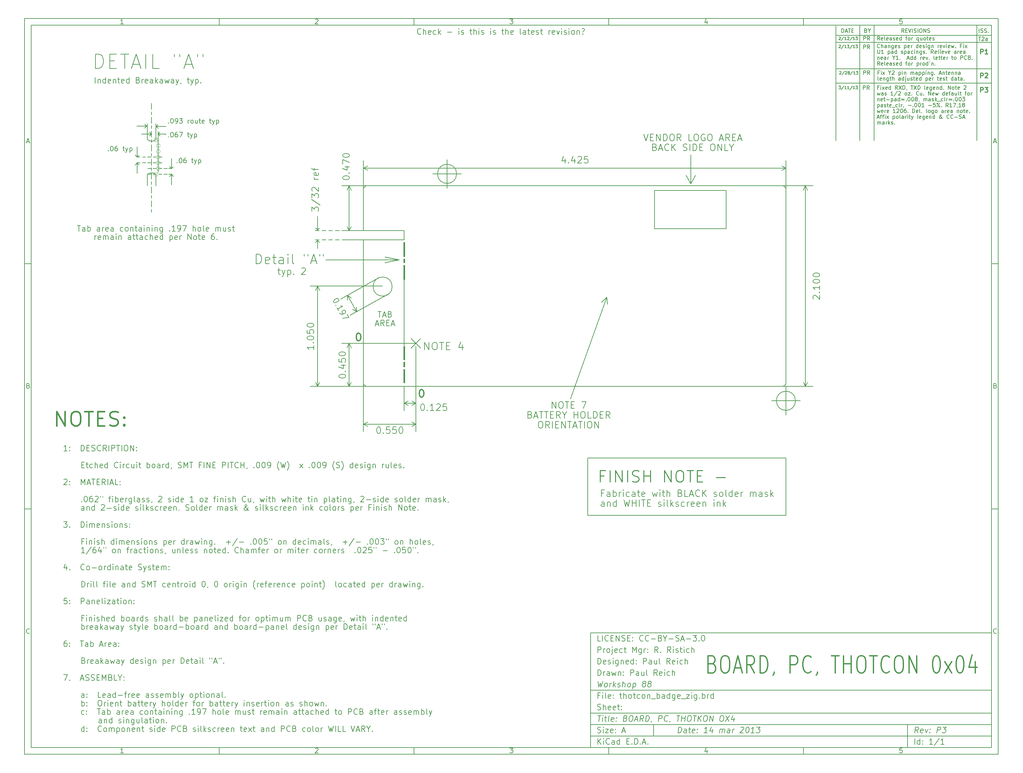
<source format=gbr>
G04 (created by PCBNEW (2012-11-15 BZR 3804)-stable) date Wed 13 Mar 2013 22:39:18 CDT*
%MOIN*%
G04 Gerber Fmt 3.4, Leading zero omitted, Abs format*
%FSLAX34Y34*%
G01*
G70*
G90*
G04 APERTURE LIST*
%ADD10C,0.006*%
%ADD11C,0.005*%
%ADD12C,0.01*%
%ADD13C,0.015*%
%ADD14C,0.007*%
%ADD15C,0.012*%
%ADD16C,0.008*%
%ADD17C,0.004*%
%ADD18C,0.00590551*%
G04 APERTURE END LIST*
G54D10*
X-41000Y34000D02*
X61000Y34000D01*
X61000Y-43000D01*
X-41000Y-43000D01*
X-41000Y34000D01*
X-40300Y33300D02*
X60300Y33300D01*
X60300Y-42300D01*
X-40300Y-42300D01*
X-40300Y33300D01*
X-20600Y34000D02*
X-20600Y33300D01*
X-30657Y33447D02*
X-30942Y33447D01*
X-30800Y33447D02*
X-30800Y33947D01*
X-30847Y33876D01*
X-30895Y33828D01*
X-30942Y33804D01*
X-20600Y-43000D02*
X-20600Y-42300D01*
X-30657Y-42852D02*
X-30942Y-42852D01*
X-30800Y-42852D02*
X-30800Y-42352D01*
X-30847Y-42423D01*
X-30895Y-42471D01*
X-30942Y-42495D01*
X-200Y34000D02*
X-200Y33300D01*
X-10542Y33900D02*
X-10519Y33923D01*
X-10471Y33947D01*
X-10352Y33947D01*
X-10304Y33923D01*
X-10280Y33900D01*
X-10257Y33852D01*
X-10257Y33804D01*
X-10280Y33733D01*
X-10566Y33447D01*
X-10257Y33447D01*
X-200Y-43000D02*
X-200Y-42300D01*
X-10542Y-42400D02*
X-10519Y-42376D01*
X-10471Y-42352D01*
X-10352Y-42352D01*
X-10304Y-42376D01*
X-10280Y-42400D01*
X-10257Y-42447D01*
X-10257Y-42495D01*
X-10280Y-42566D01*
X-10566Y-42852D01*
X-10257Y-42852D01*
X20200Y34000D02*
X20200Y33300D01*
X9833Y33947D02*
X10142Y33947D01*
X9976Y33757D01*
X10047Y33757D01*
X10095Y33733D01*
X10119Y33709D01*
X10142Y33661D01*
X10142Y33542D01*
X10119Y33495D01*
X10095Y33471D01*
X10047Y33447D01*
X9904Y33447D01*
X9857Y33471D01*
X9833Y33495D01*
X20200Y-43000D02*
X20200Y-42300D01*
X9833Y-42352D02*
X10142Y-42352D01*
X9976Y-42542D01*
X10047Y-42542D01*
X10095Y-42566D01*
X10119Y-42590D01*
X10142Y-42638D01*
X10142Y-42757D01*
X10119Y-42804D01*
X10095Y-42828D01*
X10047Y-42852D01*
X9904Y-42852D01*
X9857Y-42828D01*
X9833Y-42804D01*
X40600Y34000D02*
X40600Y33300D01*
X30495Y33780D02*
X30495Y33447D01*
X30376Y33971D02*
X30257Y33614D01*
X30566Y33614D01*
X40600Y-43000D02*
X40600Y-42300D01*
X30495Y-42519D02*
X30495Y-42852D01*
X30376Y-42328D02*
X30257Y-42685D01*
X30566Y-42685D01*
X50919Y33947D02*
X50680Y33947D01*
X50657Y33709D01*
X50680Y33733D01*
X50728Y33757D01*
X50847Y33757D01*
X50895Y33733D01*
X50919Y33709D01*
X50942Y33661D01*
X50942Y33542D01*
X50919Y33495D01*
X50895Y33471D01*
X50847Y33447D01*
X50728Y33447D01*
X50680Y33471D01*
X50657Y33495D01*
X50919Y-42352D02*
X50680Y-42352D01*
X50657Y-42590D01*
X50680Y-42566D01*
X50728Y-42542D01*
X50847Y-42542D01*
X50895Y-42566D01*
X50919Y-42590D01*
X50942Y-42638D01*
X50942Y-42757D01*
X50919Y-42804D01*
X50895Y-42828D01*
X50847Y-42852D01*
X50728Y-42852D01*
X50680Y-42828D01*
X50657Y-42804D01*
X-41000Y8340D02*
X-40300Y8340D01*
X-40769Y21110D02*
X-40530Y21110D01*
X-40816Y20967D02*
X-40649Y21467D01*
X-40483Y20967D01*
X61000Y8340D02*
X60300Y8340D01*
X60530Y21110D02*
X60769Y21110D01*
X60483Y20967D02*
X60650Y21467D01*
X60816Y20967D01*
X-41000Y-17320D02*
X-40300Y-17320D01*
X-40614Y-4430D02*
X-40542Y-4454D01*
X-40519Y-4478D01*
X-40495Y-4525D01*
X-40495Y-4597D01*
X-40519Y-4644D01*
X-40542Y-4668D01*
X-40590Y-4692D01*
X-40780Y-4692D01*
X-40780Y-4192D01*
X-40614Y-4192D01*
X-40566Y-4216D01*
X-40542Y-4240D01*
X-40519Y-4287D01*
X-40519Y-4335D01*
X-40542Y-4382D01*
X-40566Y-4406D01*
X-40614Y-4430D01*
X-40780Y-4430D01*
X61000Y-17320D02*
X60300Y-17320D01*
X60685Y-4430D02*
X60757Y-4454D01*
X60780Y-4478D01*
X60804Y-4525D01*
X60804Y-4597D01*
X60780Y-4644D01*
X60757Y-4668D01*
X60709Y-4692D01*
X60519Y-4692D01*
X60519Y-4192D01*
X60685Y-4192D01*
X60733Y-4216D01*
X60757Y-4240D01*
X60780Y-4287D01*
X60780Y-4335D01*
X60757Y-4382D01*
X60733Y-4406D01*
X60685Y-4430D01*
X60519Y-4430D01*
X-40495Y-30304D02*
X-40519Y-30328D01*
X-40590Y-30352D01*
X-40638Y-30352D01*
X-40709Y-30328D01*
X-40757Y-30280D01*
X-40780Y-30233D01*
X-40804Y-30138D01*
X-40804Y-30066D01*
X-40780Y-29971D01*
X-40757Y-29923D01*
X-40709Y-29876D01*
X-40638Y-29852D01*
X-40590Y-29852D01*
X-40519Y-29876D01*
X-40495Y-29900D01*
X60804Y-30304D02*
X60780Y-30328D01*
X60709Y-30352D01*
X60661Y-30352D01*
X60590Y-30328D01*
X60542Y-30280D01*
X60519Y-30233D01*
X60495Y-30138D01*
X60495Y-30066D01*
X60519Y-29971D01*
X60542Y-29923D01*
X60590Y-29876D01*
X60661Y-29852D01*
X60709Y-29852D01*
X60780Y-29876D01*
X60804Y-29900D01*
X27450Y-40742D02*
X27525Y-40142D01*
X27667Y-40142D01*
X27750Y-40171D01*
X27800Y-40228D01*
X27821Y-40285D01*
X27835Y-40400D01*
X27825Y-40485D01*
X27782Y-40600D01*
X27746Y-40657D01*
X27682Y-40714D01*
X27592Y-40742D01*
X27450Y-40742D01*
X28307Y-40742D02*
X28346Y-40428D01*
X28325Y-40371D01*
X28271Y-40342D01*
X28157Y-40342D01*
X28096Y-40371D01*
X28310Y-40714D02*
X28250Y-40742D01*
X28107Y-40742D01*
X28053Y-40714D01*
X28032Y-40657D01*
X28039Y-40600D01*
X28075Y-40542D01*
X28135Y-40514D01*
X28278Y-40514D01*
X28339Y-40485D01*
X28557Y-40342D02*
X28785Y-40342D01*
X28667Y-40142D02*
X28603Y-40657D01*
X28625Y-40714D01*
X28678Y-40742D01*
X28735Y-40742D01*
X29167Y-40714D02*
X29107Y-40742D01*
X28992Y-40742D01*
X28939Y-40714D01*
X28917Y-40657D01*
X28946Y-40428D01*
X28982Y-40371D01*
X29042Y-40342D01*
X29157Y-40342D01*
X29210Y-40371D01*
X29232Y-40428D01*
X29225Y-40485D01*
X28932Y-40542D01*
X29457Y-40685D02*
X29482Y-40714D01*
X29450Y-40742D01*
X29425Y-40714D01*
X29457Y-40685D01*
X29450Y-40742D01*
X29496Y-40371D02*
X29521Y-40400D01*
X29489Y-40428D01*
X29464Y-40400D01*
X29496Y-40371D01*
X29489Y-40428D01*
X30507Y-40742D02*
X30164Y-40742D01*
X30335Y-40742D02*
X30410Y-40142D01*
X30342Y-40228D01*
X30278Y-40285D01*
X30217Y-40314D01*
X31071Y-40342D02*
X31021Y-40742D01*
X30957Y-40114D02*
X30760Y-40542D01*
X31132Y-40542D01*
X31792Y-40742D02*
X31842Y-40342D01*
X31835Y-40400D02*
X31867Y-40371D01*
X31928Y-40342D01*
X32014Y-40342D01*
X32067Y-40371D01*
X32089Y-40428D01*
X32050Y-40742D01*
X32089Y-40428D02*
X32125Y-40371D01*
X32185Y-40342D01*
X32271Y-40342D01*
X32325Y-40371D01*
X32346Y-40428D01*
X32307Y-40742D01*
X32850Y-40742D02*
X32889Y-40428D01*
X32867Y-40371D01*
X32814Y-40342D01*
X32700Y-40342D01*
X32639Y-40371D01*
X32853Y-40714D02*
X32792Y-40742D01*
X32650Y-40742D01*
X32596Y-40714D01*
X32575Y-40657D01*
X32582Y-40600D01*
X32617Y-40542D01*
X32678Y-40514D01*
X32821Y-40514D01*
X32882Y-40485D01*
X33135Y-40742D02*
X33185Y-40342D01*
X33171Y-40457D02*
X33207Y-40400D01*
X33239Y-40371D01*
X33300Y-40342D01*
X33357Y-40342D01*
X34003Y-40200D02*
X34035Y-40171D01*
X34096Y-40142D01*
X34239Y-40142D01*
X34292Y-40171D01*
X34317Y-40200D01*
X34339Y-40257D01*
X34332Y-40314D01*
X34292Y-40400D01*
X33907Y-40742D01*
X34278Y-40742D01*
X34725Y-40142D02*
X34782Y-40142D01*
X34835Y-40171D01*
X34860Y-40200D01*
X34882Y-40257D01*
X34896Y-40371D01*
X34878Y-40514D01*
X34835Y-40628D01*
X34800Y-40685D01*
X34767Y-40714D01*
X34707Y-40742D01*
X34650Y-40742D01*
X34596Y-40714D01*
X34571Y-40685D01*
X34550Y-40628D01*
X34535Y-40514D01*
X34553Y-40371D01*
X34596Y-40257D01*
X34632Y-40200D01*
X34664Y-40171D01*
X34725Y-40142D01*
X35421Y-40742D02*
X35078Y-40742D01*
X35250Y-40742D02*
X35325Y-40142D01*
X35257Y-40228D01*
X35192Y-40285D01*
X35132Y-40314D01*
X35696Y-40142D02*
X36067Y-40142D01*
X35839Y-40371D01*
X35925Y-40371D01*
X35978Y-40400D01*
X36003Y-40428D01*
X36025Y-40485D01*
X36007Y-40628D01*
X35971Y-40685D01*
X35939Y-40714D01*
X35878Y-40742D01*
X35707Y-40742D01*
X35653Y-40714D01*
X35628Y-40685D01*
X19042Y-41942D02*
X19042Y-41342D01*
X19385Y-41942D02*
X19128Y-41600D01*
X19385Y-41342D02*
X19042Y-41685D01*
X19642Y-41942D02*
X19642Y-41542D01*
X19642Y-41342D02*
X19614Y-41371D01*
X19642Y-41400D01*
X19671Y-41371D01*
X19642Y-41342D01*
X19642Y-41400D01*
X20271Y-41885D02*
X20242Y-41914D01*
X20157Y-41942D01*
X20100Y-41942D01*
X20014Y-41914D01*
X19957Y-41857D01*
X19928Y-41800D01*
X19900Y-41685D01*
X19900Y-41600D01*
X19928Y-41485D01*
X19957Y-41428D01*
X20014Y-41371D01*
X20100Y-41342D01*
X20157Y-41342D01*
X20242Y-41371D01*
X20271Y-41400D01*
X20785Y-41942D02*
X20785Y-41628D01*
X20757Y-41571D01*
X20700Y-41542D01*
X20585Y-41542D01*
X20528Y-41571D01*
X20785Y-41914D02*
X20728Y-41942D01*
X20585Y-41942D01*
X20528Y-41914D01*
X20500Y-41857D01*
X20500Y-41800D01*
X20528Y-41742D01*
X20585Y-41714D01*
X20728Y-41714D01*
X20785Y-41685D01*
X21328Y-41942D02*
X21328Y-41342D01*
X21328Y-41914D02*
X21271Y-41942D01*
X21157Y-41942D01*
X21100Y-41914D01*
X21071Y-41885D01*
X21042Y-41828D01*
X21042Y-41657D01*
X21071Y-41600D01*
X21100Y-41571D01*
X21157Y-41542D01*
X21271Y-41542D01*
X21328Y-41571D01*
X22071Y-41628D02*
X22271Y-41628D01*
X22357Y-41942D02*
X22071Y-41942D01*
X22071Y-41342D01*
X22357Y-41342D01*
X22614Y-41885D02*
X22642Y-41914D01*
X22614Y-41942D01*
X22585Y-41914D01*
X22614Y-41885D01*
X22614Y-41942D01*
X22899Y-41942D02*
X22899Y-41342D01*
X23042Y-41342D01*
X23128Y-41371D01*
X23185Y-41428D01*
X23214Y-41485D01*
X23242Y-41600D01*
X23242Y-41685D01*
X23214Y-41800D01*
X23185Y-41857D01*
X23128Y-41914D01*
X23042Y-41942D01*
X22899Y-41942D01*
X23499Y-41885D02*
X23528Y-41914D01*
X23499Y-41942D01*
X23471Y-41914D01*
X23499Y-41885D01*
X23499Y-41942D01*
X23757Y-41771D02*
X24042Y-41771D01*
X23699Y-41942D02*
X23899Y-41342D01*
X24099Y-41942D01*
X24299Y-41885D02*
X24328Y-41914D01*
X24299Y-41942D01*
X24271Y-41914D01*
X24299Y-41885D01*
X24299Y-41942D01*
X52592Y-40742D02*
X52428Y-40457D01*
X52250Y-40742D02*
X52325Y-40142D01*
X52553Y-40142D01*
X52607Y-40171D01*
X52632Y-40200D01*
X52653Y-40257D01*
X52642Y-40342D01*
X52607Y-40400D01*
X52575Y-40428D01*
X52514Y-40457D01*
X52285Y-40457D01*
X53082Y-40714D02*
X53021Y-40742D01*
X52907Y-40742D01*
X52853Y-40714D01*
X52832Y-40657D01*
X52860Y-40428D01*
X52896Y-40371D01*
X52957Y-40342D01*
X53071Y-40342D01*
X53125Y-40371D01*
X53146Y-40428D01*
X53139Y-40485D01*
X52846Y-40542D01*
X53357Y-40342D02*
X53450Y-40742D01*
X53642Y-40342D01*
X53828Y-40685D02*
X53853Y-40714D01*
X53821Y-40742D01*
X53796Y-40714D01*
X53828Y-40685D01*
X53821Y-40742D01*
X53867Y-40371D02*
X53892Y-40400D01*
X53860Y-40428D01*
X53835Y-40400D01*
X53867Y-40371D01*
X53860Y-40428D01*
X54564Y-40742D02*
X54639Y-40142D01*
X54867Y-40142D01*
X54921Y-40171D01*
X54946Y-40200D01*
X54967Y-40257D01*
X54957Y-40342D01*
X54921Y-40400D01*
X54889Y-40428D01*
X54828Y-40457D01*
X54600Y-40457D01*
X55182Y-40142D02*
X55553Y-40142D01*
X55325Y-40371D01*
X55410Y-40371D01*
X55464Y-40400D01*
X55489Y-40428D01*
X55510Y-40485D01*
X55492Y-40628D01*
X55457Y-40685D01*
X55425Y-40714D01*
X55364Y-40742D01*
X55192Y-40742D01*
X55139Y-40714D01*
X55114Y-40685D01*
X19014Y-40714D02*
X19100Y-40742D01*
X19242Y-40742D01*
X19300Y-40714D01*
X19328Y-40685D01*
X19357Y-40628D01*
X19357Y-40571D01*
X19328Y-40514D01*
X19300Y-40485D01*
X19242Y-40457D01*
X19128Y-40428D01*
X19071Y-40400D01*
X19042Y-40371D01*
X19014Y-40314D01*
X19014Y-40257D01*
X19042Y-40200D01*
X19071Y-40171D01*
X19128Y-40142D01*
X19271Y-40142D01*
X19357Y-40171D01*
X19614Y-40742D02*
X19614Y-40342D01*
X19614Y-40142D02*
X19585Y-40171D01*
X19614Y-40200D01*
X19642Y-40171D01*
X19614Y-40142D01*
X19614Y-40200D01*
X19842Y-40342D02*
X20157Y-40342D01*
X19842Y-40742D01*
X20157Y-40742D01*
X20614Y-40714D02*
X20557Y-40742D01*
X20442Y-40742D01*
X20385Y-40714D01*
X20357Y-40657D01*
X20357Y-40428D01*
X20385Y-40371D01*
X20442Y-40342D01*
X20557Y-40342D01*
X20614Y-40371D01*
X20642Y-40428D01*
X20642Y-40485D01*
X20357Y-40542D01*
X20900Y-40685D02*
X20928Y-40714D01*
X20900Y-40742D01*
X20871Y-40714D01*
X20900Y-40685D01*
X20900Y-40742D01*
X20900Y-40371D02*
X20928Y-40400D01*
X20900Y-40428D01*
X20871Y-40400D01*
X20900Y-40371D01*
X20900Y-40428D01*
X21614Y-40571D02*
X21900Y-40571D01*
X21557Y-40742D02*
X21757Y-40142D01*
X21957Y-40742D01*
X52242Y-41942D02*
X52242Y-41342D01*
X52785Y-41942D02*
X52785Y-41342D01*
X52785Y-41914D02*
X52728Y-41942D01*
X52614Y-41942D01*
X52557Y-41914D01*
X52528Y-41885D01*
X52500Y-41828D01*
X52500Y-41657D01*
X52528Y-41600D01*
X52557Y-41571D01*
X52614Y-41542D01*
X52728Y-41542D01*
X52785Y-41571D01*
X53071Y-41885D02*
X53100Y-41914D01*
X53071Y-41942D01*
X53042Y-41914D01*
X53071Y-41885D01*
X53071Y-41942D01*
X53071Y-41571D02*
X53100Y-41600D01*
X53071Y-41628D01*
X53042Y-41600D01*
X53071Y-41571D01*
X53071Y-41628D01*
X54128Y-41942D02*
X53785Y-41942D01*
X53957Y-41942D02*
X53957Y-41342D01*
X53899Y-41428D01*
X53842Y-41485D01*
X53785Y-41514D01*
X54814Y-41314D02*
X54300Y-42085D01*
X55328Y-41942D02*
X54985Y-41942D01*
X55157Y-41942D02*
X55157Y-41342D01*
X55099Y-41428D01*
X55042Y-41485D01*
X54985Y-41514D01*
X19039Y-38942D02*
X19382Y-38942D01*
X19135Y-39542D02*
X19210Y-38942D01*
X19507Y-39542D02*
X19557Y-39142D01*
X19582Y-38942D02*
X19550Y-38971D01*
X19575Y-39000D01*
X19607Y-38971D01*
X19582Y-38942D01*
X19575Y-39000D01*
X19757Y-39142D02*
X19985Y-39142D01*
X19867Y-38942D02*
X19803Y-39457D01*
X19825Y-39514D01*
X19878Y-39542D01*
X19935Y-39542D01*
X20221Y-39542D02*
X20167Y-39514D01*
X20146Y-39457D01*
X20210Y-38942D01*
X20682Y-39514D02*
X20621Y-39542D01*
X20507Y-39542D01*
X20453Y-39514D01*
X20432Y-39457D01*
X20460Y-39228D01*
X20496Y-39171D01*
X20557Y-39142D01*
X20671Y-39142D01*
X20725Y-39171D01*
X20746Y-39228D01*
X20739Y-39285D01*
X20446Y-39342D01*
X20971Y-39485D02*
X20996Y-39514D01*
X20964Y-39542D01*
X20939Y-39514D01*
X20971Y-39485D01*
X20964Y-39542D01*
X21010Y-39171D02*
X21035Y-39200D01*
X21003Y-39228D01*
X20978Y-39200D01*
X21010Y-39171D01*
X21003Y-39228D01*
X21946Y-39228D02*
X22028Y-39257D01*
X22053Y-39285D01*
X22075Y-39342D01*
X22064Y-39428D01*
X22028Y-39485D01*
X21996Y-39514D01*
X21935Y-39542D01*
X21707Y-39542D01*
X21782Y-38942D01*
X21982Y-38942D01*
X22035Y-38971D01*
X22060Y-39000D01*
X22082Y-39057D01*
X22075Y-39114D01*
X22039Y-39171D01*
X22007Y-39200D01*
X21946Y-39228D01*
X21746Y-39228D01*
X22496Y-38942D02*
X22610Y-38942D01*
X22664Y-38971D01*
X22714Y-39028D01*
X22728Y-39142D01*
X22703Y-39342D01*
X22660Y-39457D01*
X22596Y-39514D01*
X22535Y-39542D01*
X22421Y-39542D01*
X22367Y-39514D01*
X22317Y-39457D01*
X22303Y-39342D01*
X22328Y-39142D01*
X22371Y-39028D01*
X22435Y-38971D01*
X22496Y-38942D01*
X22928Y-39371D02*
X23214Y-39371D01*
X22850Y-39542D02*
X23125Y-38942D01*
X23250Y-39542D01*
X23792Y-39542D02*
X23628Y-39257D01*
X23450Y-39542D02*
X23525Y-38942D01*
X23753Y-38942D01*
X23807Y-38971D01*
X23832Y-39000D01*
X23853Y-39057D01*
X23842Y-39142D01*
X23807Y-39200D01*
X23775Y-39228D01*
X23714Y-39257D01*
X23485Y-39257D01*
X24050Y-39542D02*
X24125Y-38942D01*
X24267Y-38942D01*
X24350Y-38971D01*
X24400Y-39028D01*
X24421Y-39085D01*
X24435Y-39200D01*
X24425Y-39285D01*
X24382Y-39400D01*
X24346Y-39457D01*
X24282Y-39514D01*
X24192Y-39542D01*
X24050Y-39542D01*
X24682Y-39514D02*
X24678Y-39542D01*
X24642Y-39600D01*
X24610Y-39628D01*
X25392Y-39542D02*
X25467Y-38942D01*
X25696Y-38942D01*
X25749Y-38971D01*
X25775Y-39000D01*
X25796Y-39057D01*
X25785Y-39142D01*
X25750Y-39200D01*
X25717Y-39228D01*
X25657Y-39257D01*
X25428Y-39257D01*
X26342Y-39485D02*
X26310Y-39514D01*
X26221Y-39542D01*
X26164Y-39542D01*
X26082Y-39514D01*
X26032Y-39457D01*
X26010Y-39400D01*
X25996Y-39285D01*
X26007Y-39200D01*
X26050Y-39085D01*
X26085Y-39028D01*
X26149Y-38971D01*
X26239Y-38942D01*
X26296Y-38942D01*
X26378Y-38971D01*
X26403Y-39000D01*
X26625Y-39514D02*
X26621Y-39542D01*
X26585Y-39600D01*
X26553Y-39628D01*
X27325Y-38942D02*
X27667Y-38942D01*
X27421Y-39542D02*
X27496Y-38942D01*
X27792Y-39542D02*
X27867Y-38942D01*
X27832Y-39228D02*
X28175Y-39228D01*
X28135Y-39542D02*
X28210Y-38942D01*
X28610Y-38942D02*
X28725Y-38942D01*
X28778Y-38971D01*
X28828Y-39028D01*
X28842Y-39142D01*
X28817Y-39342D01*
X28774Y-39457D01*
X28710Y-39514D01*
X28650Y-39542D01*
X28535Y-39542D01*
X28482Y-39514D01*
X28432Y-39457D01*
X28417Y-39342D01*
X28442Y-39142D01*
X28485Y-39028D01*
X28549Y-38971D01*
X28610Y-38942D01*
X29039Y-38942D02*
X29382Y-38942D01*
X29135Y-39542D02*
X29210Y-38942D01*
X29507Y-39542D02*
X29582Y-38942D01*
X29849Y-39542D02*
X29635Y-39200D01*
X29924Y-38942D02*
X29539Y-39285D01*
X30296Y-38942D02*
X30410Y-38942D01*
X30464Y-38971D01*
X30514Y-39028D01*
X30528Y-39142D01*
X30503Y-39342D01*
X30460Y-39457D01*
X30396Y-39514D01*
X30335Y-39542D01*
X30221Y-39542D01*
X30167Y-39514D01*
X30117Y-39457D01*
X30103Y-39342D01*
X30128Y-39142D01*
X30171Y-39028D01*
X30235Y-38971D01*
X30296Y-38942D01*
X30735Y-39542D02*
X30810Y-38942D01*
X31078Y-39542D01*
X31153Y-38942D01*
X32010Y-38942D02*
X32124Y-38942D01*
X32178Y-38971D01*
X32228Y-39028D01*
X32242Y-39142D01*
X32217Y-39342D01*
X32174Y-39457D01*
X32110Y-39514D01*
X32049Y-39542D01*
X31935Y-39542D01*
X31882Y-39514D01*
X31832Y-39457D01*
X31817Y-39342D01*
X31842Y-39142D01*
X31885Y-39028D01*
X31949Y-38971D01*
X32010Y-38942D01*
X32467Y-38942D02*
X32792Y-39542D01*
X32867Y-38942D02*
X32392Y-39542D01*
X33328Y-39142D02*
X33278Y-39542D01*
X33214Y-38914D02*
X33017Y-39342D01*
X33389Y-39342D01*
X19242Y-36828D02*
X19042Y-36828D01*
X19042Y-37142D02*
X19042Y-36542D01*
X19328Y-36542D01*
X19557Y-37142D02*
X19557Y-36742D01*
X19557Y-36542D02*
X19528Y-36571D01*
X19557Y-36600D01*
X19585Y-36571D01*
X19557Y-36542D01*
X19557Y-36600D01*
X19928Y-37142D02*
X19871Y-37114D01*
X19842Y-37057D01*
X19842Y-36542D01*
X20385Y-37114D02*
X20328Y-37142D01*
X20214Y-37142D01*
X20157Y-37114D01*
X20128Y-37057D01*
X20128Y-36828D01*
X20157Y-36771D01*
X20214Y-36742D01*
X20328Y-36742D01*
X20385Y-36771D01*
X20414Y-36828D01*
X20414Y-36885D01*
X20128Y-36942D01*
X20671Y-37085D02*
X20700Y-37114D01*
X20671Y-37142D01*
X20642Y-37114D01*
X20671Y-37085D01*
X20671Y-37142D01*
X20671Y-36771D02*
X20700Y-36800D01*
X20671Y-36828D01*
X20642Y-36800D01*
X20671Y-36771D01*
X20671Y-36828D01*
X21328Y-36742D02*
X21557Y-36742D01*
X21414Y-36542D02*
X21414Y-37057D01*
X21442Y-37114D01*
X21500Y-37142D01*
X21557Y-37142D01*
X21757Y-37142D02*
X21757Y-36542D01*
X22014Y-37142D02*
X22014Y-36828D01*
X21985Y-36771D01*
X21928Y-36742D01*
X21842Y-36742D01*
X21785Y-36771D01*
X21757Y-36800D01*
X22385Y-37142D02*
X22328Y-37114D01*
X22300Y-37085D01*
X22271Y-37028D01*
X22271Y-36857D01*
X22300Y-36800D01*
X22328Y-36771D01*
X22385Y-36742D01*
X22471Y-36742D01*
X22528Y-36771D01*
X22557Y-36800D01*
X22585Y-36857D01*
X22585Y-37028D01*
X22557Y-37085D01*
X22528Y-37114D01*
X22471Y-37142D01*
X22385Y-37142D01*
X22757Y-36742D02*
X22985Y-36742D01*
X22842Y-36542D02*
X22842Y-37057D01*
X22871Y-37114D01*
X22928Y-37142D01*
X22985Y-37142D01*
X23442Y-37114D02*
X23385Y-37142D01*
X23271Y-37142D01*
X23214Y-37114D01*
X23185Y-37085D01*
X23157Y-37028D01*
X23157Y-36857D01*
X23185Y-36800D01*
X23214Y-36771D01*
X23271Y-36742D01*
X23385Y-36742D01*
X23442Y-36771D01*
X23785Y-37142D02*
X23728Y-37114D01*
X23700Y-37085D01*
X23671Y-37028D01*
X23671Y-36857D01*
X23700Y-36800D01*
X23728Y-36771D01*
X23785Y-36742D01*
X23871Y-36742D01*
X23928Y-36771D01*
X23957Y-36800D01*
X23985Y-36857D01*
X23985Y-37028D01*
X23957Y-37085D01*
X23928Y-37114D01*
X23871Y-37142D01*
X23785Y-37142D01*
X24242Y-36742D02*
X24242Y-37142D01*
X24242Y-36800D02*
X24271Y-36771D01*
X24328Y-36742D01*
X24414Y-36742D01*
X24471Y-36771D01*
X24500Y-36828D01*
X24500Y-37142D01*
X24642Y-37200D02*
X25100Y-37200D01*
X25242Y-37142D02*
X25242Y-36542D01*
X25242Y-36771D02*
X25300Y-36742D01*
X25414Y-36742D01*
X25471Y-36771D01*
X25500Y-36800D01*
X25528Y-36857D01*
X25528Y-37028D01*
X25500Y-37085D01*
X25471Y-37114D01*
X25414Y-37142D01*
X25300Y-37142D01*
X25242Y-37114D01*
X26042Y-37142D02*
X26042Y-36828D01*
X26014Y-36771D01*
X25957Y-36742D01*
X25842Y-36742D01*
X25785Y-36771D01*
X26042Y-37114D02*
X25985Y-37142D01*
X25842Y-37142D01*
X25785Y-37114D01*
X25757Y-37057D01*
X25757Y-37000D01*
X25785Y-36942D01*
X25842Y-36914D01*
X25985Y-36914D01*
X26042Y-36885D01*
X26585Y-37142D02*
X26585Y-36542D01*
X26585Y-37114D02*
X26528Y-37142D01*
X26414Y-37142D01*
X26357Y-37114D01*
X26328Y-37085D01*
X26300Y-37028D01*
X26300Y-36857D01*
X26328Y-36800D01*
X26357Y-36771D01*
X26414Y-36742D01*
X26528Y-36742D01*
X26585Y-36771D01*
X27128Y-36742D02*
X27128Y-37228D01*
X27100Y-37285D01*
X27071Y-37314D01*
X27014Y-37342D01*
X26928Y-37342D01*
X26871Y-37314D01*
X27128Y-37114D02*
X27071Y-37142D01*
X26957Y-37142D01*
X26900Y-37114D01*
X26871Y-37085D01*
X26842Y-37028D01*
X26842Y-36857D01*
X26871Y-36800D01*
X26900Y-36771D01*
X26957Y-36742D01*
X27071Y-36742D01*
X27128Y-36771D01*
X27642Y-37114D02*
X27585Y-37142D01*
X27471Y-37142D01*
X27414Y-37114D01*
X27385Y-37057D01*
X27385Y-36828D01*
X27414Y-36771D01*
X27471Y-36742D01*
X27585Y-36742D01*
X27642Y-36771D01*
X27671Y-36828D01*
X27671Y-36885D01*
X27385Y-36942D01*
X27785Y-37200D02*
X28242Y-37200D01*
X28328Y-36742D02*
X28642Y-36742D01*
X28328Y-37142D01*
X28642Y-37142D01*
X28871Y-37142D02*
X28871Y-36742D01*
X28871Y-36542D02*
X28842Y-36571D01*
X28871Y-36600D01*
X28900Y-36571D01*
X28871Y-36542D01*
X28871Y-36600D01*
X29414Y-36742D02*
X29414Y-37228D01*
X29385Y-37285D01*
X29357Y-37314D01*
X29299Y-37342D01*
X29214Y-37342D01*
X29157Y-37314D01*
X29414Y-37114D02*
X29357Y-37142D01*
X29242Y-37142D01*
X29185Y-37114D01*
X29157Y-37085D01*
X29128Y-37028D01*
X29128Y-36857D01*
X29157Y-36800D01*
X29185Y-36771D01*
X29242Y-36742D01*
X29357Y-36742D01*
X29414Y-36771D01*
X29699Y-37085D02*
X29728Y-37114D01*
X29699Y-37142D01*
X29671Y-37114D01*
X29699Y-37085D01*
X29699Y-37142D01*
X29985Y-37142D02*
X29985Y-36542D01*
X29985Y-36771D02*
X30042Y-36742D01*
X30157Y-36742D01*
X30214Y-36771D01*
X30242Y-36800D01*
X30271Y-36857D01*
X30271Y-37028D01*
X30242Y-37085D01*
X30214Y-37114D01*
X30157Y-37142D01*
X30042Y-37142D01*
X29985Y-37114D01*
X30528Y-37142D02*
X30528Y-36742D01*
X30528Y-36857D02*
X30557Y-36800D01*
X30585Y-36771D01*
X30642Y-36742D01*
X30699Y-36742D01*
X31157Y-37142D02*
X31157Y-36542D01*
X31157Y-37114D02*
X31099Y-37142D01*
X30985Y-37142D01*
X30928Y-37114D01*
X30899Y-37085D01*
X30871Y-37028D01*
X30871Y-36857D01*
X30899Y-36800D01*
X30928Y-36771D01*
X30985Y-36742D01*
X31099Y-36742D01*
X31157Y-36771D01*
X19014Y-38314D02*
X19100Y-38342D01*
X19242Y-38342D01*
X19300Y-38314D01*
X19328Y-38285D01*
X19357Y-38228D01*
X19357Y-38171D01*
X19328Y-38114D01*
X19300Y-38085D01*
X19242Y-38057D01*
X19128Y-38028D01*
X19071Y-38000D01*
X19042Y-37971D01*
X19014Y-37914D01*
X19014Y-37857D01*
X19042Y-37800D01*
X19071Y-37771D01*
X19128Y-37742D01*
X19271Y-37742D01*
X19357Y-37771D01*
X19614Y-38342D02*
X19614Y-37742D01*
X19871Y-38342D02*
X19871Y-38028D01*
X19842Y-37971D01*
X19785Y-37942D01*
X19700Y-37942D01*
X19642Y-37971D01*
X19614Y-38000D01*
X20385Y-38314D02*
X20328Y-38342D01*
X20214Y-38342D01*
X20157Y-38314D01*
X20128Y-38257D01*
X20128Y-38028D01*
X20157Y-37971D01*
X20214Y-37942D01*
X20328Y-37942D01*
X20385Y-37971D01*
X20414Y-38028D01*
X20414Y-38085D01*
X20128Y-38142D01*
X20900Y-38314D02*
X20842Y-38342D01*
X20728Y-38342D01*
X20671Y-38314D01*
X20642Y-38257D01*
X20642Y-38028D01*
X20671Y-37971D01*
X20728Y-37942D01*
X20842Y-37942D01*
X20900Y-37971D01*
X20928Y-38028D01*
X20928Y-38085D01*
X20642Y-38142D01*
X21100Y-37942D02*
X21328Y-37942D01*
X21185Y-37742D02*
X21185Y-38257D01*
X21214Y-38314D01*
X21271Y-38342D01*
X21328Y-38342D01*
X21528Y-38285D02*
X21557Y-38314D01*
X21528Y-38342D01*
X21500Y-38314D01*
X21528Y-38285D01*
X21528Y-38342D01*
X21528Y-37971D02*
X21557Y-38000D01*
X21528Y-38028D01*
X21500Y-38000D01*
X21528Y-37971D01*
X21528Y-38028D01*
X19067Y-35342D02*
X19135Y-35942D01*
X19303Y-35514D01*
X19364Y-35942D01*
X19582Y-35342D01*
X19821Y-35942D02*
X19767Y-35914D01*
X19742Y-35885D01*
X19721Y-35828D01*
X19742Y-35657D01*
X19778Y-35600D01*
X19810Y-35571D01*
X19871Y-35542D01*
X19957Y-35542D01*
X20010Y-35571D01*
X20035Y-35600D01*
X20057Y-35657D01*
X20035Y-35828D01*
X20000Y-35885D01*
X19967Y-35914D01*
X19907Y-35942D01*
X19821Y-35942D01*
X20278Y-35942D02*
X20328Y-35542D01*
X20314Y-35657D02*
X20350Y-35600D01*
X20382Y-35571D01*
X20442Y-35542D01*
X20500Y-35542D01*
X20650Y-35942D02*
X20725Y-35342D01*
X20735Y-35714D02*
X20878Y-35942D01*
X20928Y-35542D02*
X20671Y-35771D01*
X21110Y-35914D02*
X21164Y-35942D01*
X21278Y-35942D01*
X21339Y-35914D01*
X21375Y-35857D01*
X21378Y-35828D01*
X21357Y-35771D01*
X21303Y-35742D01*
X21217Y-35742D01*
X21164Y-35714D01*
X21142Y-35657D01*
X21146Y-35628D01*
X21182Y-35571D01*
X21242Y-35542D01*
X21328Y-35542D01*
X21382Y-35571D01*
X21621Y-35942D02*
X21696Y-35342D01*
X21878Y-35942D02*
X21917Y-35628D01*
X21896Y-35571D01*
X21842Y-35542D01*
X21757Y-35542D01*
X21696Y-35571D01*
X21664Y-35600D01*
X22249Y-35942D02*
X22196Y-35914D01*
X22171Y-35885D01*
X22150Y-35828D01*
X22171Y-35657D01*
X22207Y-35600D01*
X22239Y-35571D01*
X22299Y-35542D01*
X22385Y-35542D01*
X22439Y-35571D01*
X22464Y-35600D01*
X22485Y-35657D01*
X22464Y-35828D01*
X22428Y-35885D01*
X22396Y-35914D01*
X22335Y-35942D01*
X22249Y-35942D01*
X22757Y-35542D02*
X22682Y-36142D01*
X22753Y-35571D02*
X22814Y-35542D01*
X22928Y-35542D01*
X22982Y-35571D01*
X23007Y-35600D01*
X23028Y-35657D01*
X23007Y-35828D01*
X22971Y-35885D01*
X22939Y-35914D01*
X22878Y-35942D01*
X22764Y-35942D01*
X22710Y-35914D01*
X23835Y-35600D02*
X23782Y-35571D01*
X23757Y-35542D01*
X23735Y-35485D01*
X23739Y-35457D01*
X23774Y-35400D01*
X23807Y-35371D01*
X23867Y-35342D01*
X23982Y-35342D01*
X24035Y-35371D01*
X24060Y-35400D01*
X24082Y-35457D01*
X24078Y-35485D01*
X24042Y-35542D01*
X24010Y-35571D01*
X23949Y-35600D01*
X23835Y-35600D01*
X23775Y-35628D01*
X23742Y-35657D01*
X23707Y-35714D01*
X23692Y-35828D01*
X23714Y-35885D01*
X23739Y-35914D01*
X23792Y-35942D01*
X23907Y-35942D01*
X23967Y-35914D01*
X23999Y-35885D01*
X24035Y-35828D01*
X24049Y-35714D01*
X24028Y-35657D01*
X24003Y-35628D01*
X23949Y-35600D01*
X24407Y-35600D02*
X24353Y-35571D01*
X24328Y-35542D01*
X24307Y-35485D01*
X24310Y-35457D01*
X24346Y-35400D01*
X24378Y-35371D01*
X24439Y-35342D01*
X24553Y-35342D01*
X24607Y-35371D01*
X24632Y-35400D01*
X24653Y-35457D01*
X24650Y-35485D01*
X24614Y-35542D01*
X24582Y-35571D01*
X24521Y-35600D01*
X24407Y-35600D01*
X24346Y-35628D01*
X24314Y-35657D01*
X24278Y-35714D01*
X24264Y-35828D01*
X24285Y-35885D01*
X24310Y-35914D01*
X24364Y-35942D01*
X24478Y-35942D01*
X24539Y-35914D01*
X24571Y-35885D01*
X24607Y-35828D01*
X24621Y-35714D01*
X24599Y-35657D01*
X24575Y-35628D01*
X24521Y-35600D01*
X19042Y-34742D02*
X19042Y-34142D01*
X19185Y-34142D01*
X19271Y-34171D01*
X19328Y-34228D01*
X19357Y-34285D01*
X19385Y-34400D01*
X19385Y-34485D01*
X19357Y-34600D01*
X19328Y-34657D01*
X19271Y-34714D01*
X19185Y-34742D01*
X19042Y-34742D01*
X19642Y-34742D02*
X19642Y-34342D01*
X19642Y-34457D02*
X19671Y-34400D01*
X19700Y-34371D01*
X19757Y-34342D01*
X19814Y-34342D01*
X20271Y-34742D02*
X20271Y-34428D01*
X20242Y-34371D01*
X20185Y-34342D01*
X20071Y-34342D01*
X20014Y-34371D01*
X20271Y-34714D02*
X20214Y-34742D01*
X20071Y-34742D01*
X20014Y-34714D01*
X19985Y-34657D01*
X19985Y-34600D01*
X20014Y-34542D01*
X20071Y-34514D01*
X20214Y-34514D01*
X20271Y-34485D01*
X20500Y-34342D02*
X20614Y-34742D01*
X20728Y-34457D01*
X20842Y-34742D01*
X20957Y-34342D01*
X21185Y-34342D02*
X21185Y-34742D01*
X21185Y-34400D02*
X21214Y-34371D01*
X21271Y-34342D01*
X21357Y-34342D01*
X21414Y-34371D01*
X21442Y-34428D01*
X21442Y-34742D01*
X21728Y-34685D02*
X21757Y-34714D01*
X21728Y-34742D01*
X21700Y-34714D01*
X21728Y-34685D01*
X21728Y-34742D01*
X21728Y-34371D02*
X21757Y-34400D01*
X21728Y-34428D01*
X21700Y-34400D01*
X21728Y-34371D01*
X21728Y-34428D01*
X22471Y-34742D02*
X22471Y-34142D01*
X22700Y-34142D01*
X22757Y-34171D01*
X22785Y-34200D01*
X22814Y-34257D01*
X22814Y-34342D01*
X22785Y-34400D01*
X22757Y-34428D01*
X22700Y-34457D01*
X22471Y-34457D01*
X23328Y-34742D02*
X23328Y-34428D01*
X23300Y-34371D01*
X23242Y-34342D01*
X23128Y-34342D01*
X23071Y-34371D01*
X23328Y-34714D02*
X23271Y-34742D01*
X23128Y-34742D01*
X23071Y-34714D01*
X23042Y-34657D01*
X23042Y-34600D01*
X23071Y-34542D01*
X23128Y-34514D01*
X23271Y-34514D01*
X23328Y-34485D01*
X23871Y-34342D02*
X23871Y-34742D01*
X23614Y-34342D02*
X23614Y-34657D01*
X23642Y-34714D01*
X23699Y-34742D01*
X23785Y-34742D01*
X23842Y-34714D01*
X23871Y-34685D01*
X24242Y-34742D02*
X24185Y-34714D01*
X24157Y-34657D01*
X24157Y-34142D01*
X25271Y-34742D02*
X25071Y-34457D01*
X24928Y-34742D02*
X24928Y-34142D01*
X25157Y-34142D01*
X25214Y-34171D01*
X25242Y-34200D01*
X25271Y-34257D01*
X25271Y-34342D01*
X25242Y-34400D01*
X25214Y-34428D01*
X25157Y-34457D01*
X24928Y-34457D01*
X25757Y-34714D02*
X25700Y-34742D01*
X25585Y-34742D01*
X25528Y-34714D01*
X25500Y-34657D01*
X25500Y-34428D01*
X25528Y-34371D01*
X25585Y-34342D01*
X25700Y-34342D01*
X25757Y-34371D01*
X25785Y-34428D01*
X25785Y-34485D01*
X25500Y-34542D01*
X26042Y-34742D02*
X26042Y-34342D01*
X26042Y-34142D02*
X26014Y-34171D01*
X26042Y-34200D01*
X26071Y-34171D01*
X26042Y-34142D01*
X26042Y-34200D01*
X26585Y-34714D02*
X26528Y-34742D01*
X26414Y-34742D01*
X26357Y-34714D01*
X26328Y-34685D01*
X26300Y-34628D01*
X26300Y-34457D01*
X26328Y-34400D01*
X26357Y-34371D01*
X26414Y-34342D01*
X26528Y-34342D01*
X26585Y-34371D01*
X26842Y-34742D02*
X26842Y-34142D01*
X27100Y-34742D02*
X27100Y-34428D01*
X27071Y-34371D01*
X27014Y-34342D01*
X26928Y-34342D01*
X26871Y-34371D01*
X26842Y-34400D01*
X19042Y-33542D02*
X19042Y-32942D01*
X19185Y-32942D01*
X19271Y-32971D01*
X19328Y-33028D01*
X19357Y-33085D01*
X19385Y-33200D01*
X19385Y-33285D01*
X19357Y-33400D01*
X19328Y-33457D01*
X19271Y-33514D01*
X19185Y-33542D01*
X19042Y-33542D01*
X19871Y-33514D02*
X19814Y-33542D01*
X19700Y-33542D01*
X19642Y-33514D01*
X19614Y-33457D01*
X19614Y-33228D01*
X19642Y-33171D01*
X19700Y-33142D01*
X19814Y-33142D01*
X19871Y-33171D01*
X19900Y-33228D01*
X19900Y-33285D01*
X19614Y-33342D01*
X20128Y-33514D02*
X20185Y-33542D01*
X20300Y-33542D01*
X20357Y-33514D01*
X20385Y-33457D01*
X20385Y-33428D01*
X20357Y-33371D01*
X20300Y-33342D01*
X20214Y-33342D01*
X20157Y-33314D01*
X20128Y-33257D01*
X20128Y-33228D01*
X20157Y-33171D01*
X20214Y-33142D01*
X20300Y-33142D01*
X20357Y-33171D01*
X20642Y-33542D02*
X20642Y-33142D01*
X20642Y-32942D02*
X20614Y-32971D01*
X20642Y-33000D01*
X20671Y-32971D01*
X20642Y-32942D01*
X20642Y-33000D01*
X21185Y-33142D02*
X21185Y-33628D01*
X21157Y-33685D01*
X21128Y-33714D01*
X21071Y-33742D01*
X20985Y-33742D01*
X20928Y-33714D01*
X21185Y-33514D02*
X21128Y-33542D01*
X21014Y-33542D01*
X20957Y-33514D01*
X20928Y-33485D01*
X20900Y-33428D01*
X20900Y-33257D01*
X20928Y-33200D01*
X20957Y-33171D01*
X21014Y-33142D01*
X21128Y-33142D01*
X21185Y-33171D01*
X21471Y-33142D02*
X21471Y-33542D01*
X21471Y-33200D02*
X21500Y-33171D01*
X21557Y-33142D01*
X21642Y-33142D01*
X21700Y-33171D01*
X21728Y-33228D01*
X21728Y-33542D01*
X22242Y-33514D02*
X22185Y-33542D01*
X22071Y-33542D01*
X22014Y-33514D01*
X21985Y-33457D01*
X21985Y-33228D01*
X22014Y-33171D01*
X22071Y-33142D01*
X22185Y-33142D01*
X22242Y-33171D01*
X22271Y-33228D01*
X22271Y-33285D01*
X21985Y-33342D01*
X22785Y-33542D02*
X22785Y-32942D01*
X22785Y-33514D02*
X22728Y-33542D01*
X22614Y-33542D01*
X22557Y-33514D01*
X22528Y-33485D01*
X22500Y-33428D01*
X22500Y-33257D01*
X22528Y-33200D01*
X22557Y-33171D01*
X22614Y-33142D01*
X22728Y-33142D01*
X22785Y-33171D01*
X23071Y-33485D02*
X23100Y-33514D01*
X23071Y-33542D01*
X23042Y-33514D01*
X23071Y-33485D01*
X23071Y-33542D01*
X23071Y-33171D02*
X23100Y-33200D01*
X23071Y-33228D01*
X23042Y-33200D01*
X23071Y-33171D01*
X23071Y-33228D01*
X23814Y-33542D02*
X23814Y-32942D01*
X24042Y-32942D01*
X24099Y-32971D01*
X24128Y-33000D01*
X24157Y-33057D01*
X24157Y-33142D01*
X24128Y-33200D01*
X24099Y-33228D01*
X24042Y-33257D01*
X23814Y-33257D01*
X24671Y-33542D02*
X24671Y-33228D01*
X24642Y-33171D01*
X24585Y-33142D01*
X24471Y-33142D01*
X24414Y-33171D01*
X24671Y-33514D02*
X24614Y-33542D01*
X24471Y-33542D01*
X24414Y-33514D01*
X24385Y-33457D01*
X24385Y-33400D01*
X24414Y-33342D01*
X24471Y-33314D01*
X24614Y-33314D01*
X24671Y-33285D01*
X25214Y-33142D02*
X25214Y-33542D01*
X24957Y-33142D02*
X24957Y-33457D01*
X24985Y-33514D01*
X25042Y-33542D01*
X25128Y-33542D01*
X25185Y-33514D01*
X25214Y-33485D01*
X25585Y-33542D02*
X25528Y-33514D01*
X25499Y-33457D01*
X25499Y-32942D01*
X26614Y-33542D02*
X26414Y-33257D01*
X26271Y-33542D02*
X26271Y-32942D01*
X26500Y-32942D01*
X26557Y-32971D01*
X26585Y-33000D01*
X26614Y-33057D01*
X26614Y-33142D01*
X26585Y-33200D01*
X26557Y-33228D01*
X26500Y-33257D01*
X26271Y-33257D01*
X27100Y-33514D02*
X27042Y-33542D01*
X26928Y-33542D01*
X26871Y-33514D01*
X26842Y-33457D01*
X26842Y-33228D01*
X26871Y-33171D01*
X26928Y-33142D01*
X27042Y-33142D01*
X27100Y-33171D01*
X27128Y-33228D01*
X27128Y-33285D01*
X26842Y-33342D01*
X27385Y-33542D02*
X27385Y-33142D01*
X27385Y-32942D02*
X27357Y-32971D01*
X27385Y-33000D01*
X27414Y-32971D01*
X27385Y-32942D01*
X27385Y-33000D01*
X27928Y-33514D02*
X27871Y-33542D01*
X27757Y-33542D01*
X27700Y-33514D01*
X27671Y-33485D01*
X27642Y-33428D01*
X27642Y-33257D01*
X27671Y-33200D01*
X27700Y-33171D01*
X27757Y-33142D01*
X27871Y-33142D01*
X27928Y-33171D01*
X28185Y-33542D02*
X28185Y-32942D01*
X28442Y-33542D02*
X28442Y-33228D01*
X28414Y-33171D01*
X28357Y-33142D01*
X28271Y-33142D01*
X28214Y-33171D01*
X28185Y-33200D01*
X19042Y-32342D02*
X19042Y-31742D01*
X19271Y-31742D01*
X19328Y-31771D01*
X19357Y-31800D01*
X19385Y-31857D01*
X19385Y-31942D01*
X19357Y-32000D01*
X19328Y-32028D01*
X19271Y-32057D01*
X19042Y-32057D01*
X19642Y-32342D02*
X19642Y-31942D01*
X19642Y-32057D02*
X19671Y-32000D01*
X19700Y-31971D01*
X19757Y-31942D01*
X19814Y-31942D01*
X20100Y-32342D02*
X20042Y-32314D01*
X20014Y-32285D01*
X19985Y-32228D01*
X19985Y-32057D01*
X20014Y-32000D01*
X20042Y-31971D01*
X20100Y-31942D01*
X20185Y-31942D01*
X20242Y-31971D01*
X20271Y-32000D01*
X20300Y-32057D01*
X20300Y-32228D01*
X20271Y-32285D01*
X20242Y-32314D01*
X20185Y-32342D01*
X20100Y-32342D01*
X20557Y-31942D02*
X20557Y-32457D01*
X20528Y-32514D01*
X20471Y-32542D01*
X20442Y-32542D01*
X20557Y-31742D02*
X20528Y-31771D01*
X20557Y-31800D01*
X20585Y-31771D01*
X20557Y-31742D01*
X20557Y-31800D01*
X21071Y-32314D02*
X21014Y-32342D01*
X20900Y-32342D01*
X20842Y-32314D01*
X20814Y-32257D01*
X20814Y-32028D01*
X20842Y-31971D01*
X20900Y-31942D01*
X21014Y-31942D01*
X21071Y-31971D01*
X21100Y-32028D01*
X21100Y-32085D01*
X20814Y-32142D01*
X21614Y-32314D02*
X21557Y-32342D01*
X21442Y-32342D01*
X21385Y-32314D01*
X21357Y-32285D01*
X21328Y-32228D01*
X21328Y-32057D01*
X21357Y-32000D01*
X21385Y-31971D01*
X21442Y-31942D01*
X21557Y-31942D01*
X21614Y-31971D01*
X21785Y-31942D02*
X22014Y-31942D01*
X21871Y-31742D02*
X21871Y-32257D01*
X21900Y-32314D01*
X21957Y-32342D01*
X22014Y-32342D01*
X22671Y-32342D02*
X22671Y-31742D01*
X22871Y-32171D01*
X23071Y-31742D01*
X23071Y-32342D01*
X23614Y-31942D02*
X23614Y-32428D01*
X23585Y-32485D01*
X23557Y-32514D01*
X23500Y-32542D01*
X23414Y-32542D01*
X23357Y-32514D01*
X23614Y-32314D02*
X23557Y-32342D01*
X23442Y-32342D01*
X23385Y-32314D01*
X23357Y-32285D01*
X23328Y-32228D01*
X23328Y-32057D01*
X23357Y-32000D01*
X23385Y-31971D01*
X23442Y-31942D01*
X23557Y-31942D01*
X23614Y-31971D01*
X23900Y-32342D02*
X23900Y-31942D01*
X23900Y-32057D02*
X23928Y-32000D01*
X23957Y-31971D01*
X24014Y-31942D01*
X24071Y-31942D01*
X24271Y-32285D02*
X24300Y-32314D01*
X24271Y-32342D01*
X24242Y-32314D01*
X24271Y-32285D01*
X24271Y-32342D01*
X24271Y-31971D02*
X24300Y-32000D01*
X24271Y-32028D01*
X24242Y-32000D01*
X24271Y-31971D01*
X24271Y-32028D01*
X25357Y-32342D02*
X25157Y-32057D01*
X25014Y-32342D02*
X25014Y-31742D01*
X25242Y-31742D01*
X25300Y-31771D01*
X25328Y-31800D01*
X25357Y-31857D01*
X25357Y-31942D01*
X25328Y-32000D01*
X25300Y-32028D01*
X25242Y-32057D01*
X25014Y-32057D01*
X25614Y-32285D02*
X25642Y-32314D01*
X25614Y-32342D01*
X25585Y-32314D01*
X25614Y-32285D01*
X25614Y-32342D01*
X26700Y-32342D02*
X26500Y-32057D01*
X26357Y-32342D02*
X26357Y-31742D01*
X26585Y-31742D01*
X26642Y-31771D01*
X26671Y-31800D01*
X26700Y-31857D01*
X26700Y-31942D01*
X26671Y-32000D01*
X26642Y-32028D01*
X26585Y-32057D01*
X26357Y-32057D01*
X26957Y-32342D02*
X26957Y-31942D01*
X26957Y-31742D02*
X26928Y-31771D01*
X26957Y-31800D01*
X26985Y-31771D01*
X26957Y-31742D01*
X26957Y-31800D01*
X27214Y-32314D02*
X27271Y-32342D01*
X27385Y-32342D01*
X27442Y-32314D01*
X27471Y-32257D01*
X27471Y-32228D01*
X27442Y-32171D01*
X27385Y-32142D01*
X27300Y-32142D01*
X27242Y-32114D01*
X27214Y-32057D01*
X27214Y-32028D01*
X27242Y-31971D01*
X27300Y-31942D01*
X27385Y-31942D01*
X27442Y-31971D01*
X27642Y-31942D02*
X27871Y-31942D01*
X27728Y-31742D02*
X27728Y-32257D01*
X27757Y-32314D01*
X27814Y-32342D01*
X27871Y-32342D01*
X28071Y-32342D02*
X28071Y-31942D01*
X28071Y-31742D02*
X28042Y-31771D01*
X28071Y-31800D01*
X28100Y-31771D01*
X28071Y-31742D01*
X28071Y-31800D01*
X28614Y-32314D02*
X28557Y-32342D01*
X28442Y-32342D01*
X28385Y-32314D01*
X28357Y-32285D01*
X28328Y-32228D01*
X28328Y-32057D01*
X28357Y-32000D01*
X28385Y-31971D01*
X28442Y-31942D01*
X28557Y-31942D01*
X28614Y-31971D01*
X28871Y-32342D02*
X28871Y-31742D01*
X29128Y-32342D02*
X29128Y-32028D01*
X29100Y-31971D01*
X29042Y-31942D01*
X28957Y-31942D01*
X28900Y-31971D01*
X28871Y-32000D01*
X19328Y-31142D02*
X19042Y-31142D01*
X19042Y-30542D01*
X19528Y-31142D02*
X19528Y-30542D01*
X20157Y-31085D02*
X20128Y-31114D01*
X20042Y-31142D01*
X19985Y-31142D01*
X19899Y-31114D01*
X19842Y-31057D01*
X19814Y-31000D01*
X19785Y-30885D01*
X19785Y-30800D01*
X19814Y-30685D01*
X19842Y-30628D01*
X19899Y-30571D01*
X19985Y-30542D01*
X20042Y-30542D01*
X20128Y-30571D01*
X20157Y-30600D01*
X20414Y-30828D02*
X20614Y-30828D01*
X20699Y-31142D02*
X20414Y-31142D01*
X20414Y-30542D01*
X20699Y-30542D01*
X20957Y-31142D02*
X20957Y-30542D01*
X21299Y-31142D01*
X21299Y-30542D01*
X21557Y-31114D02*
X21642Y-31142D01*
X21785Y-31142D01*
X21842Y-31114D01*
X21871Y-31085D01*
X21899Y-31028D01*
X21899Y-30971D01*
X21871Y-30914D01*
X21842Y-30885D01*
X21785Y-30857D01*
X21671Y-30828D01*
X21614Y-30800D01*
X21585Y-30771D01*
X21557Y-30714D01*
X21557Y-30657D01*
X21585Y-30600D01*
X21614Y-30571D01*
X21671Y-30542D01*
X21814Y-30542D01*
X21899Y-30571D01*
X22157Y-30828D02*
X22357Y-30828D01*
X22442Y-31142D02*
X22157Y-31142D01*
X22157Y-30542D01*
X22442Y-30542D01*
X22699Y-31085D02*
X22728Y-31114D01*
X22699Y-31142D01*
X22671Y-31114D01*
X22699Y-31085D01*
X22699Y-31142D01*
X22699Y-30771D02*
X22728Y-30800D01*
X22699Y-30828D01*
X22671Y-30800D01*
X22699Y-30771D01*
X22699Y-30828D01*
X23785Y-31085D02*
X23757Y-31114D01*
X23671Y-31142D01*
X23614Y-31142D01*
X23528Y-31114D01*
X23471Y-31057D01*
X23442Y-31000D01*
X23414Y-30885D01*
X23414Y-30800D01*
X23442Y-30685D01*
X23471Y-30628D01*
X23528Y-30571D01*
X23614Y-30542D01*
X23671Y-30542D01*
X23757Y-30571D01*
X23785Y-30600D01*
X24385Y-31085D02*
X24357Y-31114D01*
X24271Y-31142D01*
X24214Y-31142D01*
X24128Y-31114D01*
X24071Y-31057D01*
X24042Y-31000D01*
X24014Y-30885D01*
X24014Y-30800D01*
X24042Y-30685D01*
X24071Y-30628D01*
X24128Y-30571D01*
X24214Y-30542D01*
X24271Y-30542D01*
X24357Y-30571D01*
X24385Y-30600D01*
X24642Y-30914D02*
X25099Y-30914D01*
X25585Y-30828D02*
X25671Y-30857D01*
X25699Y-30885D01*
X25728Y-30942D01*
X25728Y-31028D01*
X25699Y-31085D01*
X25671Y-31114D01*
X25614Y-31142D01*
X25385Y-31142D01*
X25385Y-30542D01*
X25585Y-30542D01*
X25642Y-30571D01*
X25671Y-30600D01*
X25699Y-30657D01*
X25699Y-30714D01*
X25671Y-30771D01*
X25642Y-30800D01*
X25585Y-30828D01*
X25385Y-30828D01*
X26099Y-30857D02*
X26099Y-31142D01*
X25899Y-30542D02*
X26099Y-30857D01*
X26299Y-30542D01*
X26499Y-30914D02*
X26957Y-30914D01*
X27214Y-31114D02*
X27299Y-31142D01*
X27442Y-31142D01*
X27499Y-31114D01*
X27528Y-31085D01*
X27557Y-31028D01*
X27557Y-30971D01*
X27528Y-30914D01*
X27499Y-30885D01*
X27442Y-30857D01*
X27328Y-30828D01*
X27271Y-30800D01*
X27242Y-30771D01*
X27214Y-30714D01*
X27214Y-30657D01*
X27242Y-30600D01*
X27271Y-30571D01*
X27328Y-30542D01*
X27471Y-30542D01*
X27557Y-30571D01*
X27785Y-30971D02*
X28071Y-30971D01*
X27728Y-31142D02*
X27928Y-30542D01*
X28128Y-31142D01*
X28328Y-30914D02*
X28785Y-30914D01*
X29014Y-30542D02*
X29385Y-30542D01*
X29185Y-30771D01*
X29271Y-30771D01*
X29328Y-30800D01*
X29357Y-30828D01*
X29385Y-30885D01*
X29385Y-31028D01*
X29357Y-31085D01*
X29328Y-31114D01*
X29271Y-31142D01*
X29100Y-31142D01*
X29042Y-31114D01*
X29014Y-31085D01*
X29642Y-31085D02*
X29671Y-31114D01*
X29642Y-31142D01*
X29614Y-31114D01*
X29642Y-31085D01*
X29642Y-31142D01*
X30042Y-30542D02*
X30100Y-30542D01*
X30157Y-30571D01*
X30185Y-30600D01*
X30214Y-30657D01*
X30242Y-30771D01*
X30242Y-30914D01*
X30214Y-31028D01*
X30185Y-31085D01*
X30157Y-31114D01*
X30100Y-31142D01*
X30042Y-31142D01*
X29985Y-31114D01*
X29957Y-31085D01*
X29928Y-31028D01*
X29900Y-30914D01*
X29900Y-30771D01*
X29928Y-30657D01*
X29957Y-30600D01*
X29985Y-30571D01*
X30042Y-30542D01*
X18300Y-30300D02*
X18300Y-42300D01*
X18300Y-36300D02*
X60300Y-36300D01*
X18300Y-30300D02*
X60300Y-30300D01*
X18300Y-38700D02*
X60300Y-38700D01*
X51500Y-39900D02*
X51500Y-42300D01*
X18300Y-41100D02*
X60300Y-41100D01*
X18300Y-39900D02*
X60300Y-39900D01*
X24900Y-39900D02*
X24900Y-41100D01*
G54D11*
X38750Y-12000D02*
X18000Y-12000D01*
X38750Y-18000D02*
X38750Y-12000D01*
X18000Y-18000D02*
X38750Y-18000D01*
X18000Y-12000D02*
X18000Y-18000D01*
X19650Y-15666D02*
X19416Y-15666D01*
X19416Y-16033D02*
X19416Y-15333D01*
X19750Y-15333D01*
X20316Y-16033D02*
X20316Y-15666D01*
X20283Y-15600D01*
X20216Y-15566D01*
X20083Y-15566D01*
X20016Y-15600D01*
X20316Y-16000D02*
X20250Y-16033D01*
X20083Y-16033D01*
X20016Y-16000D01*
X19983Y-15933D01*
X19983Y-15866D01*
X20016Y-15800D01*
X20083Y-15766D01*
X20250Y-15766D01*
X20316Y-15733D01*
X20650Y-16033D02*
X20650Y-15333D01*
X20650Y-15600D02*
X20716Y-15566D01*
X20850Y-15566D01*
X20916Y-15600D01*
X20950Y-15633D01*
X20983Y-15700D01*
X20983Y-15900D01*
X20950Y-15966D01*
X20916Y-16000D01*
X20850Y-16033D01*
X20716Y-16033D01*
X20650Y-16000D01*
X21283Y-16033D02*
X21283Y-15566D01*
X21283Y-15700D02*
X21316Y-15633D01*
X21350Y-15600D01*
X21416Y-15566D01*
X21483Y-15566D01*
X21716Y-16033D02*
X21716Y-15566D01*
X21716Y-15333D02*
X21683Y-15366D01*
X21716Y-15400D01*
X21750Y-15366D01*
X21716Y-15333D01*
X21716Y-15400D01*
X22350Y-16000D02*
X22283Y-16033D01*
X22150Y-16033D01*
X22083Y-16000D01*
X22050Y-15966D01*
X22016Y-15900D01*
X22016Y-15700D01*
X22050Y-15633D01*
X22083Y-15600D01*
X22150Y-15566D01*
X22283Y-15566D01*
X22350Y-15600D01*
X22950Y-16033D02*
X22950Y-15666D01*
X22916Y-15600D01*
X22850Y-15566D01*
X22716Y-15566D01*
X22650Y-15600D01*
X22950Y-16000D02*
X22883Y-16033D01*
X22716Y-16033D01*
X22650Y-16000D01*
X22616Y-15933D01*
X22616Y-15866D01*
X22650Y-15800D01*
X22716Y-15766D01*
X22883Y-15766D01*
X22950Y-15733D01*
X23183Y-15566D02*
X23450Y-15566D01*
X23283Y-15333D02*
X23283Y-15933D01*
X23316Y-16000D01*
X23383Y-16033D01*
X23450Y-16033D01*
X23950Y-16000D02*
X23883Y-16033D01*
X23750Y-16033D01*
X23683Y-16000D01*
X23650Y-15933D01*
X23650Y-15666D01*
X23683Y-15600D01*
X23750Y-15566D01*
X23883Y-15566D01*
X23950Y-15600D01*
X23983Y-15666D01*
X23983Y-15733D01*
X23650Y-15800D01*
X24750Y-15566D02*
X24883Y-16033D01*
X25016Y-15700D01*
X25150Y-16033D01*
X25283Y-15566D01*
X25550Y-16033D02*
X25550Y-15566D01*
X25550Y-15333D02*
X25516Y-15366D01*
X25550Y-15400D01*
X25583Y-15366D01*
X25550Y-15333D01*
X25550Y-15400D01*
X25783Y-15566D02*
X26050Y-15566D01*
X25883Y-15333D02*
X25883Y-15933D01*
X25916Y-16000D01*
X25983Y-16033D01*
X26050Y-16033D01*
X26283Y-16033D02*
X26283Y-15333D01*
X26583Y-16033D02*
X26583Y-15666D01*
X26550Y-15600D01*
X26483Y-15566D01*
X26383Y-15566D01*
X26316Y-15600D01*
X26283Y-15633D01*
X27683Y-15666D02*
X27783Y-15700D01*
X27816Y-15733D01*
X27850Y-15800D01*
X27850Y-15900D01*
X27816Y-15966D01*
X27783Y-16000D01*
X27716Y-16033D01*
X27450Y-16033D01*
X27450Y-15333D01*
X27683Y-15333D01*
X27750Y-15366D01*
X27783Y-15400D01*
X27816Y-15466D01*
X27816Y-15533D01*
X27783Y-15600D01*
X27750Y-15633D01*
X27683Y-15666D01*
X27450Y-15666D01*
X28483Y-16033D02*
X28150Y-16033D01*
X28150Y-15333D01*
X28683Y-15833D02*
X29016Y-15833D01*
X28616Y-16033D02*
X28850Y-15333D01*
X29083Y-16033D01*
X29716Y-15966D02*
X29683Y-16000D01*
X29583Y-16033D01*
X29516Y-16033D01*
X29416Y-16000D01*
X29350Y-15933D01*
X29316Y-15866D01*
X29283Y-15733D01*
X29283Y-15633D01*
X29316Y-15500D01*
X29350Y-15433D01*
X29416Y-15366D01*
X29516Y-15333D01*
X29583Y-15333D01*
X29683Y-15366D01*
X29716Y-15400D01*
X30016Y-16033D02*
X30016Y-15333D01*
X30416Y-16033D02*
X30116Y-15633D01*
X30416Y-15333D02*
X30016Y-15733D01*
X31216Y-16000D02*
X31283Y-16033D01*
X31416Y-16033D01*
X31483Y-16000D01*
X31516Y-15933D01*
X31516Y-15900D01*
X31483Y-15833D01*
X31416Y-15800D01*
X31316Y-15800D01*
X31250Y-15766D01*
X31216Y-15700D01*
X31216Y-15666D01*
X31250Y-15600D01*
X31316Y-15566D01*
X31416Y-15566D01*
X31483Y-15600D01*
X31916Y-16033D02*
X31850Y-16000D01*
X31816Y-15966D01*
X31783Y-15900D01*
X31783Y-15700D01*
X31816Y-15633D01*
X31850Y-15600D01*
X31916Y-15566D01*
X32016Y-15566D01*
X32083Y-15600D01*
X32116Y-15633D01*
X32150Y-15700D01*
X32150Y-15900D01*
X32116Y-15966D01*
X32083Y-16000D01*
X32016Y-16033D01*
X31916Y-16033D01*
X32550Y-16033D02*
X32483Y-16000D01*
X32450Y-15933D01*
X32450Y-15333D01*
X33116Y-16033D02*
X33116Y-15333D01*
X33116Y-16000D02*
X33050Y-16033D01*
X32916Y-16033D01*
X32850Y-16000D01*
X32816Y-15966D01*
X32783Y-15900D01*
X32783Y-15700D01*
X32816Y-15633D01*
X32850Y-15600D01*
X32916Y-15566D01*
X33050Y-15566D01*
X33116Y-15600D01*
X33716Y-16000D02*
X33650Y-16033D01*
X33516Y-16033D01*
X33450Y-16000D01*
X33416Y-15933D01*
X33416Y-15666D01*
X33450Y-15600D01*
X33516Y-15566D01*
X33650Y-15566D01*
X33716Y-15600D01*
X33750Y-15666D01*
X33750Y-15733D01*
X33416Y-15800D01*
X34050Y-16033D02*
X34050Y-15566D01*
X34050Y-15700D02*
X34083Y-15633D01*
X34116Y-15600D01*
X34183Y-15566D01*
X34250Y-15566D01*
X35016Y-16033D02*
X35016Y-15566D01*
X35016Y-15633D02*
X35050Y-15600D01*
X35116Y-15566D01*
X35216Y-15566D01*
X35283Y-15600D01*
X35316Y-15666D01*
X35316Y-16033D01*
X35316Y-15666D02*
X35350Y-15600D01*
X35416Y-15566D01*
X35516Y-15566D01*
X35583Y-15600D01*
X35616Y-15666D01*
X35616Y-16033D01*
X36250Y-16033D02*
X36250Y-15666D01*
X36216Y-15600D01*
X36150Y-15566D01*
X36016Y-15566D01*
X35950Y-15600D01*
X36250Y-16000D02*
X36183Y-16033D01*
X36016Y-16033D01*
X35950Y-16000D01*
X35916Y-15933D01*
X35916Y-15866D01*
X35950Y-15800D01*
X36016Y-15766D01*
X36183Y-15766D01*
X36250Y-15733D01*
X36550Y-16000D02*
X36616Y-16033D01*
X36750Y-16033D01*
X36816Y-16000D01*
X36850Y-15933D01*
X36850Y-15900D01*
X36816Y-15833D01*
X36750Y-15800D01*
X36650Y-15800D01*
X36583Y-15766D01*
X36550Y-15700D01*
X36550Y-15666D01*
X36583Y-15600D01*
X36650Y-15566D01*
X36750Y-15566D01*
X36816Y-15600D01*
X37150Y-16033D02*
X37150Y-15333D01*
X37216Y-15766D02*
X37416Y-16033D01*
X37416Y-15566D02*
X37150Y-15833D01*
X19716Y-17063D02*
X19716Y-16696D01*
X19683Y-16630D01*
X19616Y-16596D01*
X19483Y-16596D01*
X19416Y-16630D01*
X19716Y-17030D02*
X19650Y-17063D01*
X19483Y-17063D01*
X19416Y-17030D01*
X19383Y-16963D01*
X19383Y-16896D01*
X19416Y-16830D01*
X19483Y-16796D01*
X19650Y-16796D01*
X19716Y-16763D01*
X20050Y-16596D02*
X20050Y-17063D01*
X20050Y-16663D02*
X20083Y-16630D01*
X20150Y-16596D01*
X20250Y-16596D01*
X20316Y-16630D01*
X20350Y-16696D01*
X20350Y-17063D01*
X20983Y-17063D02*
X20983Y-16363D01*
X20983Y-17030D02*
X20916Y-17063D01*
X20783Y-17063D01*
X20716Y-17030D01*
X20683Y-16996D01*
X20650Y-16930D01*
X20650Y-16730D01*
X20683Y-16663D01*
X20716Y-16630D01*
X20783Y-16596D01*
X20916Y-16596D01*
X20983Y-16630D01*
X21783Y-16363D02*
X21950Y-17063D01*
X22083Y-16563D01*
X22216Y-17063D01*
X22383Y-16363D01*
X22650Y-17063D02*
X22650Y-16363D01*
X22650Y-16696D02*
X23050Y-16696D01*
X23050Y-17063D02*
X23050Y-16363D01*
X23383Y-17063D02*
X23383Y-16363D01*
X23616Y-16363D02*
X24016Y-16363D01*
X23816Y-17063D02*
X23816Y-16363D01*
X24250Y-16696D02*
X24483Y-16696D01*
X24583Y-17063D02*
X24250Y-17063D01*
X24250Y-16363D01*
X24583Y-16363D01*
X25383Y-17030D02*
X25450Y-17063D01*
X25583Y-17063D01*
X25650Y-17030D01*
X25683Y-16963D01*
X25683Y-16930D01*
X25650Y-16863D01*
X25583Y-16830D01*
X25483Y-16830D01*
X25416Y-16796D01*
X25383Y-16730D01*
X25383Y-16696D01*
X25416Y-16630D01*
X25483Y-16596D01*
X25583Y-16596D01*
X25650Y-16630D01*
X25983Y-17063D02*
X25983Y-16596D01*
X25983Y-16363D02*
X25950Y-16396D01*
X25983Y-16430D01*
X26016Y-16396D01*
X25983Y-16363D01*
X25983Y-16430D01*
X26416Y-17063D02*
X26350Y-17030D01*
X26316Y-16963D01*
X26316Y-16363D01*
X26683Y-17063D02*
X26683Y-16363D01*
X26750Y-16796D02*
X26950Y-17063D01*
X26950Y-16596D02*
X26683Y-16863D01*
X27216Y-17030D02*
X27283Y-17063D01*
X27416Y-17063D01*
X27483Y-17030D01*
X27516Y-16963D01*
X27516Y-16930D01*
X27483Y-16863D01*
X27416Y-16830D01*
X27316Y-16830D01*
X27250Y-16796D01*
X27216Y-16730D01*
X27216Y-16696D01*
X27250Y-16630D01*
X27316Y-16596D01*
X27416Y-16596D01*
X27483Y-16630D01*
X28116Y-17030D02*
X28050Y-17063D01*
X27916Y-17063D01*
X27850Y-17030D01*
X27816Y-16996D01*
X27783Y-16930D01*
X27783Y-16730D01*
X27816Y-16663D01*
X27850Y-16630D01*
X27916Y-16596D01*
X28050Y-16596D01*
X28116Y-16630D01*
X28416Y-17063D02*
X28416Y-16596D01*
X28416Y-16730D02*
X28450Y-16663D01*
X28483Y-16630D01*
X28550Y-16596D01*
X28616Y-16596D01*
X29116Y-17030D02*
X29050Y-17063D01*
X28916Y-17063D01*
X28850Y-17030D01*
X28816Y-16963D01*
X28816Y-16696D01*
X28850Y-16630D01*
X28916Y-16596D01*
X29050Y-16596D01*
X29116Y-16630D01*
X29150Y-16696D01*
X29150Y-16763D01*
X28816Y-16830D01*
X29716Y-17030D02*
X29650Y-17063D01*
X29516Y-17063D01*
X29450Y-17030D01*
X29416Y-16963D01*
X29416Y-16696D01*
X29450Y-16630D01*
X29516Y-16596D01*
X29650Y-16596D01*
X29716Y-16630D01*
X29750Y-16696D01*
X29750Y-16763D01*
X29416Y-16830D01*
X30050Y-16596D02*
X30050Y-17063D01*
X30050Y-16663D02*
X30083Y-16630D01*
X30150Y-16596D01*
X30250Y-16596D01*
X30316Y-16630D01*
X30350Y-16696D01*
X30350Y-17063D01*
X31216Y-17063D02*
X31216Y-16596D01*
X31216Y-16363D02*
X31183Y-16396D01*
X31216Y-16430D01*
X31250Y-16396D01*
X31216Y-16363D01*
X31216Y-16430D01*
X31550Y-16596D02*
X31550Y-17063D01*
X31550Y-16663D02*
X31583Y-16630D01*
X31650Y-16596D01*
X31750Y-16596D01*
X31816Y-16630D01*
X31850Y-16696D01*
X31850Y-17063D01*
X32183Y-17063D02*
X32183Y-16363D01*
X32250Y-16796D02*
X32450Y-17063D01*
X32450Y-16596D02*
X32183Y-16863D01*
G54D12*
X19685Y-13857D02*
X19285Y-13857D01*
X19285Y-14485D02*
X19285Y-13285D01*
X19857Y-13285D01*
X20314Y-14485D02*
X20314Y-13285D01*
X20885Y-14485D02*
X20885Y-13285D01*
X21571Y-14485D01*
X21571Y-13285D01*
X22142Y-14485D02*
X22142Y-13285D01*
X22657Y-14428D02*
X22828Y-14485D01*
X23114Y-14485D01*
X23228Y-14428D01*
X23285Y-14371D01*
X23342Y-14257D01*
X23342Y-14142D01*
X23285Y-14028D01*
X23228Y-13971D01*
X23114Y-13914D01*
X22885Y-13857D01*
X22771Y-13800D01*
X22714Y-13742D01*
X22657Y-13628D01*
X22657Y-13514D01*
X22714Y-13400D01*
X22771Y-13342D01*
X22885Y-13285D01*
X23171Y-13285D01*
X23342Y-13342D01*
X23857Y-14485D02*
X23857Y-13285D01*
X23857Y-13857D02*
X24542Y-13857D01*
X24542Y-14485D02*
X24542Y-13285D01*
X26028Y-14485D02*
X26028Y-13285D01*
X26714Y-14485D01*
X26714Y-13285D01*
X27514Y-13285D02*
X27742Y-13285D01*
X27857Y-13342D01*
X27971Y-13457D01*
X28028Y-13685D01*
X28028Y-14085D01*
X27971Y-14314D01*
X27857Y-14428D01*
X27742Y-14485D01*
X27514Y-14485D01*
X27400Y-14428D01*
X27285Y-14314D01*
X27228Y-14085D01*
X27228Y-13685D01*
X27285Y-13457D01*
X27400Y-13342D01*
X27514Y-13285D01*
X28371Y-13285D02*
X29057Y-13285D01*
X28714Y-14485D02*
X28714Y-13285D01*
X29457Y-13857D02*
X29857Y-13857D01*
X30028Y-14485D02*
X29457Y-14485D01*
X29457Y-13285D01*
X30028Y-13285D01*
X31457Y-14028D02*
X32371Y-14028D01*
G54D11*
X-3949Y-8733D02*
X-3883Y-8733D01*
X-3816Y-8766D01*
X-3783Y-8800D01*
X-3749Y-8866D01*
X-3716Y-9000D01*
X-3716Y-9166D01*
X-3749Y-9300D01*
X-3783Y-9366D01*
X-3816Y-9400D01*
X-3883Y-9433D01*
X-3949Y-9433D01*
X-4016Y-9400D01*
X-4049Y-9366D01*
X-4083Y-9300D01*
X-4116Y-9166D01*
X-4116Y-9000D01*
X-4083Y-8866D01*
X-4049Y-8800D01*
X-4016Y-8766D01*
X-3949Y-8733D01*
X-3416Y-9366D02*
X-3383Y-9400D01*
X-3416Y-9433D01*
X-3449Y-9400D01*
X-3416Y-9366D01*
X-3416Y-9433D01*
X-2749Y-8733D02*
X-3083Y-8733D01*
X-3116Y-9066D01*
X-3083Y-9033D01*
X-3016Y-9000D01*
X-2849Y-9000D01*
X-2783Y-9033D01*
X-2749Y-9066D01*
X-2716Y-9133D01*
X-2716Y-9300D01*
X-2749Y-9366D01*
X-2783Y-9400D01*
X-2849Y-9433D01*
X-3016Y-9433D01*
X-3083Y-9400D01*
X-3116Y-9366D01*
X-2083Y-8733D02*
X-2416Y-8733D01*
X-2449Y-9066D01*
X-2416Y-9033D01*
X-2349Y-9000D01*
X-2183Y-9000D01*
X-2116Y-9033D01*
X-2083Y-9066D01*
X-2049Y-9133D01*
X-2049Y-9300D01*
X-2083Y-9366D01*
X-2116Y-9400D01*
X-2183Y-9433D01*
X-2349Y-9433D01*
X-2416Y-9400D01*
X-2449Y-9366D01*
X-1616Y-8733D02*
X-1550Y-8733D01*
X-1483Y-8766D01*
X-1450Y-8800D01*
X-1416Y-8866D01*
X-1383Y-9000D01*
X-1383Y-9166D01*
X-1416Y-9300D01*
X-1450Y-9366D01*
X-1483Y-9400D01*
X-1550Y-9433D01*
X-1616Y-9433D01*
X-1683Y-9400D01*
X-1716Y-9366D01*
X-1750Y-9300D01*
X-1783Y-9166D01*
X-1783Y-9000D01*
X-1750Y-8866D01*
X-1716Y-8800D01*
X-1683Y-8766D01*
X-1616Y-8733D01*
X0Y-8449D02*
X-5500Y-8449D01*
X0Y-300D02*
X0Y-9237D01*
X-5500Y-300D02*
X-5500Y-9237D01*
X-5500Y-8449D02*
X-5056Y-8219D01*
X-5500Y-8449D02*
X-5056Y-8680D01*
X0Y-8449D02*
X-443Y-8219D01*
X0Y-8449D02*
X-443Y-8680D01*
X20000Y4850D02*
X20040Y4120D01*
X20000Y4850D02*
X19450Y4300D01*
X16175Y-5775D02*
X20000Y4850D01*
X32500Y12000D02*
X32500Y12500D01*
X25000Y12000D02*
X32500Y12000D01*
X25000Y16000D02*
X25000Y12000D01*
X32500Y12500D02*
X32500Y16000D01*
X32500Y16000D02*
X25000Y16000D01*
X32500Y12250D02*
X32500Y16000D01*
X-8066Y-3449D02*
X-8066Y-3383D01*
X-8033Y-3316D01*
X-8000Y-3283D01*
X-7933Y-3249D01*
X-7800Y-3216D01*
X-7633Y-3216D01*
X-7500Y-3249D01*
X-7433Y-3283D01*
X-7400Y-3316D01*
X-7366Y-3383D01*
X-7366Y-3449D01*
X-7400Y-3516D01*
X-7433Y-3549D01*
X-7500Y-3583D01*
X-7633Y-3616D01*
X-7800Y-3616D01*
X-7933Y-3583D01*
X-8000Y-3549D01*
X-8033Y-3516D01*
X-8066Y-3449D01*
X-7433Y-2916D02*
X-7400Y-2883D01*
X-7366Y-2916D01*
X-7400Y-2949D01*
X-7433Y-2916D01*
X-7366Y-2916D01*
X-7833Y-2283D02*
X-7366Y-2283D01*
X-8100Y-2449D02*
X-7600Y-2616D01*
X-7600Y-2183D01*
X-8066Y-1583D02*
X-8066Y-1916D01*
X-7733Y-1949D01*
X-7766Y-1916D01*
X-7800Y-1849D01*
X-7800Y-1683D01*
X-7766Y-1616D01*
X-7733Y-1583D01*
X-7666Y-1549D01*
X-7500Y-1549D01*
X-7433Y-1583D01*
X-7400Y-1616D01*
X-7366Y-1683D01*
X-7366Y-1849D01*
X-7400Y-1916D01*
X-7433Y-1949D01*
X-8066Y-1116D02*
X-8066Y-1050D01*
X-8033Y-983D01*
X-8000Y-950D01*
X-7933Y-916D01*
X-7800Y-883D01*
X-7633Y-883D01*
X-7500Y-916D01*
X-7433Y-950D01*
X-7400Y-983D01*
X-7366Y-1050D01*
X-7366Y-1116D01*
X-7400Y-1183D01*
X-7433Y-1216D01*
X-7500Y-1250D01*
X-7633Y-1283D01*
X-7800Y-1283D01*
X-7933Y-1250D01*
X-8000Y-1216D01*
X-8033Y-1183D01*
X-8066Y-1116D01*
X-7000Y-4500D02*
X-7000Y0D01*
X0Y-4500D02*
X-7787Y-4500D01*
X0Y0D02*
X-7787Y0D01*
X-7000Y0D02*
X-6769Y-443D01*
X-7000Y0D02*
X-7230Y-443D01*
X-7000Y-4500D02*
X-6769Y-4056D01*
X-7000Y-4500D02*
X-7230Y-4056D01*
X650Y-6333D02*
X716Y-6333D01*
X783Y-6366D01*
X816Y-6400D01*
X850Y-6466D01*
X883Y-6600D01*
X883Y-6766D01*
X850Y-6900D01*
X816Y-6966D01*
X783Y-7000D01*
X716Y-7033D01*
X650Y-7033D01*
X583Y-7000D01*
X550Y-6966D01*
X516Y-6900D01*
X483Y-6766D01*
X483Y-6600D01*
X516Y-6466D01*
X550Y-6400D01*
X583Y-6366D01*
X650Y-6333D01*
X1183Y-6966D02*
X1216Y-7000D01*
X1183Y-7033D01*
X1150Y-7000D01*
X1183Y-6966D01*
X1183Y-7033D01*
X1883Y-7033D02*
X1483Y-7033D01*
X1683Y-7033D02*
X1683Y-6333D01*
X1616Y-6433D01*
X1550Y-6500D01*
X1483Y-6533D01*
X2150Y-6400D02*
X2183Y-6366D01*
X2250Y-6333D01*
X2416Y-6333D01*
X2483Y-6366D01*
X2516Y-6400D01*
X2550Y-6466D01*
X2550Y-6533D01*
X2516Y-6633D01*
X2116Y-7033D01*
X2550Y-7033D01*
X3183Y-6333D02*
X2850Y-6333D01*
X2816Y-6666D01*
X2850Y-6633D01*
X2916Y-6600D01*
X3083Y-6600D01*
X3150Y-6633D01*
X3183Y-6666D01*
X3216Y-6733D01*
X3216Y-6900D01*
X3183Y-6966D01*
X3150Y-7000D01*
X3083Y-7033D01*
X2916Y-7033D01*
X2850Y-7000D01*
X2816Y-6966D01*
X0Y-6249D02*
X-1250Y-6249D01*
X0Y-4500D02*
X0Y-7037D01*
X-1250Y-4500D02*
X-1250Y-7037D01*
X-1250Y-6249D02*
X-806Y-6019D01*
X-1250Y-6249D02*
X-806Y-6480D01*
X0Y-6249D02*
X-443Y-6019D01*
X0Y-6249D02*
X-443Y-6480D01*
G54D10*
X-1250Y6750D02*
X-1250Y-250D01*
G54D11*
X-14483Y7683D02*
X-14216Y7683D01*
X-14383Y7916D02*
X-14383Y7316D01*
X-14350Y7250D01*
X-14283Y7216D01*
X-14216Y7216D01*
X-14050Y7683D02*
X-13883Y7216D01*
X-13716Y7683D02*
X-13883Y7216D01*
X-13950Y7050D01*
X-13983Y7016D01*
X-14050Y6983D01*
X-13450Y7683D02*
X-13450Y6983D01*
X-13450Y7650D02*
X-13383Y7683D01*
X-13250Y7683D01*
X-13183Y7650D01*
X-13150Y7616D01*
X-13116Y7550D01*
X-13116Y7350D01*
X-13150Y7283D01*
X-13183Y7250D01*
X-13250Y7216D01*
X-13383Y7216D01*
X-13450Y7250D01*
X-12816Y7283D02*
X-12783Y7250D01*
X-12816Y7216D01*
X-12849Y7250D01*
X-12816Y7283D01*
X-12816Y7216D01*
X-11983Y7850D02*
X-11949Y7883D01*
X-11883Y7916D01*
X-11716Y7916D01*
X-11649Y7883D01*
X-11616Y7850D01*
X-11583Y7783D01*
X-11583Y7716D01*
X-11616Y7616D01*
X-12016Y7216D01*
X-11583Y7216D01*
G54D13*
X-1250Y-350D02*
X-1250Y-1650D01*
G54D11*
X-5500Y-3800D02*
X-5500Y-2150D01*
G54D10*
X-9450Y8750D02*
X-1750Y8750D01*
X-3250Y8445D02*
X-1770Y8745D01*
X-1750Y8755D02*
X-3250Y9055D01*
G54D13*
X-1250Y-2000D02*
X-1250Y-2400D01*
X-1250Y8800D02*
X-1250Y8500D01*
X-1250Y-2750D02*
X-1250Y-4050D01*
X-1250Y8150D02*
X-1250Y6750D01*
X-1250Y10550D02*
X-1250Y9150D01*
G54D11*
X44000Y31500D02*
X60250Y31500D01*
X44000Y27250D02*
X60250Y27250D01*
X60250Y28750D02*
X44000Y28750D01*
X44000Y28750D02*
X60250Y28750D01*
X44000Y32250D02*
X60250Y32250D01*
G54D12*
X59119Y26297D02*
X59119Y26797D01*
X59309Y26797D01*
X59357Y26773D01*
X59380Y26750D01*
X59404Y26702D01*
X59404Y26630D01*
X59380Y26583D01*
X59357Y26559D01*
X59309Y26535D01*
X59119Y26535D01*
X59571Y26797D02*
X59880Y26797D01*
X59714Y26607D01*
X59785Y26607D01*
X59833Y26583D01*
X59857Y26559D01*
X59880Y26511D01*
X59880Y26392D01*
X59857Y26345D01*
X59833Y26321D01*
X59785Y26297D01*
X59642Y26297D01*
X59595Y26321D01*
X59571Y26345D01*
G54D11*
X48478Y26797D02*
X48345Y26797D01*
X48345Y26588D02*
X48345Y26988D01*
X48535Y26988D01*
X48688Y26588D02*
X48688Y26854D01*
X48688Y26988D02*
X48669Y26969D01*
X48688Y26950D01*
X48707Y26969D01*
X48688Y26988D01*
X48688Y26950D01*
X48840Y26588D02*
X49050Y26854D01*
X48840Y26854D02*
X49050Y26588D01*
X49354Y26607D02*
X49316Y26588D01*
X49240Y26588D01*
X49202Y26607D01*
X49183Y26645D01*
X49183Y26797D01*
X49202Y26835D01*
X49240Y26854D01*
X49316Y26854D01*
X49354Y26835D01*
X49373Y26797D01*
X49373Y26759D01*
X49183Y26721D01*
X49716Y26588D02*
X49716Y26988D01*
X49716Y26607D02*
X49678Y26588D01*
X49602Y26588D01*
X49564Y26607D01*
X49545Y26626D01*
X49526Y26664D01*
X49526Y26778D01*
X49545Y26816D01*
X49564Y26835D01*
X49602Y26854D01*
X49678Y26854D01*
X49716Y26835D01*
X50440Y26588D02*
X50307Y26778D01*
X50211Y26588D02*
X50211Y26988D01*
X50364Y26988D01*
X50402Y26969D01*
X50421Y26950D01*
X50440Y26911D01*
X50440Y26854D01*
X50421Y26816D01*
X50402Y26797D01*
X50364Y26778D01*
X50211Y26778D01*
X50573Y26988D02*
X50840Y26588D01*
X50840Y26988D02*
X50573Y26588D01*
X50992Y26588D02*
X50992Y26988D01*
X51088Y26988D01*
X51145Y26969D01*
X51183Y26930D01*
X51202Y26892D01*
X51221Y26816D01*
X51221Y26759D01*
X51202Y26683D01*
X51183Y26645D01*
X51145Y26607D01*
X51088Y26588D01*
X50992Y26588D01*
X51411Y26607D02*
X51411Y26588D01*
X51392Y26550D01*
X51373Y26530D01*
X51830Y26988D02*
X52059Y26988D01*
X51945Y26588D02*
X51945Y26988D01*
X52154Y26988D02*
X52421Y26588D01*
X52421Y26988D02*
X52154Y26588D01*
X52573Y26588D02*
X52573Y26988D01*
X52669Y26988D01*
X52726Y26969D01*
X52764Y26930D01*
X52783Y26892D01*
X52802Y26816D01*
X52802Y26759D01*
X52783Y26683D01*
X52764Y26645D01*
X52726Y26607D01*
X52669Y26588D01*
X52573Y26588D01*
X53335Y26588D02*
X53297Y26607D01*
X53278Y26645D01*
X53278Y26988D01*
X53640Y26607D02*
X53602Y26588D01*
X53526Y26588D01*
X53488Y26607D01*
X53469Y26645D01*
X53469Y26797D01*
X53488Y26835D01*
X53526Y26854D01*
X53602Y26854D01*
X53640Y26835D01*
X53659Y26797D01*
X53659Y26759D01*
X53469Y26721D01*
X54002Y26854D02*
X54002Y26530D01*
X53983Y26492D01*
X53964Y26473D01*
X53926Y26454D01*
X53869Y26454D01*
X53830Y26473D01*
X54002Y26607D02*
X53964Y26588D01*
X53888Y26588D01*
X53849Y26607D01*
X53830Y26626D01*
X53811Y26664D01*
X53811Y26778D01*
X53830Y26816D01*
X53849Y26835D01*
X53888Y26854D01*
X53964Y26854D01*
X54002Y26835D01*
X54345Y26607D02*
X54307Y26588D01*
X54230Y26588D01*
X54192Y26607D01*
X54173Y26645D01*
X54173Y26797D01*
X54192Y26835D01*
X54230Y26854D01*
X54307Y26854D01*
X54345Y26835D01*
X54364Y26797D01*
X54364Y26759D01*
X54173Y26721D01*
X54535Y26854D02*
X54535Y26588D01*
X54535Y26816D02*
X54554Y26835D01*
X54592Y26854D01*
X54649Y26854D01*
X54688Y26835D01*
X54707Y26797D01*
X54707Y26588D01*
X55069Y26588D02*
X55069Y26988D01*
X55069Y26607D02*
X55030Y26588D01*
X54954Y26588D01*
X54916Y26607D01*
X54897Y26626D01*
X54878Y26664D01*
X54878Y26778D01*
X54897Y26816D01*
X54916Y26835D01*
X54954Y26854D01*
X55030Y26854D01*
X55069Y26835D01*
X55259Y26626D02*
X55278Y26607D01*
X55259Y26588D01*
X55240Y26607D01*
X55259Y26626D01*
X55259Y26588D01*
X55754Y26588D02*
X55754Y26988D01*
X55983Y26588D01*
X55983Y26988D01*
X56230Y26588D02*
X56192Y26607D01*
X56173Y26626D01*
X56154Y26664D01*
X56154Y26778D01*
X56173Y26816D01*
X56192Y26835D01*
X56230Y26854D01*
X56288Y26854D01*
X56326Y26835D01*
X56345Y26816D01*
X56364Y26778D01*
X56364Y26664D01*
X56345Y26626D01*
X56326Y26607D01*
X56288Y26588D01*
X56230Y26588D01*
X56478Y26854D02*
X56630Y26854D01*
X56535Y26988D02*
X56535Y26645D01*
X56554Y26607D01*
X56592Y26588D01*
X56630Y26588D01*
X56916Y26607D02*
X56878Y26588D01*
X56802Y26588D01*
X56764Y26607D01*
X56745Y26645D01*
X56745Y26797D01*
X56764Y26835D01*
X56802Y26854D01*
X56878Y26854D01*
X56916Y26835D01*
X56935Y26797D01*
X56935Y26759D01*
X56745Y26721D01*
X57392Y26950D02*
X57411Y26969D01*
X57449Y26988D01*
X57545Y26988D01*
X57583Y26969D01*
X57602Y26950D01*
X57621Y26911D01*
X57621Y26873D01*
X57602Y26816D01*
X57373Y26588D01*
X57621Y26588D01*
X48307Y26244D02*
X48383Y25978D01*
X48459Y26168D01*
X48535Y25978D01*
X48611Y26244D01*
X48935Y25978D02*
X48935Y26187D01*
X48916Y26225D01*
X48878Y26244D01*
X48802Y26244D01*
X48764Y26225D01*
X48935Y25997D02*
X48897Y25978D01*
X48802Y25978D01*
X48764Y25997D01*
X48745Y26035D01*
X48745Y26073D01*
X48764Y26111D01*
X48802Y26130D01*
X48897Y26130D01*
X48935Y26149D01*
X49107Y25997D02*
X49145Y25978D01*
X49221Y25978D01*
X49259Y25997D01*
X49278Y26035D01*
X49278Y26054D01*
X49259Y26092D01*
X49221Y26111D01*
X49164Y26111D01*
X49126Y26130D01*
X49107Y26168D01*
X49107Y26187D01*
X49126Y26225D01*
X49164Y26244D01*
X49221Y26244D01*
X49259Y26225D01*
X49964Y25978D02*
X49735Y25978D01*
X49850Y25978D02*
X49850Y26378D01*
X49811Y26320D01*
X49773Y26282D01*
X49735Y26263D01*
X50421Y26397D02*
X50078Y25882D01*
X50535Y26340D02*
X50554Y26359D01*
X50592Y26378D01*
X50688Y26378D01*
X50726Y26359D01*
X50745Y26340D01*
X50764Y26301D01*
X50764Y26263D01*
X50745Y26206D01*
X50516Y25978D01*
X50764Y25978D01*
X51297Y25978D02*
X51259Y25997D01*
X51240Y26016D01*
X51221Y26054D01*
X51221Y26168D01*
X51240Y26206D01*
X51259Y26225D01*
X51297Y26244D01*
X51354Y26244D01*
X51392Y26225D01*
X51411Y26206D01*
X51430Y26168D01*
X51430Y26054D01*
X51411Y26016D01*
X51392Y25997D01*
X51354Y25978D01*
X51297Y25978D01*
X51564Y26244D02*
X51773Y26244D01*
X51564Y25978D01*
X51773Y25978D01*
X51926Y26016D02*
X51945Y25997D01*
X51926Y25978D01*
X51907Y25997D01*
X51926Y26016D01*
X51926Y25978D01*
X52649Y26016D02*
X52630Y25997D01*
X52573Y25978D01*
X52535Y25978D01*
X52478Y25997D01*
X52440Y26035D01*
X52421Y26073D01*
X52402Y26149D01*
X52402Y26206D01*
X52421Y26282D01*
X52440Y26320D01*
X52478Y26359D01*
X52535Y26378D01*
X52573Y26378D01*
X52630Y26359D01*
X52649Y26340D01*
X52992Y26244D02*
X52992Y25978D01*
X52821Y26244D02*
X52821Y26035D01*
X52840Y25997D01*
X52878Y25978D01*
X52935Y25978D01*
X52973Y25997D01*
X52992Y26016D01*
X53183Y26016D02*
X53202Y25997D01*
X53183Y25978D01*
X53164Y25997D01*
X53183Y26016D01*
X53183Y25978D01*
X53678Y25978D02*
X53678Y26378D01*
X53907Y25978D01*
X53907Y26378D01*
X54249Y25997D02*
X54211Y25978D01*
X54135Y25978D01*
X54097Y25997D01*
X54078Y26035D01*
X54078Y26187D01*
X54097Y26225D01*
X54135Y26244D01*
X54211Y26244D01*
X54249Y26225D01*
X54269Y26187D01*
X54269Y26149D01*
X54078Y26111D01*
X54402Y26244D02*
X54478Y25978D01*
X54554Y26168D01*
X54630Y25978D01*
X54707Y26244D01*
X55335Y25978D02*
X55335Y26378D01*
X55335Y25997D02*
X55297Y25978D01*
X55221Y25978D01*
X55183Y25997D01*
X55164Y26016D01*
X55145Y26054D01*
X55145Y26168D01*
X55164Y26206D01*
X55183Y26225D01*
X55221Y26244D01*
X55297Y26244D01*
X55335Y26225D01*
X55678Y25997D02*
X55640Y25978D01*
X55564Y25978D01*
X55526Y25997D01*
X55507Y26035D01*
X55507Y26187D01*
X55526Y26225D01*
X55564Y26244D01*
X55640Y26244D01*
X55678Y26225D01*
X55697Y26187D01*
X55697Y26149D01*
X55507Y26111D01*
X55811Y26244D02*
X55964Y26244D01*
X55869Y25978D02*
X55869Y26320D01*
X55888Y26359D01*
X55926Y26378D01*
X55964Y26378D01*
X56269Y25978D02*
X56269Y26187D01*
X56249Y26225D01*
X56211Y26244D01*
X56135Y26244D01*
X56097Y26225D01*
X56269Y25997D02*
X56230Y25978D01*
X56135Y25978D01*
X56097Y25997D01*
X56078Y26035D01*
X56078Y26073D01*
X56097Y26111D01*
X56135Y26130D01*
X56230Y26130D01*
X56269Y26149D01*
X56630Y26244D02*
X56630Y25978D01*
X56459Y26244D02*
X56459Y26035D01*
X56478Y25997D01*
X56516Y25978D01*
X56573Y25978D01*
X56611Y25997D01*
X56630Y26016D01*
X56878Y25978D02*
X56840Y25997D01*
X56821Y26035D01*
X56821Y26378D01*
X56973Y26244D02*
X57126Y26244D01*
X57030Y26378D02*
X57030Y26035D01*
X57049Y25997D01*
X57088Y25978D01*
X57126Y25978D01*
X57507Y26244D02*
X57659Y26244D01*
X57564Y25978D02*
X57564Y26320D01*
X57583Y26359D01*
X57621Y26378D01*
X57659Y26378D01*
X57849Y25978D02*
X57811Y25997D01*
X57792Y26016D01*
X57773Y26054D01*
X57773Y26168D01*
X57792Y26206D01*
X57811Y26225D01*
X57849Y26244D01*
X57907Y26244D01*
X57945Y26225D01*
X57964Y26206D01*
X57983Y26168D01*
X57983Y26054D01*
X57964Y26016D01*
X57945Y25997D01*
X57907Y25978D01*
X57849Y25978D01*
X58154Y25978D02*
X58154Y26244D01*
X58154Y26168D02*
X58173Y26206D01*
X58192Y26225D01*
X58230Y26244D01*
X58269Y26244D01*
X48345Y25634D02*
X48345Y25368D01*
X48345Y25596D02*
X48364Y25615D01*
X48402Y25634D01*
X48459Y25634D01*
X48497Y25615D01*
X48516Y25577D01*
X48516Y25368D01*
X48859Y25387D02*
X48821Y25368D01*
X48745Y25368D01*
X48707Y25387D01*
X48688Y25425D01*
X48688Y25577D01*
X48707Y25615D01*
X48745Y25634D01*
X48821Y25634D01*
X48859Y25615D01*
X48878Y25577D01*
X48878Y25539D01*
X48688Y25501D01*
X48992Y25634D02*
X49145Y25634D01*
X49050Y25768D02*
X49050Y25425D01*
X49069Y25387D01*
X49107Y25368D01*
X49145Y25368D01*
X49278Y25520D02*
X49583Y25520D01*
X49773Y25634D02*
X49773Y25234D01*
X49773Y25615D02*
X49811Y25634D01*
X49888Y25634D01*
X49926Y25615D01*
X49945Y25596D01*
X49964Y25558D01*
X49964Y25444D01*
X49945Y25406D01*
X49926Y25387D01*
X49888Y25368D01*
X49811Y25368D01*
X49773Y25387D01*
X50307Y25368D02*
X50307Y25577D01*
X50288Y25615D01*
X50249Y25634D01*
X50173Y25634D01*
X50135Y25615D01*
X50307Y25387D02*
X50269Y25368D01*
X50173Y25368D01*
X50135Y25387D01*
X50116Y25425D01*
X50116Y25463D01*
X50135Y25501D01*
X50173Y25520D01*
X50269Y25520D01*
X50307Y25539D01*
X50669Y25368D02*
X50669Y25768D01*
X50669Y25387D02*
X50630Y25368D01*
X50554Y25368D01*
X50516Y25387D01*
X50497Y25406D01*
X50478Y25444D01*
X50478Y25558D01*
X50497Y25596D01*
X50516Y25615D01*
X50554Y25634D01*
X50630Y25634D01*
X50669Y25615D01*
X50859Y25577D02*
X51164Y25577D01*
X51164Y25463D02*
X50859Y25463D01*
X51354Y25406D02*
X51373Y25387D01*
X51354Y25368D01*
X51335Y25387D01*
X51354Y25406D01*
X51354Y25368D01*
X51621Y25768D02*
X51659Y25768D01*
X51697Y25749D01*
X51716Y25730D01*
X51735Y25691D01*
X51754Y25615D01*
X51754Y25520D01*
X51735Y25444D01*
X51716Y25406D01*
X51697Y25387D01*
X51659Y25368D01*
X51621Y25368D01*
X51583Y25387D01*
X51564Y25406D01*
X51545Y25444D01*
X51526Y25520D01*
X51526Y25615D01*
X51545Y25691D01*
X51564Y25730D01*
X51583Y25749D01*
X51621Y25768D01*
X52002Y25768D02*
X52040Y25768D01*
X52078Y25749D01*
X52097Y25730D01*
X52116Y25691D01*
X52135Y25615D01*
X52135Y25520D01*
X52116Y25444D01*
X52097Y25406D01*
X52078Y25387D01*
X52040Y25368D01*
X52002Y25368D01*
X51964Y25387D01*
X51945Y25406D01*
X51926Y25444D01*
X51907Y25520D01*
X51907Y25615D01*
X51926Y25691D01*
X51945Y25730D01*
X51964Y25749D01*
X52002Y25768D01*
X52364Y25596D02*
X52326Y25615D01*
X52307Y25634D01*
X52288Y25672D01*
X52288Y25691D01*
X52307Y25730D01*
X52326Y25749D01*
X52364Y25768D01*
X52440Y25768D01*
X52478Y25749D01*
X52497Y25730D01*
X52516Y25691D01*
X52516Y25672D01*
X52497Y25634D01*
X52478Y25615D01*
X52440Y25596D01*
X52364Y25596D01*
X52326Y25577D01*
X52307Y25558D01*
X52288Y25520D01*
X52288Y25444D01*
X52307Y25406D01*
X52326Y25387D01*
X52364Y25368D01*
X52440Y25368D01*
X52478Y25387D01*
X52497Y25406D01*
X52516Y25444D01*
X52516Y25520D01*
X52497Y25558D01*
X52478Y25577D01*
X52440Y25596D01*
X52707Y25387D02*
X52707Y25368D01*
X52688Y25330D01*
X52669Y25310D01*
X53183Y25368D02*
X53183Y25634D01*
X53183Y25596D02*
X53202Y25615D01*
X53240Y25634D01*
X53297Y25634D01*
X53335Y25615D01*
X53354Y25577D01*
X53354Y25368D01*
X53354Y25577D02*
X53373Y25615D01*
X53411Y25634D01*
X53469Y25634D01*
X53507Y25615D01*
X53526Y25577D01*
X53526Y25368D01*
X53888Y25368D02*
X53888Y25577D01*
X53869Y25615D01*
X53830Y25634D01*
X53754Y25634D01*
X53716Y25615D01*
X53888Y25387D02*
X53850Y25368D01*
X53754Y25368D01*
X53716Y25387D01*
X53697Y25425D01*
X53697Y25463D01*
X53716Y25501D01*
X53754Y25520D01*
X53850Y25520D01*
X53888Y25539D01*
X54059Y25387D02*
X54097Y25368D01*
X54173Y25368D01*
X54211Y25387D01*
X54230Y25425D01*
X54230Y25444D01*
X54211Y25482D01*
X54173Y25501D01*
X54116Y25501D01*
X54078Y25520D01*
X54059Y25558D01*
X54059Y25577D01*
X54078Y25615D01*
X54116Y25634D01*
X54173Y25634D01*
X54211Y25615D01*
X54402Y25368D02*
X54402Y25768D01*
X54440Y25520D02*
X54554Y25368D01*
X54554Y25634D02*
X54402Y25482D01*
X54630Y25330D02*
X54935Y25330D01*
X55202Y25387D02*
X55164Y25368D01*
X55088Y25368D01*
X55050Y25387D01*
X55030Y25406D01*
X55011Y25444D01*
X55011Y25558D01*
X55030Y25596D01*
X55050Y25615D01*
X55088Y25634D01*
X55164Y25634D01*
X55202Y25615D01*
X55430Y25368D02*
X55392Y25387D01*
X55373Y25425D01*
X55373Y25768D01*
X55583Y25368D02*
X55583Y25634D01*
X55583Y25558D02*
X55602Y25596D01*
X55621Y25615D01*
X55659Y25634D01*
X55697Y25634D01*
X55830Y25577D02*
X56135Y25577D01*
X56135Y25463D02*
X55830Y25463D01*
X56326Y25406D02*
X56345Y25387D01*
X56326Y25368D01*
X56307Y25387D01*
X56326Y25406D01*
X56326Y25368D01*
X56592Y25768D02*
X56630Y25768D01*
X56669Y25749D01*
X56688Y25730D01*
X56707Y25691D01*
X56726Y25615D01*
X56726Y25520D01*
X56707Y25444D01*
X56688Y25406D01*
X56669Y25387D01*
X56630Y25368D01*
X56592Y25368D01*
X56554Y25387D01*
X56535Y25406D01*
X56516Y25444D01*
X56497Y25520D01*
X56497Y25615D01*
X56516Y25691D01*
X56535Y25730D01*
X56554Y25749D01*
X56592Y25768D01*
X56973Y25768D02*
X57011Y25768D01*
X57049Y25749D01*
X57069Y25730D01*
X57088Y25691D01*
X57107Y25615D01*
X57107Y25520D01*
X57088Y25444D01*
X57069Y25406D01*
X57049Y25387D01*
X57011Y25368D01*
X56973Y25368D01*
X56935Y25387D01*
X56916Y25406D01*
X56897Y25444D01*
X56878Y25520D01*
X56878Y25615D01*
X56897Y25691D01*
X56916Y25730D01*
X56935Y25749D01*
X56973Y25768D01*
X57240Y25768D02*
X57488Y25768D01*
X57354Y25615D01*
X57411Y25615D01*
X57449Y25596D01*
X57469Y25577D01*
X57488Y25539D01*
X57488Y25444D01*
X57469Y25406D01*
X57449Y25387D01*
X57411Y25368D01*
X57297Y25368D01*
X57259Y25387D01*
X57240Y25406D01*
X48345Y25024D02*
X48345Y24624D01*
X48345Y25005D02*
X48383Y25024D01*
X48459Y25024D01*
X48497Y25005D01*
X48516Y24986D01*
X48535Y24948D01*
X48535Y24834D01*
X48516Y24796D01*
X48497Y24777D01*
X48459Y24758D01*
X48383Y24758D01*
X48345Y24777D01*
X48878Y24758D02*
X48878Y24967D01*
X48859Y25005D01*
X48821Y25024D01*
X48745Y25024D01*
X48707Y25005D01*
X48878Y24777D02*
X48840Y24758D01*
X48745Y24758D01*
X48707Y24777D01*
X48688Y24815D01*
X48688Y24853D01*
X48707Y24891D01*
X48745Y24910D01*
X48840Y24910D01*
X48878Y24929D01*
X49050Y24777D02*
X49088Y24758D01*
X49164Y24758D01*
X49202Y24777D01*
X49221Y24815D01*
X49221Y24834D01*
X49202Y24872D01*
X49164Y24891D01*
X49107Y24891D01*
X49069Y24910D01*
X49050Y24948D01*
X49050Y24967D01*
X49069Y25005D01*
X49107Y25024D01*
X49164Y25024D01*
X49202Y25005D01*
X49335Y25024D02*
X49488Y25024D01*
X49392Y25158D02*
X49392Y24815D01*
X49411Y24777D01*
X49450Y24758D01*
X49488Y24758D01*
X49773Y24777D02*
X49735Y24758D01*
X49659Y24758D01*
X49621Y24777D01*
X49602Y24815D01*
X49602Y24967D01*
X49621Y25005D01*
X49659Y25024D01*
X49735Y25024D01*
X49773Y25005D01*
X49792Y24967D01*
X49792Y24929D01*
X49602Y24891D01*
X49869Y24720D02*
X50173Y24720D01*
X50440Y24777D02*
X50402Y24758D01*
X50326Y24758D01*
X50288Y24777D01*
X50269Y24796D01*
X50249Y24834D01*
X50249Y24948D01*
X50269Y24986D01*
X50288Y25005D01*
X50326Y25024D01*
X50402Y25024D01*
X50440Y25005D01*
X50669Y24758D02*
X50630Y24777D01*
X50611Y24815D01*
X50611Y25158D01*
X50821Y24758D02*
X50821Y25024D01*
X50821Y24948D02*
X50840Y24986D01*
X50859Y25005D01*
X50897Y25024D01*
X50935Y25024D01*
X51069Y24796D02*
X51088Y24777D01*
X51069Y24758D01*
X51049Y24777D01*
X51069Y24796D01*
X51069Y24758D01*
X51564Y24910D02*
X51869Y24910D01*
X52059Y24796D02*
X52078Y24777D01*
X52059Y24758D01*
X52040Y24777D01*
X52059Y24796D01*
X52059Y24758D01*
X52326Y25158D02*
X52364Y25158D01*
X52402Y25139D01*
X52421Y25120D01*
X52440Y25081D01*
X52459Y25005D01*
X52459Y24910D01*
X52440Y24834D01*
X52421Y24796D01*
X52402Y24777D01*
X52364Y24758D01*
X52326Y24758D01*
X52288Y24777D01*
X52269Y24796D01*
X52249Y24834D01*
X52230Y24910D01*
X52230Y25005D01*
X52249Y25081D01*
X52269Y25120D01*
X52288Y25139D01*
X52326Y25158D01*
X52707Y25158D02*
X52745Y25158D01*
X52783Y25139D01*
X52802Y25120D01*
X52821Y25081D01*
X52840Y25005D01*
X52840Y24910D01*
X52821Y24834D01*
X52802Y24796D01*
X52783Y24777D01*
X52745Y24758D01*
X52707Y24758D01*
X52669Y24777D01*
X52649Y24796D01*
X52630Y24834D01*
X52611Y24910D01*
X52611Y25005D01*
X52630Y25081D01*
X52649Y25120D01*
X52669Y25139D01*
X52707Y25158D01*
X53221Y24758D02*
X52992Y24758D01*
X53107Y24758D02*
X53107Y25158D01*
X53069Y25100D01*
X53030Y25062D01*
X52992Y25043D01*
X53697Y24910D02*
X54002Y24910D01*
X54383Y25158D02*
X54192Y25158D01*
X54173Y24967D01*
X54192Y24986D01*
X54230Y25005D01*
X54326Y25005D01*
X54364Y24986D01*
X54383Y24967D01*
X54402Y24929D01*
X54402Y24834D01*
X54383Y24796D01*
X54364Y24777D01*
X54326Y24758D01*
X54230Y24758D01*
X54192Y24777D01*
X54173Y24796D01*
X54554Y24758D02*
X54859Y25158D01*
X54611Y25158D02*
X54649Y25139D01*
X54669Y25100D01*
X54649Y25062D01*
X54611Y25043D01*
X54573Y25062D01*
X54554Y25100D01*
X54573Y25139D01*
X54611Y25158D01*
X54840Y24777D02*
X54859Y24815D01*
X54840Y24853D01*
X54802Y24872D01*
X54764Y24853D01*
X54745Y24815D01*
X54764Y24777D01*
X54802Y24758D01*
X54840Y24777D01*
X55030Y24796D02*
X55049Y24777D01*
X55030Y24758D01*
X55011Y24777D01*
X55030Y24796D01*
X55030Y24758D01*
X55754Y24758D02*
X55621Y24948D01*
X55526Y24758D02*
X55526Y25158D01*
X55678Y25158D01*
X55716Y25139D01*
X55735Y25120D01*
X55754Y25081D01*
X55754Y25024D01*
X55735Y24986D01*
X55716Y24967D01*
X55678Y24948D01*
X55526Y24948D01*
X56135Y24758D02*
X55907Y24758D01*
X56021Y24758D02*
X56021Y25158D01*
X55983Y25100D01*
X55945Y25062D01*
X55907Y25043D01*
X56269Y25158D02*
X56535Y25158D01*
X56364Y24758D01*
X56707Y24777D02*
X56707Y24758D01*
X56688Y24720D01*
X56669Y24700D01*
X57088Y24758D02*
X56859Y24758D01*
X56973Y24758D02*
X56973Y25158D01*
X56935Y25100D01*
X56897Y25062D01*
X56859Y25043D01*
X57316Y24986D02*
X57278Y25005D01*
X57259Y25024D01*
X57240Y25062D01*
X57240Y25081D01*
X57259Y25120D01*
X57278Y25139D01*
X57316Y25158D01*
X57392Y25158D01*
X57430Y25139D01*
X57449Y25120D01*
X57469Y25081D01*
X57469Y25062D01*
X57449Y25024D01*
X57430Y25005D01*
X57392Y24986D01*
X57316Y24986D01*
X57278Y24967D01*
X57259Y24948D01*
X57240Y24910D01*
X57240Y24834D01*
X57259Y24796D01*
X57278Y24777D01*
X57316Y24758D01*
X57392Y24758D01*
X57430Y24777D01*
X57449Y24796D01*
X57469Y24834D01*
X57469Y24910D01*
X57449Y24948D01*
X57430Y24967D01*
X57392Y24986D01*
X48307Y24414D02*
X48383Y24148D01*
X48459Y24338D01*
X48535Y24148D01*
X48611Y24414D01*
X48916Y24167D02*
X48878Y24148D01*
X48802Y24148D01*
X48764Y24167D01*
X48745Y24205D01*
X48745Y24357D01*
X48764Y24395D01*
X48802Y24414D01*
X48878Y24414D01*
X48916Y24395D01*
X48935Y24357D01*
X48935Y24319D01*
X48745Y24281D01*
X49107Y24148D02*
X49107Y24414D01*
X49107Y24338D02*
X49126Y24376D01*
X49145Y24395D01*
X49183Y24414D01*
X49221Y24414D01*
X49507Y24167D02*
X49469Y24148D01*
X49392Y24148D01*
X49354Y24167D01*
X49335Y24205D01*
X49335Y24357D01*
X49354Y24395D01*
X49392Y24414D01*
X49469Y24414D01*
X49507Y24395D01*
X49526Y24357D01*
X49526Y24319D01*
X49335Y24281D01*
X50211Y24148D02*
X49983Y24148D01*
X50097Y24148D02*
X50097Y24548D01*
X50059Y24490D01*
X50021Y24452D01*
X49983Y24433D01*
X50364Y24510D02*
X50383Y24529D01*
X50421Y24548D01*
X50516Y24548D01*
X50554Y24529D01*
X50573Y24510D01*
X50592Y24471D01*
X50592Y24433D01*
X50573Y24376D01*
X50345Y24148D01*
X50592Y24148D01*
X50840Y24548D02*
X50878Y24548D01*
X50916Y24529D01*
X50935Y24510D01*
X50954Y24471D01*
X50973Y24395D01*
X50973Y24300D01*
X50954Y24224D01*
X50935Y24186D01*
X50916Y24167D01*
X50878Y24148D01*
X50840Y24148D01*
X50802Y24167D01*
X50783Y24186D01*
X50764Y24224D01*
X50745Y24300D01*
X50745Y24395D01*
X50764Y24471D01*
X50783Y24510D01*
X50802Y24529D01*
X50840Y24548D01*
X51316Y24548D02*
X51240Y24548D01*
X51202Y24529D01*
X51183Y24510D01*
X51145Y24452D01*
X51126Y24376D01*
X51126Y24224D01*
X51145Y24186D01*
X51164Y24167D01*
X51202Y24148D01*
X51278Y24148D01*
X51316Y24167D01*
X51335Y24186D01*
X51354Y24224D01*
X51354Y24319D01*
X51335Y24357D01*
X51316Y24376D01*
X51278Y24395D01*
X51202Y24395D01*
X51164Y24376D01*
X51145Y24357D01*
X51126Y24319D01*
X51526Y24186D02*
X51545Y24167D01*
X51526Y24148D01*
X51507Y24167D01*
X51526Y24186D01*
X51526Y24148D01*
X52021Y24148D02*
X52021Y24548D01*
X52116Y24548D01*
X52173Y24529D01*
X52211Y24490D01*
X52230Y24452D01*
X52249Y24376D01*
X52249Y24319D01*
X52230Y24243D01*
X52211Y24205D01*
X52173Y24167D01*
X52116Y24148D01*
X52021Y24148D01*
X52573Y24167D02*
X52535Y24148D01*
X52459Y24148D01*
X52421Y24167D01*
X52402Y24205D01*
X52402Y24357D01*
X52421Y24395D01*
X52459Y24414D01*
X52535Y24414D01*
X52573Y24395D01*
X52592Y24357D01*
X52592Y24319D01*
X52402Y24281D01*
X52821Y24148D02*
X52783Y24167D01*
X52764Y24205D01*
X52764Y24548D01*
X52973Y24186D02*
X52992Y24167D01*
X52973Y24148D01*
X52954Y24167D01*
X52973Y24186D01*
X52973Y24148D01*
X53526Y24148D02*
X53488Y24167D01*
X53469Y24205D01*
X53469Y24548D01*
X53735Y24148D02*
X53697Y24167D01*
X53678Y24186D01*
X53659Y24224D01*
X53659Y24338D01*
X53678Y24376D01*
X53697Y24395D01*
X53735Y24414D01*
X53792Y24414D01*
X53830Y24395D01*
X53849Y24376D01*
X53869Y24338D01*
X53869Y24224D01*
X53849Y24186D01*
X53830Y24167D01*
X53792Y24148D01*
X53735Y24148D01*
X54211Y24414D02*
X54211Y24090D01*
X54192Y24052D01*
X54173Y24033D01*
X54135Y24014D01*
X54078Y24014D01*
X54040Y24033D01*
X54211Y24167D02*
X54173Y24148D01*
X54097Y24148D01*
X54059Y24167D01*
X54040Y24186D01*
X54021Y24224D01*
X54021Y24338D01*
X54040Y24376D01*
X54059Y24395D01*
X54097Y24414D01*
X54173Y24414D01*
X54211Y24395D01*
X54459Y24148D02*
X54421Y24167D01*
X54402Y24186D01*
X54383Y24224D01*
X54383Y24338D01*
X54402Y24376D01*
X54421Y24395D01*
X54459Y24414D01*
X54516Y24414D01*
X54554Y24395D01*
X54573Y24376D01*
X54592Y24338D01*
X54592Y24224D01*
X54573Y24186D01*
X54554Y24167D01*
X54516Y24148D01*
X54459Y24148D01*
X55240Y24148D02*
X55240Y24357D01*
X55221Y24395D01*
X55183Y24414D01*
X55107Y24414D01*
X55069Y24395D01*
X55240Y24167D02*
X55202Y24148D01*
X55107Y24148D01*
X55069Y24167D01*
X55049Y24205D01*
X55049Y24243D01*
X55069Y24281D01*
X55107Y24300D01*
X55202Y24300D01*
X55240Y24319D01*
X55430Y24148D02*
X55430Y24414D01*
X55430Y24338D02*
X55449Y24376D01*
X55469Y24395D01*
X55507Y24414D01*
X55545Y24414D01*
X55830Y24167D02*
X55792Y24148D01*
X55716Y24148D01*
X55678Y24167D01*
X55659Y24205D01*
X55659Y24357D01*
X55678Y24395D01*
X55716Y24414D01*
X55792Y24414D01*
X55830Y24395D01*
X55849Y24357D01*
X55849Y24319D01*
X55659Y24281D01*
X56192Y24148D02*
X56192Y24357D01*
X56173Y24395D01*
X56135Y24414D01*
X56059Y24414D01*
X56021Y24395D01*
X56192Y24167D02*
X56154Y24148D01*
X56059Y24148D01*
X56021Y24167D01*
X56002Y24205D01*
X56002Y24243D01*
X56021Y24281D01*
X56059Y24300D01*
X56154Y24300D01*
X56192Y24319D01*
X56688Y24414D02*
X56688Y24148D01*
X56688Y24376D02*
X56707Y24395D01*
X56745Y24414D01*
X56802Y24414D01*
X56840Y24395D01*
X56859Y24357D01*
X56859Y24148D01*
X57107Y24148D02*
X57069Y24167D01*
X57049Y24186D01*
X57030Y24224D01*
X57030Y24338D01*
X57049Y24376D01*
X57069Y24395D01*
X57107Y24414D01*
X57164Y24414D01*
X57202Y24395D01*
X57221Y24376D01*
X57240Y24338D01*
X57240Y24224D01*
X57221Y24186D01*
X57202Y24167D01*
X57164Y24148D01*
X57107Y24148D01*
X57354Y24414D02*
X57507Y24414D01*
X57411Y24548D02*
X57411Y24205D01*
X57430Y24167D01*
X57469Y24148D01*
X57507Y24148D01*
X57792Y24167D02*
X57754Y24148D01*
X57678Y24148D01*
X57640Y24167D01*
X57621Y24205D01*
X57621Y24357D01*
X57640Y24395D01*
X57678Y24414D01*
X57754Y24414D01*
X57792Y24395D01*
X57811Y24357D01*
X57811Y24319D01*
X57621Y24281D01*
X57983Y24186D02*
X58002Y24167D01*
X57983Y24148D01*
X57964Y24167D01*
X57983Y24186D01*
X57983Y24148D01*
X48326Y23652D02*
X48516Y23652D01*
X48288Y23538D02*
X48421Y23938D01*
X48554Y23538D01*
X48630Y23804D02*
X48783Y23804D01*
X48688Y23538D02*
X48688Y23880D01*
X48707Y23919D01*
X48745Y23938D01*
X48783Y23938D01*
X48859Y23804D02*
X49011Y23804D01*
X48916Y23538D02*
X48916Y23880D01*
X48935Y23919D01*
X48973Y23938D01*
X49011Y23938D01*
X49145Y23538D02*
X49145Y23804D01*
X49145Y23938D02*
X49126Y23919D01*
X49145Y23900D01*
X49164Y23919D01*
X49145Y23938D01*
X49145Y23900D01*
X49297Y23538D02*
X49507Y23804D01*
X49297Y23804D02*
X49507Y23538D01*
X49964Y23804D02*
X49964Y23404D01*
X49964Y23785D02*
X50002Y23804D01*
X50078Y23804D01*
X50116Y23785D01*
X50135Y23766D01*
X50154Y23728D01*
X50154Y23614D01*
X50135Y23576D01*
X50116Y23557D01*
X50078Y23538D01*
X50002Y23538D01*
X49964Y23557D01*
X50383Y23538D02*
X50345Y23557D01*
X50326Y23576D01*
X50307Y23614D01*
X50307Y23728D01*
X50326Y23766D01*
X50345Y23785D01*
X50383Y23804D01*
X50440Y23804D01*
X50478Y23785D01*
X50497Y23766D01*
X50516Y23728D01*
X50516Y23614D01*
X50497Y23576D01*
X50478Y23557D01*
X50440Y23538D01*
X50383Y23538D01*
X50745Y23538D02*
X50707Y23557D01*
X50688Y23595D01*
X50688Y23938D01*
X51069Y23538D02*
X51069Y23747D01*
X51049Y23785D01*
X51011Y23804D01*
X50935Y23804D01*
X50897Y23785D01*
X51069Y23557D02*
X51030Y23538D01*
X50935Y23538D01*
X50897Y23557D01*
X50878Y23595D01*
X50878Y23633D01*
X50897Y23671D01*
X50935Y23690D01*
X51030Y23690D01*
X51069Y23709D01*
X51259Y23538D02*
X51259Y23804D01*
X51259Y23728D02*
X51278Y23766D01*
X51297Y23785D01*
X51335Y23804D01*
X51373Y23804D01*
X51507Y23538D02*
X51507Y23804D01*
X51507Y23938D02*
X51488Y23919D01*
X51507Y23900D01*
X51526Y23919D01*
X51507Y23938D01*
X51507Y23900D01*
X51640Y23804D02*
X51792Y23804D01*
X51697Y23938D02*
X51697Y23595D01*
X51716Y23557D01*
X51754Y23538D01*
X51792Y23538D01*
X51888Y23804D02*
X51983Y23538D01*
X52078Y23804D02*
X51983Y23538D01*
X51945Y23442D01*
X51926Y23423D01*
X51888Y23404D01*
X52592Y23538D02*
X52554Y23557D01*
X52535Y23595D01*
X52535Y23938D01*
X52897Y23557D02*
X52859Y23538D01*
X52783Y23538D01*
X52745Y23557D01*
X52726Y23595D01*
X52726Y23747D01*
X52745Y23785D01*
X52783Y23804D01*
X52859Y23804D01*
X52897Y23785D01*
X52916Y23747D01*
X52916Y23709D01*
X52726Y23671D01*
X53259Y23804D02*
X53259Y23480D01*
X53240Y23442D01*
X53221Y23423D01*
X53183Y23404D01*
X53126Y23404D01*
X53088Y23423D01*
X53259Y23557D02*
X53221Y23538D01*
X53145Y23538D01*
X53107Y23557D01*
X53088Y23576D01*
X53069Y23614D01*
X53069Y23728D01*
X53088Y23766D01*
X53107Y23785D01*
X53145Y23804D01*
X53221Y23804D01*
X53259Y23785D01*
X53602Y23557D02*
X53564Y23538D01*
X53488Y23538D01*
X53449Y23557D01*
X53430Y23595D01*
X53430Y23747D01*
X53449Y23785D01*
X53488Y23804D01*
X53564Y23804D01*
X53602Y23785D01*
X53621Y23747D01*
X53621Y23709D01*
X53430Y23671D01*
X53792Y23804D02*
X53792Y23538D01*
X53792Y23766D02*
X53811Y23785D01*
X53849Y23804D01*
X53907Y23804D01*
X53945Y23785D01*
X53964Y23747D01*
X53964Y23538D01*
X54326Y23538D02*
X54326Y23938D01*
X54326Y23557D02*
X54288Y23538D01*
X54211Y23538D01*
X54173Y23557D01*
X54154Y23576D01*
X54135Y23614D01*
X54135Y23728D01*
X54154Y23766D01*
X54173Y23785D01*
X54211Y23804D01*
X54288Y23804D01*
X54326Y23785D01*
X55145Y23538D02*
X55126Y23538D01*
X55088Y23557D01*
X55030Y23614D01*
X54935Y23728D01*
X54897Y23785D01*
X54878Y23842D01*
X54878Y23880D01*
X54897Y23919D01*
X54935Y23938D01*
X54954Y23938D01*
X54992Y23919D01*
X55011Y23880D01*
X55011Y23861D01*
X54992Y23823D01*
X54973Y23804D01*
X54859Y23728D01*
X54840Y23709D01*
X54821Y23671D01*
X54821Y23614D01*
X54840Y23576D01*
X54859Y23557D01*
X54897Y23538D01*
X54954Y23538D01*
X54992Y23557D01*
X55011Y23576D01*
X55069Y23652D01*
X55088Y23709D01*
X55088Y23747D01*
X55849Y23576D02*
X55830Y23557D01*
X55773Y23538D01*
X55735Y23538D01*
X55678Y23557D01*
X55640Y23595D01*
X55621Y23633D01*
X55602Y23709D01*
X55602Y23766D01*
X55621Y23842D01*
X55640Y23880D01*
X55678Y23919D01*
X55735Y23938D01*
X55773Y23938D01*
X55830Y23919D01*
X55849Y23900D01*
X56249Y23576D02*
X56230Y23557D01*
X56173Y23538D01*
X56135Y23538D01*
X56078Y23557D01*
X56040Y23595D01*
X56021Y23633D01*
X56002Y23709D01*
X56002Y23766D01*
X56021Y23842D01*
X56040Y23880D01*
X56078Y23919D01*
X56135Y23938D01*
X56173Y23938D01*
X56230Y23919D01*
X56249Y23900D01*
X56421Y23690D02*
X56726Y23690D01*
X56897Y23557D02*
X56954Y23538D01*
X57049Y23538D01*
X57088Y23557D01*
X57107Y23576D01*
X57126Y23614D01*
X57126Y23652D01*
X57107Y23690D01*
X57088Y23709D01*
X57049Y23728D01*
X56973Y23747D01*
X56935Y23766D01*
X56916Y23785D01*
X56897Y23823D01*
X56897Y23861D01*
X56916Y23900D01*
X56935Y23919D01*
X56973Y23938D01*
X57069Y23938D01*
X57126Y23919D01*
X57278Y23652D02*
X57469Y23652D01*
X57240Y23538D02*
X57373Y23938D01*
X57507Y23538D01*
X48345Y22928D02*
X48345Y23194D01*
X48345Y23156D02*
X48364Y23175D01*
X48402Y23194D01*
X48459Y23194D01*
X48497Y23175D01*
X48516Y23137D01*
X48516Y22928D01*
X48516Y23137D02*
X48535Y23175D01*
X48573Y23194D01*
X48630Y23194D01*
X48669Y23175D01*
X48688Y23137D01*
X48688Y22928D01*
X49050Y22928D02*
X49050Y23137D01*
X49030Y23175D01*
X48992Y23194D01*
X48916Y23194D01*
X48878Y23175D01*
X49050Y22947D02*
X49011Y22928D01*
X48916Y22928D01*
X48878Y22947D01*
X48859Y22985D01*
X48859Y23023D01*
X48878Y23061D01*
X48916Y23080D01*
X49011Y23080D01*
X49050Y23099D01*
X49240Y22928D02*
X49240Y23194D01*
X49240Y23118D02*
X49259Y23156D01*
X49278Y23175D01*
X49316Y23194D01*
X49354Y23194D01*
X49488Y22928D02*
X49488Y23328D01*
X49526Y23080D02*
X49640Y22928D01*
X49640Y23194D02*
X49488Y23042D01*
X49792Y22947D02*
X49830Y22928D01*
X49907Y22928D01*
X49945Y22947D01*
X49964Y22985D01*
X49964Y23004D01*
X49945Y23042D01*
X49907Y23061D01*
X49850Y23061D01*
X49811Y23080D01*
X49792Y23118D01*
X49792Y23137D01*
X49811Y23175D01*
X49850Y23194D01*
X49907Y23194D01*
X49945Y23175D01*
X50135Y22966D02*
X50154Y22947D01*
X50135Y22928D01*
X50116Y22947D01*
X50135Y22966D01*
X50135Y22928D01*
X46845Y26588D02*
X46845Y26988D01*
X46997Y26988D01*
X47035Y26969D01*
X47054Y26950D01*
X47073Y26911D01*
X47073Y26854D01*
X47054Y26816D01*
X47035Y26797D01*
X46997Y26778D01*
X46845Y26778D01*
X47473Y26588D02*
X47340Y26778D01*
X47245Y26588D02*
X47245Y26988D01*
X47397Y26988D01*
X47435Y26969D01*
X47454Y26950D01*
X47473Y26911D01*
X47473Y26854D01*
X47454Y26816D01*
X47435Y26797D01*
X47397Y26778D01*
X47245Y26778D01*
X44292Y26928D02*
X44478Y26928D01*
X44378Y26814D01*
X44421Y26814D01*
X44450Y26800D01*
X44464Y26785D01*
X44478Y26757D01*
X44478Y26685D01*
X44464Y26657D01*
X44450Y26642D01*
X44421Y26628D01*
X44335Y26628D01*
X44307Y26642D01*
X44292Y26657D01*
X44821Y26942D02*
X44564Y26557D01*
X45078Y26628D02*
X44907Y26628D01*
X44992Y26628D02*
X44992Y26928D01*
X44964Y26885D01*
X44935Y26857D01*
X44907Y26842D01*
X45364Y26628D02*
X45192Y26628D01*
X45278Y26628D02*
X45278Y26928D01*
X45250Y26885D01*
X45221Y26857D01*
X45192Y26842D01*
X45707Y26942D02*
X45449Y26557D01*
X45964Y26628D02*
X45792Y26628D01*
X45878Y26628D02*
X45878Y26928D01*
X45850Y26885D01*
X45821Y26857D01*
X45792Y26842D01*
X46064Y26928D02*
X46249Y26928D01*
X46149Y26814D01*
X46192Y26814D01*
X46221Y26800D01*
X46235Y26785D01*
X46249Y26757D01*
X46249Y26685D01*
X46235Y26657D01*
X46221Y26642D01*
X46192Y26628D01*
X46107Y26628D01*
X46078Y26642D01*
X46064Y26657D01*
X14249Y-6783D02*
X14249Y-6083D01*
X14649Y-6783D01*
X14649Y-6083D01*
X15116Y-6083D02*
X15250Y-6083D01*
X15316Y-6116D01*
X15383Y-6183D01*
X15416Y-6316D01*
X15416Y-6550D01*
X15383Y-6683D01*
X15316Y-6750D01*
X15250Y-6783D01*
X15116Y-6783D01*
X15050Y-6750D01*
X14983Y-6683D01*
X14950Y-6550D01*
X14950Y-6316D01*
X14983Y-6183D01*
X15050Y-6116D01*
X15116Y-6083D01*
X15616Y-6083D02*
X16016Y-6083D01*
X15816Y-6783D02*
X15816Y-6083D01*
X16250Y-6416D02*
X16483Y-6416D01*
X16583Y-6783D02*
X16250Y-6783D01*
X16250Y-6083D01*
X16583Y-6083D01*
X17350Y-6083D02*
X17816Y-6083D01*
X17516Y-6783D01*
X11949Y-7446D02*
X12049Y-7480D01*
X12083Y-7513D01*
X12116Y-7580D01*
X12116Y-7680D01*
X12083Y-7746D01*
X12049Y-7780D01*
X11983Y-7813D01*
X11716Y-7813D01*
X11716Y-7113D01*
X11949Y-7113D01*
X12016Y-7146D01*
X12049Y-7180D01*
X12083Y-7246D01*
X12083Y-7313D01*
X12049Y-7380D01*
X12016Y-7413D01*
X11949Y-7446D01*
X11716Y-7446D01*
X12383Y-7613D02*
X12716Y-7613D01*
X12316Y-7813D02*
X12549Y-7113D01*
X12783Y-7813D01*
X12916Y-7113D02*
X13316Y-7113D01*
X13116Y-7813D02*
X13116Y-7113D01*
X13449Y-7113D02*
X13849Y-7113D01*
X13649Y-7813D02*
X13649Y-7113D01*
X14083Y-7446D02*
X14316Y-7446D01*
X14416Y-7813D02*
X14083Y-7813D01*
X14083Y-7113D01*
X14416Y-7113D01*
X15116Y-7813D02*
X14883Y-7480D01*
X14716Y-7813D02*
X14716Y-7113D01*
X14983Y-7113D01*
X15050Y-7146D01*
X15083Y-7180D01*
X15116Y-7246D01*
X15116Y-7346D01*
X15083Y-7413D01*
X15050Y-7446D01*
X14983Y-7480D01*
X14716Y-7480D01*
X15550Y-7480D02*
X15550Y-7813D01*
X15316Y-7113D02*
X15550Y-7480D01*
X15783Y-7113D01*
X16550Y-7813D02*
X16550Y-7113D01*
X16550Y-7446D02*
X16950Y-7446D01*
X16950Y-7813D02*
X16950Y-7113D01*
X17416Y-7113D02*
X17550Y-7113D01*
X17616Y-7146D01*
X17683Y-7213D01*
X17716Y-7346D01*
X17716Y-7580D01*
X17683Y-7713D01*
X17616Y-7780D01*
X17550Y-7813D01*
X17416Y-7813D01*
X17350Y-7780D01*
X17283Y-7713D01*
X17250Y-7580D01*
X17250Y-7346D01*
X17283Y-7213D01*
X17350Y-7146D01*
X17416Y-7113D01*
X18350Y-7813D02*
X18016Y-7813D01*
X18016Y-7113D01*
X18583Y-7813D02*
X18583Y-7113D01*
X18750Y-7113D01*
X18850Y-7146D01*
X18916Y-7213D01*
X18950Y-7280D01*
X18983Y-7413D01*
X18983Y-7513D01*
X18950Y-7646D01*
X18916Y-7713D01*
X18850Y-7780D01*
X18750Y-7813D01*
X18583Y-7813D01*
X19283Y-7446D02*
X19516Y-7446D01*
X19616Y-7813D02*
X19283Y-7813D01*
X19283Y-7113D01*
X19616Y-7113D01*
X20316Y-7813D02*
X20083Y-7480D01*
X19916Y-7813D02*
X19916Y-7113D01*
X20183Y-7113D01*
X20250Y-7146D01*
X20283Y-7180D01*
X20316Y-7246D01*
X20316Y-7346D01*
X20283Y-7413D01*
X20250Y-7446D01*
X20183Y-7480D01*
X19916Y-7480D01*
X12999Y-8143D02*
X13133Y-8143D01*
X13199Y-8176D01*
X13266Y-8243D01*
X13299Y-8376D01*
X13299Y-8610D01*
X13266Y-8743D01*
X13199Y-8810D01*
X13133Y-8843D01*
X12999Y-8843D01*
X12933Y-8810D01*
X12866Y-8743D01*
X12833Y-8610D01*
X12833Y-8376D01*
X12866Y-8243D01*
X12933Y-8176D01*
X12999Y-8143D01*
X13999Y-8843D02*
X13766Y-8510D01*
X13599Y-8843D02*
X13599Y-8143D01*
X13866Y-8143D01*
X13933Y-8176D01*
X13966Y-8210D01*
X13999Y-8276D01*
X13999Y-8376D01*
X13966Y-8443D01*
X13933Y-8476D01*
X13866Y-8510D01*
X13599Y-8510D01*
X14299Y-8843D02*
X14299Y-8143D01*
X14633Y-8476D02*
X14866Y-8476D01*
X14966Y-8843D02*
X14633Y-8843D01*
X14633Y-8143D01*
X14966Y-8143D01*
X15266Y-8843D02*
X15266Y-8143D01*
X15666Y-8843D01*
X15666Y-8143D01*
X15900Y-8143D02*
X16300Y-8143D01*
X16100Y-8843D02*
X16100Y-8143D01*
X16500Y-8643D02*
X16833Y-8643D01*
X16433Y-8843D02*
X16666Y-8143D01*
X16900Y-8843D01*
X17033Y-8143D02*
X17433Y-8143D01*
X17233Y-8843D02*
X17233Y-8143D01*
X17666Y-8843D02*
X17666Y-8143D01*
X18133Y-8143D02*
X18266Y-8143D01*
X18333Y-8176D01*
X18400Y-8243D01*
X18433Y-8376D01*
X18433Y-8610D01*
X18400Y-8743D01*
X18333Y-8810D01*
X18266Y-8843D01*
X18133Y-8843D01*
X18066Y-8810D01*
X18000Y-8743D01*
X17966Y-8610D01*
X17966Y-8376D01*
X18000Y-8243D01*
X18066Y-8176D01*
X18133Y-8143D01*
X18733Y-8843D02*
X18733Y-8143D01*
X19133Y-8843D01*
X19133Y-8143D01*
X-500Y500D02*
X500Y-500D01*
X-500Y-500D02*
X500Y500D01*
G54D12*
X59119Y27797D02*
X59119Y28297D01*
X59309Y28297D01*
X59357Y28273D01*
X59380Y28250D01*
X59404Y28202D01*
X59404Y28130D01*
X59380Y28083D01*
X59357Y28059D01*
X59309Y28035D01*
X59119Y28035D01*
X59595Y28250D02*
X59619Y28273D01*
X59666Y28297D01*
X59785Y28297D01*
X59833Y28273D01*
X59857Y28250D01*
X59880Y28202D01*
X59880Y28154D01*
X59857Y28083D01*
X59571Y27797D01*
X59880Y27797D01*
G54D11*
X48528Y28347D02*
X48395Y28347D01*
X48395Y28138D02*
X48395Y28538D01*
X48585Y28538D01*
X48738Y28138D02*
X48738Y28404D01*
X48738Y28538D02*
X48719Y28519D01*
X48738Y28500D01*
X48757Y28519D01*
X48738Y28538D01*
X48738Y28500D01*
X48890Y28138D02*
X49100Y28404D01*
X48890Y28404D02*
X49100Y28138D01*
X49633Y28328D02*
X49633Y28138D01*
X49500Y28538D02*
X49633Y28328D01*
X49766Y28538D01*
X49880Y28500D02*
X49900Y28519D01*
X49938Y28538D01*
X50033Y28538D01*
X50071Y28519D01*
X50090Y28500D01*
X50109Y28461D01*
X50109Y28423D01*
X50090Y28366D01*
X49861Y28138D01*
X50109Y28138D01*
X50585Y28404D02*
X50585Y28004D01*
X50585Y28385D02*
X50623Y28404D01*
X50699Y28404D01*
X50738Y28385D01*
X50757Y28366D01*
X50776Y28328D01*
X50776Y28214D01*
X50757Y28176D01*
X50738Y28157D01*
X50699Y28138D01*
X50623Y28138D01*
X50585Y28157D01*
X50947Y28138D02*
X50947Y28404D01*
X50947Y28538D02*
X50928Y28519D01*
X50947Y28500D01*
X50966Y28519D01*
X50947Y28538D01*
X50947Y28500D01*
X51138Y28404D02*
X51138Y28138D01*
X51138Y28366D02*
X51157Y28385D01*
X51195Y28404D01*
X51252Y28404D01*
X51290Y28385D01*
X51309Y28347D01*
X51309Y28138D01*
X51804Y28138D02*
X51804Y28404D01*
X51804Y28366D02*
X51823Y28385D01*
X51861Y28404D01*
X51919Y28404D01*
X51957Y28385D01*
X51976Y28347D01*
X51976Y28138D01*
X51976Y28347D02*
X51995Y28385D01*
X52033Y28404D01*
X52090Y28404D01*
X52128Y28385D01*
X52147Y28347D01*
X52147Y28138D01*
X52509Y28138D02*
X52509Y28347D01*
X52490Y28385D01*
X52452Y28404D01*
X52376Y28404D01*
X52338Y28385D01*
X52509Y28157D02*
X52471Y28138D01*
X52376Y28138D01*
X52338Y28157D01*
X52319Y28195D01*
X52319Y28233D01*
X52338Y28271D01*
X52376Y28290D01*
X52471Y28290D01*
X52509Y28309D01*
X52700Y28404D02*
X52700Y28004D01*
X52700Y28385D02*
X52738Y28404D01*
X52814Y28404D01*
X52852Y28385D01*
X52871Y28366D01*
X52890Y28328D01*
X52890Y28214D01*
X52871Y28176D01*
X52852Y28157D01*
X52814Y28138D01*
X52738Y28138D01*
X52700Y28157D01*
X53061Y28404D02*
X53061Y28004D01*
X53061Y28385D02*
X53100Y28404D01*
X53176Y28404D01*
X53214Y28385D01*
X53233Y28366D01*
X53252Y28328D01*
X53252Y28214D01*
X53233Y28176D01*
X53214Y28157D01*
X53176Y28138D01*
X53100Y28138D01*
X53061Y28157D01*
X53423Y28138D02*
X53423Y28404D01*
X53423Y28538D02*
X53404Y28519D01*
X53423Y28500D01*
X53442Y28519D01*
X53423Y28538D01*
X53423Y28500D01*
X53614Y28404D02*
X53614Y28138D01*
X53614Y28366D02*
X53633Y28385D01*
X53671Y28404D01*
X53728Y28404D01*
X53766Y28385D01*
X53785Y28347D01*
X53785Y28138D01*
X54147Y28404D02*
X54147Y28080D01*
X54128Y28042D01*
X54109Y28023D01*
X54071Y28004D01*
X54014Y28004D01*
X53976Y28023D01*
X54147Y28157D02*
X54109Y28138D01*
X54033Y28138D01*
X53995Y28157D01*
X53976Y28176D01*
X53957Y28214D01*
X53957Y28328D01*
X53976Y28366D01*
X53995Y28385D01*
X54033Y28404D01*
X54109Y28404D01*
X54147Y28385D01*
X54338Y28176D02*
X54357Y28157D01*
X54338Y28138D01*
X54319Y28157D01*
X54338Y28176D01*
X54338Y28138D01*
X54814Y28252D02*
X55004Y28252D01*
X54776Y28138D02*
X54909Y28538D01*
X55042Y28138D01*
X55176Y28404D02*
X55176Y28138D01*
X55176Y28366D02*
X55195Y28385D01*
X55233Y28404D01*
X55290Y28404D01*
X55328Y28385D01*
X55347Y28347D01*
X55347Y28138D01*
X55480Y28404D02*
X55633Y28404D01*
X55538Y28538D02*
X55538Y28195D01*
X55557Y28157D01*
X55595Y28138D01*
X55633Y28138D01*
X55919Y28157D02*
X55880Y28138D01*
X55804Y28138D01*
X55766Y28157D01*
X55747Y28195D01*
X55747Y28347D01*
X55766Y28385D01*
X55804Y28404D01*
X55880Y28404D01*
X55919Y28385D01*
X55938Y28347D01*
X55938Y28309D01*
X55747Y28271D01*
X56109Y28404D02*
X56109Y28138D01*
X56109Y28366D02*
X56128Y28385D01*
X56166Y28404D01*
X56223Y28404D01*
X56261Y28385D01*
X56280Y28347D01*
X56280Y28138D01*
X56471Y28404D02*
X56471Y28138D01*
X56471Y28366D02*
X56490Y28385D01*
X56528Y28404D01*
X56585Y28404D01*
X56623Y28385D01*
X56642Y28347D01*
X56642Y28138D01*
X57004Y28138D02*
X57004Y28347D01*
X56985Y28385D01*
X56947Y28404D01*
X56871Y28404D01*
X56833Y28385D01*
X57004Y28157D02*
X56966Y28138D01*
X56871Y28138D01*
X56833Y28157D01*
X56814Y28195D01*
X56814Y28233D01*
X56833Y28271D01*
X56871Y28290D01*
X56966Y28290D01*
X57004Y28309D01*
X48452Y27528D02*
X48414Y27547D01*
X48395Y27585D01*
X48395Y27928D01*
X48757Y27547D02*
X48719Y27528D01*
X48642Y27528D01*
X48604Y27547D01*
X48585Y27585D01*
X48585Y27737D01*
X48604Y27775D01*
X48642Y27794D01*
X48719Y27794D01*
X48757Y27775D01*
X48776Y27737D01*
X48776Y27699D01*
X48585Y27661D01*
X48947Y27794D02*
X48947Y27528D01*
X48947Y27756D02*
X48966Y27775D01*
X49004Y27794D01*
X49061Y27794D01*
X49099Y27775D01*
X49119Y27737D01*
X49119Y27528D01*
X49480Y27794D02*
X49480Y27470D01*
X49461Y27432D01*
X49442Y27413D01*
X49404Y27394D01*
X49347Y27394D01*
X49309Y27413D01*
X49480Y27547D02*
X49442Y27528D01*
X49366Y27528D01*
X49328Y27547D01*
X49309Y27566D01*
X49290Y27604D01*
X49290Y27718D01*
X49309Y27756D01*
X49328Y27775D01*
X49366Y27794D01*
X49442Y27794D01*
X49480Y27775D01*
X49614Y27794D02*
X49766Y27794D01*
X49671Y27928D02*
X49671Y27585D01*
X49690Y27547D01*
X49728Y27528D01*
X49766Y27528D01*
X49899Y27528D02*
X49899Y27928D01*
X50071Y27528D02*
X50071Y27737D01*
X50052Y27775D01*
X50014Y27794D01*
X49957Y27794D01*
X49919Y27775D01*
X49899Y27756D01*
X50738Y27528D02*
X50738Y27737D01*
X50719Y27775D01*
X50680Y27794D01*
X50604Y27794D01*
X50566Y27775D01*
X50738Y27547D02*
X50699Y27528D01*
X50604Y27528D01*
X50566Y27547D01*
X50547Y27585D01*
X50547Y27623D01*
X50566Y27661D01*
X50604Y27680D01*
X50699Y27680D01*
X50738Y27699D01*
X51099Y27528D02*
X51099Y27928D01*
X51099Y27547D02*
X51061Y27528D01*
X50985Y27528D01*
X50947Y27547D01*
X50928Y27566D01*
X50909Y27604D01*
X50909Y27718D01*
X50928Y27756D01*
X50947Y27775D01*
X50985Y27794D01*
X51061Y27794D01*
X51099Y27775D01*
X51290Y27794D02*
X51290Y27451D01*
X51271Y27413D01*
X51233Y27394D01*
X51214Y27394D01*
X51290Y27928D02*
X51271Y27909D01*
X51290Y27890D01*
X51309Y27909D01*
X51290Y27928D01*
X51290Y27890D01*
X51652Y27794D02*
X51652Y27528D01*
X51480Y27794D02*
X51480Y27585D01*
X51499Y27547D01*
X51538Y27528D01*
X51595Y27528D01*
X51633Y27547D01*
X51652Y27566D01*
X51823Y27547D02*
X51861Y27528D01*
X51938Y27528D01*
X51976Y27547D01*
X51995Y27585D01*
X51995Y27604D01*
X51976Y27642D01*
X51938Y27661D01*
X51880Y27661D01*
X51842Y27680D01*
X51823Y27718D01*
X51823Y27737D01*
X51842Y27775D01*
X51880Y27794D01*
X51938Y27794D01*
X51976Y27775D01*
X52109Y27794D02*
X52261Y27794D01*
X52166Y27928D02*
X52166Y27585D01*
X52185Y27547D01*
X52223Y27528D01*
X52261Y27528D01*
X52547Y27547D02*
X52509Y27528D01*
X52433Y27528D01*
X52395Y27547D01*
X52376Y27585D01*
X52376Y27737D01*
X52395Y27775D01*
X52433Y27794D01*
X52509Y27794D01*
X52547Y27775D01*
X52566Y27737D01*
X52566Y27699D01*
X52376Y27661D01*
X52909Y27528D02*
X52909Y27928D01*
X52909Y27547D02*
X52871Y27528D01*
X52795Y27528D01*
X52757Y27547D01*
X52738Y27566D01*
X52719Y27604D01*
X52719Y27718D01*
X52738Y27756D01*
X52757Y27775D01*
X52795Y27794D01*
X52871Y27794D01*
X52909Y27775D01*
X53404Y27794D02*
X53404Y27394D01*
X53404Y27775D02*
X53442Y27794D01*
X53519Y27794D01*
X53557Y27775D01*
X53576Y27756D01*
X53595Y27718D01*
X53595Y27604D01*
X53576Y27566D01*
X53557Y27547D01*
X53519Y27528D01*
X53442Y27528D01*
X53404Y27547D01*
X53919Y27547D02*
X53880Y27528D01*
X53804Y27528D01*
X53766Y27547D01*
X53747Y27585D01*
X53747Y27737D01*
X53766Y27775D01*
X53804Y27794D01*
X53880Y27794D01*
X53919Y27775D01*
X53938Y27737D01*
X53938Y27699D01*
X53747Y27661D01*
X54109Y27528D02*
X54109Y27794D01*
X54109Y27718D02*
X54128Y27756D01*
X54147Y27775D01*
X54185Y27794D01*
X54223Y27794D01*
X54604Y27794D02*
X54757Y27794D01*
X54661Y27928D02*
X54661Y27585D01*
X54680Y27547D01*
X54719Y27528D01*
X54757Y27528D01*
X55042Y27547D02*
X55004Y27528D01*
X54928Y27528D01*
X54890Y27547D01*
X54871Y27585D01*
X54871Y27737D01*
X54890Y27775D01*
X54928Y27794D01*
X55004Y27794D01*
X55042Y27775D01*
X55061Y27737D01*
X55061Y27699D01*
X54871Y27661D01*
X55214Y27547D02*
X55252Y27528D01*
X55328Y27528D01*
X55366Y27547D01*
X55385Y27585D01*
X55385Y27604D01*
X55366Y27642D01*
X55328Y27661D01*
X55271Y27661D01*
X55233Y27680D01*
X55214Y27718D01*
X55214Y27737D01*
X55233Y27775D01*
X55271Y27794D01*
X55328Y27794D01*
X55366Y27775D01*
X55499Y27794D02*
X55652Y27794D01*
X55557Y27928D02*
X55557Y27585D01*
X55576Y27547D01*
X55614Y27528D01*
X55652Y27528D01*
X56261Y27528D02*
X56261Y27928D01*
X56261Y27547D02*
X56223Y27528D01*
X56147Y27528D01*
X56109Y27547D01*
X56090Y27566D01*
X56071Y27604D01*
X56071Y27718D01*
X56090Y27756D01*
X56109Y27775D01*
X56147Y27794D01*
X56223Y27794D01*
X56261Y27775D01*
X56623Y27528D02*
X56623Y27737D01*
X56604Y27775D01*
X56566Y27794D01*
X56490Y27794D01*
X56452Y27775D01*
X56623Y27547D02*
X56585Y27528D01*
X56490Y27528D01*
X56452Y27547D01*
X56433Y27585D01*
X56433Y27623D01*
X56452Y27661D01*
X56490Y27680D01*
X56585Y27680D01*
X56623Y27699D01*
X56757Y27794D02*
X56909Y27794D01*
X56814Y27928D02*
X56814Y27585D01*
X56833Y27547D01*
X56871Y27528D01*
X56909Y27528D01*
X57214Y27528D02*
X57214Y27737D01*
X57195Y27775D01*
X57157Y27794D01*
X57080Y27794D01*
X57042Y27775D01*
X57214Y27547D02*
X57176Y27528D01*
X57080Y27528D01*
X57042Y27547D01*
X57023Y27585D01*
X57023Y27623D01*
X57042Y27661D01*
X57080Y27680D01*
X57176Y27680D01*
X57214Y27699D01*
X57404Y27566D02*
X57423Y27547D01*
X57404Y27528D01*
X57385Y27547D01*
X57404Y27566D01*
X57404Y27528D01*
X46895Y28138D02*
X46895Y28538D01*
X47047Y28538D01*
X47085Y28519D01*
X47104Y28500D01*
X47123Y28461D01*
X47123Y28404D01*
X47104Y28366D01*
X47085Y28347D01*
X47047Y28328D01*
X46895Y28328D01*
X47523Y28138D02*
X47390Y28328D01*
X47295Y28138D02*
X47295Y28538D01*
X47447Y28538D01*
X47485Y28519D01*
X47504Y28500D01*
X47523Y28461D01*
X47523Y28404D01*
X47504Y28366D01*
X47485Y28347D01*
X47447Y28328D01*
X47295Y28328D01*
X44357Y28450D02*
X44371Y28464D01*
X44400Y28478D01*
X44471Y28478D01*
X44500Y28464D01*
X44514Y28450D01*
X44528Y28421D01*
X44528Y28392D01*
X44514Y28350D01*
X44342Y28178D01*
X44528Y28178D01*
X44871Y28492D02*
X44614Y28107D01*
X44957Y28450D02*
X44971Y28464D01*
X45000Y28478D01*
X45071Y28478D01*
X45100Y28464D01*
X45114Y28450D01*
X45128Y28421D01*
X45128Y28392D01*
X45114Y28350D01*
X44942Y28178D01*
X45128Y28178D01*
X45300Y28350D02*
X45271Y28364D01*
X45257Y28378D01*
X45242Y28407D01*
X45242Y28421D01*
X45257Y28450D01*
X45271Y28464D01*
X45300Y28478D01*
X45357Y28478D01*
X45385Y28464D01*
X45400Y28450D01*
X45414Y28421D01*
X45414Y28407D01*
X45400Y28378D01*
X45385Y28364D01*
X45357Y28350D01*
X45300Y28350D01*
X45271Y28335D01*
X45257Y28321D01*
X45242Y28292D01*
X45242Y28235D01*
X45257Y28207D01*
X45271Y28192D01*
X45300Y28178D01*
X45357Y28178D01*
X45385Y28192D01*
X45400Y28207D01*
X45414Y28235D01*
X45414Y28292D01*
X45400Y28321D01*
X45385Y28335D01*
X45357Y28350D01*
X45757Y28492D02*
X45499Y28107D01*
X46014Y28178D02*
X45842Y28178D01*
X45928Y28178D02*
X45928Y28478D01*
X45900Y28435D01*
X45871Y28407D01*
X45842Y28392D01*
X46114Y28478D02*
X46299Y28478D01*
X46199Y28364D01*
X46242Y28364D01*
X46271Y28350D01*
X46285Y28335D01*
X46299Y28307D01*
X46299Y28235D01*
X46285Y28207D01*
X46271Y28192D01*
X46242Y28178D01*
X46157Y28178D01*
X46128Y28192D01*
X46114Y28207D01*
X-2500Y5950D02*
G75*
G03X-2500Y5950I-1000J0D01*
G74*
G01*
X15616Y19333D02*
X15616Y18866D01*
X15450Y19600D02*
X15283Y19100D01*
X15716Y19100D01*
X15983Y18933D02*
X16016Y18900D01*
X15983Y18866D01*
X15950Y18900D01*
X15983Y18933D01*
X15983Y18866D01*
X16616Y19333D02*
X16616Y18866D01*
X16450Y19600D02*
X16283Y19100D01*
X16716Y19100D01*
X16950Y19500D02*
X16983Y19533D01*
X17050Y19566D01*
X17216Y19566D01*
X17283Y19533D01*
X17316Y19500D01*
X17350Y19433D01*
X17350Y19366D01*
X17316Y19266D01*
X16916Y18866D01*
X17350Y18866D01*
X17983Y19566D02*
X17650Y19566D01*
X17616Y19233D01*
X17650Y19266D01*
X17716Y19300D01*
X17883Y19300D01*
X17950Y19266D01*
X17983Y19233D01*
X18016Y19166D01*
X18016Y19000D01*
X17983Y18933D01*
X17950Y18900D01*
X17883Y18866D01*
X17716Y18866D01*
X17650Y18900D01*
X17616Y18933D01*
X-5500Y18349D02*
X38750Y18349D01*
X-5500Y15200D02*
X-5500Y19137D01*
X38750Y15200D02*
X38750Y19137D01*
X38750Y18349D02*
X38306Y18119D01*
X38750Y18349D02*
X38306Y18580D01*
X-5500Y18349D02*
X-5056Y18119D01*
X-5500Y18349D02*
X-5056Y18580D01*
X-25600Y18325D02*
X-25600Y19375D01*
X514Y32414D02*
X485Y32385D01*
X400Y32357D01*
X342Y32357D01*
X257Y32385D01*
X200Y32442D01*
X171Y32500D01*
X142Y32614D01*
X142Y32700D01*
X171Y32814D01*
X200Y32871D01*
X257Y32928D01*
X342Y32957D01*
X400Y32957D01*
X485Y32928D01*
X514Y32900D01*
X771Y32357D02*
X771Y32957D01*
X1028Y32357D02*
X1028Y32671D01*
X1000Y32728D01*
X942Y32757D01*
X857Y32757D01*
X800Y32728D01*
X771Y32700D01*
X1542Y32385D02*
X1485Y32357D01*
X1371Y32357D01*
X1314Y32385D01*
X1285Y32442D01*
X1285Y32671D01*
X1314Y32728D01*
X1371Y32757D01*
X1485Y32757D01*
X1542Y32728D01*
X1571Y32671D01*
X1571Y32614D01*
X1285Y32557D01*
X2085Y32385D02*
X2028Y32357D01*
X1914Y32357D01*
X1857Y32385D01*
X1828Y32414D01*
X1800Y32471D01*
X1800Y32642D01*
X1828Y32700D01*
X1857Y32728D01*
X1914Y32757D01*
X2028Y32757D01*
X2085Y32728D01*
X2342Y32357D02*
X2342Y32957D01*
X2400Y32585D02*
X2571Y32357D01*
X2571Y32757D02*
X2342Y32528D01*
X3285Y32585D02*
X3742Y32585D01*
X4485Y32357D02*
X4485Y32757D01*
X4485Y32957D02*
X4457Y32928D01*
X4485Y32900D01*
X4514Y32928D01*
X4485Y32957D01*
X4485Y32900D01*
X4742Y32385D02*
X4800Y32357D01*
X4914Y32357D01*
X4971Y32385D01*
X5000Y32442D01*
X5000Y32471D01*
X4971Y32528D01*
X4914Y32557D01*
X4828Y32557D01*
X4771Y32585D01*
X4742Y32642D01*
X4742Y32671D01*
X4771Y32728D01*
X4828Y32757D01*
X4914Y32757D01*
X4971Y32728D01*
X5628Y32757D02*
X5857Y32757D01*
X5714Y32957D02*
X5714Y32442D01*
X5742Y32385D01*
X5800Y32357D01*
X5857Y32357D01*
X6057Y32357D02*
X6057Y32957D01*
X6314Y32357D02*
X6314Y32671D01*
X6285Y32728D01*
X6228Y32757D01*
X6142Y32757D01*
X6085Y32728D01*
X6057Y32700D01*
X6600Y32357D02*
X6600Y32757D01*
X6600Y32957D02*
X6571Y32928D01*
X6600Y32900D01*
X6628Y32928D01*
X6600Y32957D01*
X6600Y32900D01*
X6857Y32385D02*
X6914Y32357D01*
X7028Y32357D01*
X7085Y32385D01*
X7114Y32442D01*
X7114Y32471D01*
X7085Y32528D01*
X7028Y32557D01*
X6942Y32557D01*
X6885Y32585D01*
X6857Y32642D01*
X6857Y32671D01*
X6885Y32728D01*
X6942Y32757D01*
X7028Y32757D01*
X7085Y32728D01*
X7828Y32357D02*
X7828Y32757D01*
X7828Y32957D02*
X7800Y32928D01*
X7828Y32900D01*
X7857Y32928D01*
X7828Y32957D01*
X7828Y32900D01*
X8085Y32385D02*
X8142Y32357D01*
X8257Y32357D01*
X8314Y32385D01*
X8342Y32442D01*
X8342Y32471D01*
X8314Y32528D01*
X8257Y32557D01*
X8171Y32557D01*
X8114Y32585D01*
X8085Y32642D01*
X8085Y32671D01*
X8114Y32728D01*
X8171Y32757D01*
X8257Y32757D01*
X8314Y32728D01*
X8971Y32757D02*
X9199Y32757D01*
X9057Y32957D02*
X9057Y32442D01*
X9085Y32385D01*
X9142Y32357D01*
X9199Y32357D01*
X9399Y32357D02*
X9399Y32957D01*
X9657Y32357D02*
X9657Y32671D01*
X9628Y32728D01*
X9571Y32757D01*
X9485Y32757D01*
X9428Y32728D01*
X9399Y32700D01*
X10171Y32385D02*
X10114Y32357D01*
X9999Y32357D01*
X9942Y32385D01*
X9914Y32442D01*
X9914Y32671D01*
X9942Y32728D01*
X9999Y32757D01*
X10114Y32757D01*
X10171Y32728D01*
X10199Y32671D01*
X10199Y32614D01*
X9914Y32557D01*
X10999Y32357D02*
X10942Y32385D01*
X10914Y32442D01*
X10914Y32957D01*
X11485Y32357D02*
X11485Y32671D01*
X11457Y32728D01*
X11400Y32757D01*
X11285Y32757D01*
X11228Y32728D01*
X11485Y32385D02*
X11428Y32357D01*
X11285Y32357D01*
X11228Y32385D01*
X11200Y32442D01*
X11200Y32500D01*
X11228Y32557D01*
X11285Y32585D01*
X11428Y32585D01*
X11485Y32614D01*
X11685Y32757D02*
X11914Y32757D01*
X11771Y32957D02*
X11771Y32442D01*
X11800Y32385D01*
X11857Y32357D01*
X11914Y32357D01*
X12342Y32385D02*
X12285Y32357D01*
X12171Y32357D01*
X12114Y32385D01*
X12085Y32442D01*
X12085Y32671D01*
X12114Y32728D01*
X12171Y32757D01*
X12285Y32757D01*
X12342Y32728D01*
X12371Y32671D01*
X12371Y32614D01*
X12085Y32557D01*
X12600Y32385D02*
X12657Y32357D01*
X12771Y32357D01*
X12828Y32385D01*
X12857Y32442D01*
X12857Y32471D01*
X12828Y32528D01*
X12771Y32557D01*
X12685Y32557D01*
X12628Y32585D01*
X12600Y32642D01*
X12600Y32671D01*
X12628Y32728D01*
X12685Y32757D01*
X12771Y32757D01*
X12828Y32728D01*
X13028Y32757D02*
X13257Y32757D01*
X13114Y32957D02*
X13114Y32442D01*
X13142Y32385D01*
X13199Y32357D01*
X13257Y32357D01*
X13914Y32357D02*
X13914Y32757D01*
X13914Y32642D02*
X13942Y32700D01*
X13971Y32728D01*
X14028Y32757D01*
X14085Y32757D01*
X14514Y32385D02*
X14457Y32357D01*
X14342Y32357D01*
X14285Y32385D01*
X14257Y32442D01*
X14257Y32671D01*
X14285Y32728D01*
X14342Y32757D01*
X14457Y32757D01*
X14514Y32728D01*
X14542Y32671D01*
X14542Y32614D01*
X14257Y32557D01*
X14742Y32757D02*
X14885Y32357D01*
X15028Y32757D01*
X15257Y32357D02*
X15257Y32757D01*
X15257Y32957D02*
X15228Y32928D01*
X15257Y32900D01*
X15285Y32928D01*
X15257Y32957D01*
X15257Y32900D01*
X15514Y32385D02*
X15571Y32357D01*
X15685Y32357D01*
X15742Y32385D01*
X15771Y32442D01*
X15771Y32471D01*
X15742Y32528D01*
X15685Y32557D01*
X15600Y32557D01*
X15542Y32585D01*
X15514Y32642D01*
X15514Y32671D01*
X15542Y32728D01*
X15600Y32757D01*
X15685Y32757D01*
X15742Y32728D01*
X16028Y32357D02*
X16028Y32757D01*
X16028Y32957D02*
X16000Y32928D01*
X16028Y32900D01*
X16057Y32928D01*
X16028Y32957D01*
X16028Y32900D01*
X16399Y32357D02*
X16342Y32385D01*
X16314Y32414D01*
X16285Y32471D01*
X16285Y32642D01*
X16314Y32700D01*
X16342Y32728D01*
X16399Y32757D01*
X16485Y32757D01*
X16542Y32728D01*
X16571Y32700D01*
X16599Y32642D01*
X16599Y32471D01*
X16571Y32414D01*
X16542Y32385D01*
X16485Y32357D01*
X16399Y32357D01*
X16857Y32757D02*
X16857Y32357D01*
X16857Y32700D02*
X16885Y32728D01*
X16942Y32757D01*
X17028Y32757D01*
X17085Y32728D01*
X17114Y32671D01*
X17114Y32357D01*
X17485Y32414D02*
X17514Y32385D01*
X17485Y32357D01*
X17457Y32385D01*
X17485Y32414D01*
X17485Y32357D01*
X17371Y32928D02*
X17428Y32957D01*
X17571Y32957D01*
X17628Y32928D01*
X17657Y32871D01*
X17657Y32814D01*
X17628Y32757D01*
X17599Y32728D01*
X17542Y32700D01*
X17514Y32671D01*
X17485Y32614D01*
X17485Y32585D01*
G54D12*
X59119Y30297D02*
X59119Y30797D01*
X59309Y30797D01*
X59357Y30773D01*
X59380Y30750D01*
X59404Y30702D01*
X59404Y30630D01*
X59380Y30583D01*
X59357Y30559D01*
X59309Y30535D01*
X59119Y30535D01*
X59880Y30297D02*
X59595Y30297D01*
X59738Y30297D02*
X59738Y30797D01*
X59690Y30726D01*
X59642Y30678D01*
X59595Y30654D01*
G54D11*
X48573Y30976D02*
X48554Y30957D01*
X48497Y30938D01*
X48459Y30938D01*
X48402Y30957D01*
X48364Y30995D01*
X48345Y31033D01*
X48326Y31109D01*
X48326Y31166D01*
X48345Y31242D01*
X48364Y31280D01*
X48402Y31319D01*
X48459Y31338D01*
X48497Y31338D01*
X48554Y31319D01*
X48573Y31300D01*
X48745Y30938D02*
X48745Y31338D01*
X48916Y30938D02*
X48916Y31147D01*
X48897Y31185D01*
X48859Y31204D01*
X48802Y31204D01*
X48764Y31185D01*
X48745Y31166D01*
X49278Y30938D02*
X49278Y31147D01*
X49259Y31185D01*
X49221Y31204D01*
X49145Y31204D01*
X49107Y31185D01*
X49278Y30957D02*
X49240Y30938D01*
X49145Y30938D01*
X49107Y30957D01*
X49088Y30995D01*
X49088Y31033D01*
X49107Y31071D01*
X49145Y31090D01*
X49240Y31090D01*
X49278Y31109D01*
X49469Y31204D02*
X49469Y30938D01*
X49469Y31166D02*
X49488Y31185D01*
X49526Y31204D01*
X49583Y31204D01*
X49621Y31185D01*
X49640Y31147D01*
X49640Y30938D01*
X50002Y31204D02*
X50002Y30880D01*
X49983Y30842D01*
X49964Y30823D01*
X49926Y30804D01*
X49869Y30804D01*
X49830Y30823D01*
X50002Y30957D02*
X49964Y30938D01*
X49888Y30938D01*
X49850Y30957D01*
X49830Y30976D01*
X49811Y31014D01*
X49811Y31128D01*
X49830Y31166D01*
X49850Y31185D01*
X49888Y31204D01*
X49964Y31204D01*
X50002Y31185D01*
X50345Y30957D02*
X50307Y30938D01*
X50230Y30938D01*
X50192Y30957D01*
X50173Y30995D01*
X50173Y31147D01*
X50192Y31185D01*
X50230Y31204D01*
X50307Y31204D01*
X50345Y31185D01*
X50364Y31147D01*
X50364Y31109D01*
X50173Y31071D01*
X50516Y30957D02*
X50554Y30938D01*
X50630Y30938D01*
X50669Y30957D01*
X50688Y30995D01*
X50688Y31014D01*
X50669Y31052D01*
X50630Y31071D01*
X50573Y31071D01*
X50535Y31090D01*
X50516Y31128D01*
X50516Y31147D01*
X50535Y31185D01*
X50573Y31204D01*
X50630Y31204D01*
X50669Y31185D01*
X51164Y31204D02*
X51164Y30804D01*
X51164Y31185D02*
X51202Y31204D01*
X51278Y31204D01*
X51316Y31185D01*
X51335Y31166D01*
X51354Y31128D01*
X51354Y31014D01*
X51335Y30976D01*
X51316Y30957D01*
X51278Y30938D01*
X51202Y30938D01*
X51164Y30957D01*
X51678Y30957D02*
X51640Y30938D01*
X51564Y30938D01*
X51526Y30957D01*
X51507Y30995D01*
X51507Y31147D01*
X51526Y31185D01*
X51564Y31204D01*
X51640Y31204D01*
X51678Y31185D01*
X51697Y31147D01*
X51697Y31109D01*
X51507Y31071D01*
X51869Y30938D02*
X51869Y31204D01*
X51869Y31128D02*
X51888Y31166D01*
X51907Y31185D01*
X51945Y31204D01*
X51983Y31204D01*
X52592Y30938D02*
X52592Y31338D01*
X52592Y30957D02*
X52554Y30938D01*
X52478Y30938D01*
X52440Y30957D01*
X52421Y30976D01*
X52402Y31014D01*
X52402Y31128D01*
X52421Y31166D01*
X52440Y31185D01*
X52478Y31204D01*
X52554Y31204D01*
X52592Y31185D01*
X52935Y30957D02*
X52897Y30938D01*
X52821Y30938D01*
X52783Y30957D01*
X52764Y30995D01*
X52764Y31147D01*
X52783Y31185D01*
X52821Y31204D01*
X52897Y31204D01*
X52935Y31185D01*
X52954Y31147D01*
X52954Y31109D01*
X52764Y31071D01*
X53107Y30957D02*
X53145Y30938D01*
X53221Y30938D01*
X53259Y30957D01*
X53278Y30995D01*
X53278Y31014D01*
X53259Y31052D01*
X53221Y31071D01*
X53164Y31071D01*
X53126Y31090D01*
X53107Y31128D01*
X53107Y31147D01*
X53126Y31185D01*
X53164Y31204D01*
X53221Y31204D01*
X53259Y31185D01*
X53449Y30938D02*
X53449Y31204D01*
X53449Y31338D02*
X53430Y31319D01*
X53449Y31300D01*
X53469Y31319D01*
X53449Y31338D01*
X53449Y31300D01*
X53811Y31204D02*
X53811Y30880D01*
X53792Y30842D01*
X53773Y30823D01*
X53735Y30804D01*
X53678Y30804D01*
X53640Y30823D01*
X53811Y30957D02*
X53773Y30938D01*
X53697Y30938D01*
X53659Y30957D01*
X53640Y30976D01*
X53621Y31014D01*
X53621Y31128D01*
X53640Y31166D01*
X53659Y31185D01*
X53697Y31204D01*
X53773Y31204D01*
X53811Y31185D01*
X54002Y31204D02*
X54002Y30938D01*
X54002Y31166D02*
X54021Y31185D01*
X54059Y31204D01*
X54116Y31204D01*
X54154Y31185D01*
X54173Y31147D01*
X54173Y30938D01*
X54669Y30938D02*
X54669Y31204D01*
X54669Y31128D02*
X54688Y31166D01*
X54707Y31185D01*
X54745Y31204D01*
X54783Y31204D01*
X55069Y30957D02*
X55030Y30938D01*
X54954Y30938D01*
X54916Y30957D01*
X54897Y30995D01*
X54897Y31147D01*
X54916Y31185D01*
X54954Y31204D01*
X55030Y31204D01*
X55069Y31185D01*
X55088Y31147D01*
X55088Y31109D01*
X54897Y31071D01*
X55221Y31204D02*
X55316Y30938D01*
X55411Y31204D01*
X55564Y30938D02*
X55564Y31204D01*
X55564Y31338D02*
X55545Y31319D01*
X55564Y31300D01*
X55583Y31319D01*
X55564Y31338D01*
X55564Y31300D01*
X55907Y30957D02*
X55869Y30938D01*
X55792Y30938D01*
X55754Y30957D01*
X55735Y30995D01*
X55735Y31147D01*
X55754Y31185D01*
X55792Y31204D01*
X55869Y31204D01*
X55907Y31185D01*
X55926Y31147D01*
X55926Y31109D01*
X55735Y31071D01*
X56059Y31204D02*
X56135Y30938D01*
X56211Y31128D01*
X56288Y30938D01*
X56364Y31204D01*
X56516Y30976D02*
X56535Y30957D01*
X56516Y30938D01*
X56497Y30957D01*
X56516Y30976D01*
X56516Y30938D01*
X57145Y31147D02*
X57011Y31147D01*
X57011Y30938D02*
X57011Y31338D01*
X57202Y31338D01*
X57354Y30938D02*
X57354Y31204D01*
X57354Y31338D02*
X57335Y31319D01*
X57354Y31300D01*
X57373Y31319D01*
X57354Y31338D01*
X57354Y31300D01*
X57507Y30938D02*
X57716Y31204D01*
X57507Y31204D02*
X57716Y30938D01*
X48345Y30728D02*
X48345Y30404D01*
X48364Y30366D01*
X48383Y30347D01*
X48421Y30328D01*
X48497Y30328D01*
X48535Y30347D01*
X48554Y30366D01*
X48573Y30404D01*
X48573Y30728D01*
X48973Y30328D02*
X48745Y30328D01*
X48859Y30328D02*
X48859Y30728D01*
X48821Y30670D01*
X48783Y30632D01*
X48745Y30613D01*
X49450Y30594D02*
X49450Y30194D01*
X49450Y30575D02*
X49488Y30594D01*
X49564Y30594D01*
X49602Y30575D01*
X49621Y30556D01*
X49640Y30518D01*
X49640Y30404D01*
X49621Y30366D01*
X49602Y30347D01*
X49564Y30328D01*
X49488Y30328D01*
X49450Y30347D01*
X49983Y30328D02*
X49983Y30537D01*
X49964Y30575D01*
X49926Y30594D01*
X49850Y30594D01*
X49811Y30575D01*
X49983Y30347D02*
X49945Y30328D01*
X49850Y30328D01*
X49811Y30347D01*
X49792Y30385D01*
X49792Y30423D01*
X49811Y30461D01*
X49850Y30480D01*
X49945Y30480D01*
X49983Y30499D01*
X50345Y30328D02*
X50345Y30728D01*
X50345Y30347D02*
X50307Y30328D01*
X50230Y30328D01*
X50192Y30347D01*
X50173Y30366D01*
X50154Y30404D01*
X50154Y30518D01*
X50173Y30556D01*
X50192Y30575D01*
X50230Y30594D01*
X50307Y30594D01*
X50345Y30575D01*
X50821Y30347D02*
X50859Y30328D01*
X50935Y30328D01*
X50973Y30347D01*
X50992Y30385D01*
X50992Y30404D01*
X50973Y30442D01*
X50935Y30461D01*
X50878Y30461D01*
X50840Y30480D01*
X50821Y30518D01*
X50821Y30537D01*
X50840Y30575D01*
X50878Y30594D01*
X50935Y30594D01*
X50973Y30575D01*
X51164Y30594D02*
X51164Y30194D01*
X51164Y30575D02*
X51202Y30594D01*
X51278Y30594D01*
X51316Y30575D01*
X51335Y30556D01*
X51354Y30518D01*
X51354Y30404D01*
X51335Y30366D01*
X51316Y30347D01*
X51278Y30328D01*
X51202Y30328D01*
X51164Y30347D01*
X51697Y30328D02*
X51697Y30537D01*
X51678Y30575D01*
X51640Y30594D01*
X51564Y30594D01*
X51526Y30575D01*
X51697Y30347D02*
X51659Y30328D01*
X51564Y30328D01*
X51526Y30347D01*
X51507Y30385D01*
X51507Y30423D01*
X51526Y30461D01*
X51564Y30480D01*
X51659Y30480D01*
X51697Y30499D01*
X52059Y30347D02*
X52021Y30328D01*
X51945Y30328D01*
X51907Y30347D01*
X51888Y30366D01*
X51869Y30404D01*
X51869Y30518D01*
X51888Y30556D01*
X51907Y30575D01*
X51945Y30594D01*
X52021Y30594D01*
X52059Y30575D01*
X52230Y30328D02*
X52230Y30594D01*
X52230Y30728D02*
X52211Y30709D01*
X52230Y30690D01*
X52249Y30709D01*
X52230Y30728D01*
X52230Y30690D01*
X52421Y30594D02*
X52421Y30328D01*
X52421Y30556D02*
X52440Y30575D01*
X52478Y30594D01*
X52535Y30594D01*
X52573Y30575D01*
X52592Y30537D01*
X52592Y30328D01*
X52954Y30594D02*
X52954Y30270D01*
X52935Y30232D01*
X52916Y30213D01*
X52878Y30194D01*
X52821Y30194D01*
X52783Y30213D01*
X52954Y30347D02*
X52916Y30328D01*
X52840Y30328D01*
X52802Y30347D01*
X52783Y30366D01*
X52764Y30404D01*
X52764Y30518D01*
X52783Y30556D01*
X52802Y30575D01*
X52840Y30594D01*
X52916Y30594D01*
X52954Y30575D01*
X53126Y30347D02*
X53164Y30328D01*
X53240Y30328D01*
X53278Y30347D01*
X53297Y30385D01*
X53297Y30404D01*
X53278Y30442D01*
X53240Y30461D01*
X53183Y30461D01*
X53145Y30480D01*
X53126Y30518D01*
X53126Y30537D01*
X53145Y30575D01*
X53183Y30594D01*
X53240Y30594D01*
X53278Y30575D01*
X53469Y30366D02*
X53488Y30347D01*
X53469Y30328D01*
X53449Y30347D01*
X53469Y30366D01*
X53469Y30328D01*
X54192Y30328D02*
X54059Y30518D01*
X53964Y30328D02*
X53964Y30728D01*
X54116Y30728D01*
X54154Y30709D01*
X54173Y30690D01*
X54192Y30651D01*
X54192Y30594D01*
X54173Y30556D01*
X54154Y30537D01*
X54116Y30518D01*
X53964Y30518D01*
X54516Y30347D02*
X54478Y30328D01*
X54402Y30328D01*
X54364Y30347D01*
X54345Y30385D01*
X54345Y30537D01*
X54364Y30575D01*
X54402Y30594D01*
X54478Y30594D01*
X54516Y30575D01*
X54535Y30537D01*
X54535Y30499D01*
X54345Y30461D01*
X54764Y30328D02*
X54726Y30347D01*
X54707Y30385D01*
X54707Y30728D01*
X54916Y30328D02*
X54916Y30594D01*
X54916Y30728D02*
X54897Y30709D01*
X54916Y30690D01*
X54935Y30709D01*
X54916Y30728D01*
X54916Y30690D01*
X55259Y30347D02*
X55221Y30328D01*
X55145Y30328D01*
X55107Y30347D01*
X55088Y30385D01*
X55088Y30537D01*
X55107Y30575D01*
X55145Y30594D01*
X55221Y30594D01*
X55259Y30575D01*
X55278Y30537D01*
X55278Y30499D01*
X55088Y30461D01*
X55411Y30594D02*
X55507Y30328D01*
X55602Y30594D01*
X55907Y30347D02*
X55869Y30328D01*
X55792Y30328D01*
X55754Y30347D01*
X55735Y30385D01*
X55735Y30537D01*
X55754Y30575D01*
X55792Y30594D01*
X55869Y30594D01*
X55907Y30575D01*
X55926Y30537D01*
X55926Y30499D01*
X55735Y30461D01*
X56573Y30328D02*
X56573Y30537D01*
X56554Y30575D01*
X56516Y30594D01*
X56440Y30594D01*
X56402Y30575D01*
X56573Y30347D02*
X56535Y30328D01*
X56440Y30328D01*
X56402Y30347D01*
X56383Y30385D01*
X56383Y30423D01*
X56402Y30461D01*
X56440Y30480D01*
X56535Y30480D01*
X56573Y30499D01*
X56764Y30328D02*
X56764Y30594D01*
X56764Y30518D02*
X56783Y30556D01*
X56802Y30575D01*
X56840Y30594D01*
X56878Y30594D01*
X57164Y30347D02*
X57126Y30328D01*
X57049Y30328D01*
X57011Y30347D01*
X56992Y30385D01*
X56992Y30537D01*
X57011Y30575D01*
X57049Y30594D01*
X57126Y30594D01*
X57164Y30575D01*
X57183Y30537D01*
X57183Y30499D01*
X56992Y30461D01*
X57526Y30328D02*
X57526Y30537D01*
X57507Y30575D01*
X57469Y30594D01*
X57392Y30594D01*
X57354Y30575D01*
X57526Y30347D02*
X57488Y30328D01*
X57392Y30328D01*
X57354Y30347D01*
X57335Y30385D01*
X57335Y30423D01*
X57354Y30461D01*
X57392Y30480D01*
X57488Y30480D01*
X57526Y30499D01*
X48345Y29984D02*
X48345Y29718D01*
X48345Y29946D02*
X48364Y29965D01*
X48402Y29984D01*
X48459Y29984D01*
X48497Y29965D01*
X48516Y29927D01*
X48516Y29718D01*
X48859Y29737D02*
X48821Y29718D01*
X48745Y29718D01*
X48707Y29737D01*
X48688Y29775D01*
X48688Y29927D01*
X48707Y29965D01*
X48745Y29984D01*
X48821Y29984D01*
X48859Y29965D01*
X48878Y29927D01*
X48878Y29889D01*
X48688Y29851D01*
X49221Y29718D02*
X49221Y29927D01*
X49202Y29965D01*
X49164Y29984D01*
X49088Y29984D01*
X49050Y29965D01*
X49221Y29737D02*
X49183Y29718D01*
X49088Y29718D01*
X49050Y29737D01*
X49030Y29775D01*
X49030Y29813D01*
X49050Y29851D01*
X49088Y29870D01*
X49183Y29870D01*
X49221Y29889D01*
X49411Y29718D02*
X49411Y29984D01*
X49411Y29908D02*
X49430Y29946D01*
X49450Y29965D01*
X49488Y29984D01*
X49526Y29984D01*
X50040Y29908D02*
X50040Y29718D01*
X49907Y30118D02*
X50040Y29908D01*
X50173Y30118D01*
X50516Y29718D02*
X50288Y29718D01*
X50402Y29718D02*
X50402Y30118D01*
X50364Y30060D01*
X50326Y30022D01*
X50288Y30003D01*
X50688Y29756D02*
X50707Y29737D01*
X50688Y29718D01*
X50669Y29737D01*
X50688Y29756D01*
X50688Y29718D01*
X51469Y29832D02*
X51659Y29832D01*
X51430Y29718D02*
X51564Y30118D01*
X51697Y29718D01*
X52002Y29718D02*
X52002Y30118D01*
X52002Y29737D02*
X51964Y29718D01*
X51888Y29718D01*
X51849Y29737D01*
X51830Y29756D01*
X51811Y29794D01*
X51811Y29908D01*
X51830Y29946D01*
X51849Y29965D01*
X51888Y29984D01*
X51964Y29984D01*
X52002Y29965D01*
X52364Y29718D02*
X52364Y30118D01*
X52364Y29737D02*
X52326Y29718D01*
X52249Y29718D01*
X52211Y29737D01*
X52192Y29756D01*
X52173Y29794D01*
X52173Y29908D01*
X52192Y29946D01*
X52211Y29965D01*
X52249Y29984D01*
X52326Y29984D01*
X52364Y29965D01*
X52859Y29718D02*
X52859Y29984D01*
X52859Y29908D02*
X52878Y29946D01*
X52897Y29965D01*
X52935Y29984D01*
X52973Y29984D01*
X53259Y29737D02*
X53221Y29718D01*
X53145Y29718D01*
X53107Y29737D01*
X53088Y29775D01*
X53088Y29927D01*
X53107Y29965D01*
X53145Y29984D01*
X53221Y29984D01*
X53259Y29965D01*
X53278Y29927D01*
X53278Y29889D01*
X53088Y29851D01*
X53411Y29984D02*
X53507Y29718D01*
X53602Y29984D01*
X53754Y29756D02*
X53773Y29737D01*
X53754Y29718D01*
X53735Y29737D01*
X53754Y29756D01*
X53754Y29718D01*
X54307Y29718D02*
X54269Y29737D01*
X54249Y29775D01*
X54249Y30118D01*
X54611Y29737D02*
X54573Y29718D01*
X54497Y29718D01*
X54459Y29737D01*
X54440Y29775D01*
X54440Y29927D01*
X54459Y29965D01*
X54497Y29984D01*
X54573Y29984D01*
X54611Y29965D01*
X54630Y29927D01*
X54630Y29889D01*
X54440Y29851D01*
X54745Y29984D02*
X54897Y29984D01*
X54802Y30118D02*
X54802Y29775D01*
X54821Y29737D01*
X54859Y29718D01*
X54897Y29718D01*
X54973Y29984D02*
X55126Y29984D01*
X55030Y30118D02*
X55030Y29775D01*
X55049Y29737D01*
X55088Y29718D01*
X55126Y29718D01*
X55411Y29737D02*
X55373Y29718D01*
X55297Y29718D01*
X55259Y29737D01*
X55240Y29775D01*
X55240Y29927D01*
X55259Y29965D01*
X55297Y29984D01*
X55373Y29984D01*
X55411Y29965D01*
X55430Y29927D01*
X55430Y29889D01*
X55240Y29851D01*
X55602Y29718D02*
X55602Y29984D01*
X55602Y29908D02*
X55621Y29946D01*
X55640Y29965D01*
X55678Y29984D01*
X55716Y29984D01*
X56097Y29984D02*
X56249Y29984D01*
X56154Y30118D02*
X56154Y29775D01*
X56173Y29737D01*
X56211Y29718D01*
X56249Y29718D01*
X56440Y29718D02*
X56402Y29737D01*
X56383Y29756D01*
X56364Y29794D01*
X56364Y29908D01*
X56383Y29946D01*
X56402Y29965D01*
X56440Y29984D01*
X56497Y29984D01*
X56535Y29965D01*
X56554Y29946D01*
X56573Y29908D01*
X56573Y29794D01*
X56554Y29756D01*
X56535Y29737D01*
X56497Y29718D01*
X56440Y29718D01*
X57049Y29718D02*
X57049Y30118D01*
X57202Y30118D01*
X57240Y30099D01*
X57259Y30080D01*
X57278Y30041D01*
X57278Y29984D01*
X57259Y29946D01*
X57240Y29927D01*
X57202Y29908D01*
X57049Y29908D01*
X57678Y29756D02*
X57659Y29737D01*
X57602Y29718D01*
X57564Y29718D01*
X57507Y29737D01*
X57469Y29775D01*
X57449Y29813D01*
X57430Y29889D01*
X57430Y29946D01*
X57449Y30022D01*
X57469Y30060D01*
X57507Y30099D01*
X57564Y30118D01*
X57602Y30118D01*
X57659Y30099D01*
X57678Y30080D01*
X57983Y29927D02*
X58040Y29908D01*
X58059Y29889D01*
X58078Y29851D01*
X58078Y29794D01*
X58059Y29756D01*
X58040Y29737D01*
X58002Y29718D01*
X57849Y29718D01*
X57849Y30118D01*
X57983Y30118D01*
X58021Y30099D01*
X58040Y30080D01*
X58059Y30041D01*
X58059Y30003D01*
X58040Y29965D01*
X58021Y29946D01*
X57983Y29927D01*
X57849Y29927D01*
X58249Y29756D02*
X58269Y29737D01*
X58249Y29718D01*
X58230Y29737D01*
X58249Y29756D01*
X58249Y29718D01*
X48573Y29108D02*
X48440Y29298D01*
X48345Y29108D02*
X48345Y29508D01*
X48497Y29508D01*
X48535Y29489D01*
X48554Y29470D01*
X48573Y29431D01*
X48573Y29374D01*
X48554Y29336D01*
X48535Y29317D01*
X48497Y29298D01*
X48345Y29298D01*
X48897Y29127D02*
X48859Y29108D01*
X48783Y29108D01*
X48745Y29127D01*
X48726Y29165D01*
X48726Y29317D01*
X48745Y29355D01*
X48783Y29374D01*
X48859Y29374D01*
X48897Y29355D01*
X48916Y29317D01*
X48916Y29279D01*
X48726Y29241D01*
X49145Y29108D02*
X49107Y29127D01*
X49088Y29165D01*
X49088Y29508D01*
X49449Y29127D02*
X49411Y29108D01*
X49335Y29108D01*
X49297Y29127D01*
X49278Y29165D01*
X49278Y29317D01*
X49297Y29355D01*
X49335Y29374D01*
X49411Y29374D01*
X49449Y29355D01*
X49469Y29317D01*
X49469Y29279D01*
X49278Y29241D01*
X49811Y29108D02*
X49811Y29317D01*
X49792Y29355D01*
X49754Y29374D01*
X49678Y29374D01*
X49640Y29355D01*
X49811Y29127D02*
X49773Y29108D01*
X49678Y29108D01*
X49640Y29127D01*
X49621Y29165D01*
X49621Y29203D01*
X49640Y29241D01*
X49678Y29260D01*
X49773Y29260D01*
X49811Y29279D01*
X49983Y29127D02*
X50021Y29108D01*
X50097Y29108D01*
X50135Y29127D01*
X50154Y29165D01*
X50154Y29184D01*
X50135Y29222D01*
X50097Y29241D01*
X50040Y29241D01*
X50002Y29260D01*
X49983Y29298D01*
X49983Y29317D01*
X50002Y29355D01*
X50040Y29374D01*
X50097Y29374D01*
X50135Y29355D01*
X50478Y29127D02*
X50440Y29108D01*
X50364Y29108D01*
X50326Y29127D01*
X50307Y29165D01*
X50307Y29317D01*
X50326Y29355D01*
X50364Y29374D01*
X50440Y29374D01*
X50478Y29355D01*
X50497Y29317D01*
X50497Y29279D01*
X50307Y29241D01*
X50840Y29108D02*
X50840Y29508D01*
X50840Y29127D02*
X50802Y29108D01*
X50726Y29108D01*
X50688Y29127D01*
X50669Y29146D01*
X50649Y29184D01*
X50649Y29298D01*
X50669Y29336D01*
X50688Y29355D01*
X50726Y29374D01*
X50802Y29374D01*
X50840Y29355D01*
X51278Y29374D02*
X51430Y29374D01*
X51335Y29108D02*
X51335Y29450D01*
X51354Y29489D01*
X51392Y29508D01*
X51430Y29508D01*
X51621Y29108D02*
X51583Y29127D01*
X51564Y29146D01*
X51545Y29184D01*
X51545Y29298D01*
X51564Y29336D01*
X51583Y29355D01*
X51621Y29374D01*
X51678Y29374D01*
X51716Y29355D01*
X51735Y29336D01*
X51754Y29298D01*
X51754Y29184D01*
X51735Y29146D01*
X51716Y29127D01*
X51678Y29108D01*
X51621Y29108D01*
X51926Y29108D02*
X51926Y29374D01*
X51926Y29298D02*
X51945Y29336D01*
X51964Y29355D01*
X52002Y29374D01*
X52040Y29374D01*
X52478Y29374D02*
X52478Y28974D01*
X52478Y29355D02*
X52516Y29374D01*
X52592Y29374D01*
X52630Y29355D01*
X52649Y29336D01*
X52669Y29298D01*
X52669Y29184D01*
X52649Y29146D01*
X52630Y29127D01*
X52592Y29108D01*
X52516Y29108D01*
X52478Y29127D01*
X52840Y29108D02*
X52840Y29374D01*
X52840Y29298D02*
X52859Y29336D01*
X52878Y29355D01*
X52916Y29374D01*
X52954Y29374D01*
X53145Y29108D02*
X53107Y29127D01*
X53088Y29146D01*
X53069Y29184D01*
X53069Y29298D01*
X53088Y29336D01*
X53107Y29355D01*
X53145Y29374D01*
X53202Y29374D01*
X53240Y29355D01*
X53259Y29336D01*
X53278Y29298D01*
X53278Y29184D01*
X53259Y29146D01*
X53240Y29127D01*
X53202Y29108D01*
X53145Y29108D01*
X53621Y29108D02*
X53621Y29508D01*
X53621Y29127D02*
X53583Y29108D01*
X53507Y29108D01*
X53469Y29127D01*
X53449Y29146D01*
X53430Y29184D01*
X53430Y29298D01*
X53449Y29336D01*
X53469Y29355D01*
X53507Y29374D01*
X53583Y29374D01*
X53621Y29355D01*
X53830Y29508D02*
X53792Y29431D01*
X54002Y29374D02*
X54002Y29108D01*
X54002Y29336D02*
X54021Y29355D01*
X54059Y29374D01*
X54116Y29374D01*
X54154Y29355D01*
X54173Y29317D01*
X54173Y29108D01*
X54364Y29146D02*
X54383Y29127D01*
X54364Y29108D01*
X54345Y29127D01*
X54364Y29146D01*
X54364Y29108D01*
X46895Y30838D02*
X46895Y31238D01*
X47047Y31238D01*
X47085Y31219D01*
X47104Y31200D01*
X47123Y31161D01*
X47123Y31104D01*
X47104Y31066D01*
X47085Y31047D01*
X47047Y31028D01*
X46895Y31028D01*
X47523Y30838D02*
X47390Y31028D01*
X47295Y30838D02*
X47295Y31238D01*
X47447Y31238D01*
X47485Y31219D01*
X47504Y31200D01*
X47523Y31161D01*
X47523Y31104D01*
X47504Y31066D01*
X47485Y31047D01*
X47447Y31028D01*
X47295Y31028D01*
X44307Y31200D02*
X44321Y31214D01*
X44350Y31228D01*
X44421Y31228D01*
X44450Y31214D01*
X44464Y31200D01*
X44478Y31171D01*
X44478Y31142D01*
X44464Y31100D01*
X44292Y30928D01*
X44478Y30928D01*
X44821Y31242D02*
X44564Y30857D01*
X45078Y30928D02*
X44907Y30928D01*
X44992Y30928D02*
X44992Y31228D01*
X44964Y31185D01*
X44935Y31157D01*
X44907Y31142D01*
X45178Y31228D02*
X45364Y31228D01*
X45264Y31114D01*
X45307Y31114D01*
X45335Y31100D01*
X45350Y31085D01*
X45364Y31057D01*
X45364Y30985D01*
X45350Y30957D01*
X45335Y30942D01*
X45307Y30928D01*
X45221Y30928D01*
X45192Y30942D01*
X45178Y30957D01*
X45707Y31242D02*
X45449Y30857D01*
X45964Y30928D02*
X45792Y30928D01*
X45878Y30928D02*
X45878Y31228D01*
X45850Y31185D01*
X45821Y31157D01*
X45792Y31142D01*
X46064Y31228D02*
X46249Y31228D01*
X46149Y31114D01*
X46192Y31114D01*
X46221Y31100D01*
X46235Y31085D01*
X46249Y31057D01*
X46249Y30985D01*
X46235Y30957D01*
X46221Y30942D01*
X46192Y30928D01*
X46107Y30928D01*
X46078Y30942D01*
X46064Y30957D01*
X28800Y16700D02*
X29300Y17600D01*
X28800Y16700D02*
X28300Y17600D01*
X28800Y19750D02*
X28800Y16750D01*
X23849Y21916D02*
X24083Y21216D01*
X24316Y21916D01*
X24549Y21583D02*
X24783Y21583D01*
X24883Y21216D02*
X24549Y21216D01*
X24549Y21916D01*
X24883Y21916D01*
X25183Y21216D02*
X25183Y21916D01*
X25583Y21216D01*
X25583Y21916D01*
X25916Y21216D02*
X25916Y21916D01*
X26083Y21916D01*
X26183Y21883D01*
X26250Y21816D01*
X26283Y21750D01*
X26316Y21616D01*
X26316Y21516D01*
X26283Y21383D01*
X26250Y21316D01*
X26183Y21250D01*
X26083Y21216D01*
X25916Y21216D01*
X26750Y21916D02*
X26883Y21916D01*
X26950Y21883D01*
X27016Y21816D01*
X27050Y21683D01*
X27050Y21450D01*
X27016Y21316D01*
X26950Y21250D01*
X26883Y21216D01*
X26750Y21216D01*
X26683Y21250D01*
X26616Y21316D01*
X26583Y21450D01*
X26583Y21683D01*
X26616Y21816D01*
X26683Y21883D01*
X26750Y21916D01*
X27750Y21216D02*
X27516Y21550D01*
X27350Y21216D02*
X27350Y21916D01*
X27616Y21916D01*
X27683Y21883D01*
X27716Y21850D01*
X27750Y21783D01*
X27750Y21683D01*
X27716Y21616D01*
X27683Y21583D01*
X27616Y21550D01*
X27350Y21550D01*
X28916Y21216D02*
X28583Y21216D01*
X28583Y21916D01*
X29283Y21916D02*
X29416Y21916D01*
X29483Y21883D01*
X29550Y21816D01*
X29583Y21683D01*
X29583Y21450D01*
X29550Y21316D01*
X29483Y21250D01*
X29416Y21216D01*
X29283Y21216D01*
X29216Y21250D01*
X29150Y21316D01*
X29116Y21450D01*
X29116Y21683D01*
X29150Y21816D01*
X29216Y21883D01*
X29283Y21916D01*
X30250Y21883D02*
X30183Y21916D01*
X30083Y21916D01*
X29983Y21883D01*
X29916Y21816D01*
X29883Y21750D01*
X29850Y21616D01*
X29850Y21516D01*
X29883Y21383D01*
X29916Y21316D01*
X29983Y21250D01*
X30083Y21216D01*
X30150Y21216D01*
X30250Y21250D01*
X30283Y21283D01*
X30283Y21516D01*
X30150Y21516D01*
X30716Y21916D02*
X30850Y21916D01*
X30916Y21883D01*
X30983Y21816D01*
X31016Y21683D01*
X31016Y21450D01*
X30983Y21316D01*
X30916Y21250D01*
X30850Y21216D01*
X30716Y21216D01*
X30650Y21250D01*
X30583Y21316D01*
X30550Y21450D01*
X30550Y21683D01*
X30583Y21816D01*
X30650Y21883D01*
X30716Y21916D01*
X31816Y21416D02*
X32150Y21416D01*
X31750Y21216D02*
X31983Y21916D01*
X32216Y21216D01*
X32850Y21216D02*
X32616Y21550D01*
X32450Y21216D02*
X32450Y21916D01*
X32716Y21916D01*
X32783Y21883D01*
X32816Y21850D01*
X32850Y21783D01*
X32850Y21683D01*
X32816Y21616D01*
X32783Y21583D01*
X32716Y21550D01*
X32450Y21550D01*
X33150Y21583D02*
X33383Y21583D01*
X33483Y21216D02*
X33150Y21216D01*
X33150Y21916D01*
X33483Y21916D01*
X33750Y21416D02*
X34083Y21416D01*
X33683Y21216D02*
X33916Y21916D01*
X34150Y21216D01*
X25033Y20553D02*
X25133Y20520D01*
X25166Y20486D01*
X25199Y20420D01*
X25199Y20320D01*
X25166Y20253D01*
X25133Y20220D01*
X25066Y20186D01*
X24799Y20186D01*
X24799Y20886D01*
X25033Y20886D01*
X25099Y20853D01*
X25133Y20820D01*
X25166Y20753D01*
X25166Y20686D01*
X25133Y20620D01*
X25099Y20586D01*
X25033Y20553D01*
X24799Y20553D01*
X25466Y20386D02*
X25799Y20386D01*
X25399Y20186D02*
X25633Y20886D01*
X25866Y20186D01*
X26499Y20253D02*
X26466Y20220D01*
X26366Y20186D01*
X26299Y20186D01*
X26199Y20220D01*
X26133Y20286D01*
X26099Y20353D01*
X26066Y20486D01*
X26066Y20586D01*
X26099Y20720D01*
X26133Y20786D01*
X26199Y20853D01*
X26299Y20886D01*
X26366Y20886D01*
X26466Y20853D01*
X26499Y20820D01*
X26799Y20186D02*
X26799Y20886D01*
X27199Y20186D02*
X26899Y20586D01*
X27199Y20886D02*
X26799Y20486D01*
X28000Y20220D02*
X28100Y20186D01*
X28266Y20186D01*
X28333Y20220D01*
X28366Y20253D01*
X28400Y20320D01*
X28400Y20386D01*
X28366Y20453D01*
X28333Y20486D01*
X28266Y20520D01*
X28133Y20553D01*
X28066Y20586D01*
X28033Y20620D01*
X28000Y20686D01*
X28000Y20753D01*
X28033Y20820D01*
X28066Y20853D01*
X28133Y20886D01*
X28300Y20886D01*
X28400Y20853D01*
X28699Y20186D02*
X28699Y20886D01*
X29033Y20186D02*
X29033Y20886D01*
X29200Y20886D01*
X29300Y20853D01*
X29366Y20786D01*
X29400Y20720D01*
X29433Y20586D01*
X29433Y20486D01*
X29400Y20353D01*
X29366Y20286D01*
X29300Y20220D01*
X29200Y20186D01*
X29033Y20186D01*
X29733Y20553D02*
X29966Y20553D01*
X30066Y20186D02*
X29733Y20186D01*
X29733Y20886D01*
X30066Y20886D01*
X31033Y20886D02*
X31166Y20886D01*
X31233Y20853D01*
X31300Y20786D01*
X31333Y20653D01*
X31333Y20420D01*
X31300Y20286D01*
X31233Y20220D01*
X31166Y20186D01*
X31033Y20186D01*
X30966Y20220D01*
X30900Y20286D01*
X30866Y20420D01*
X30866Y20653D01*
X30900Y20786D01*
X30966Y20853D01*
X31033Y20886D01*
X31633Y20186D02*
X31633Y20886D01*
X32033Y20186D01*
X32033Y20886D01*
X32700Y20186D02*
X32366Y20186D01*
X32366Y20886D01*
X33066Y20520D02*
X33066Y20186D01*
X32833Y20886D02*
X33066Y20520D01*
X33300Y20886D01*
X-8118Y4662D02*
X-8090Y4612D01*
X-8087Y4548D01*
X-8098Y4509D01*
X-8134Y4457D01*
X-8220Y4376D01*
X-8345Y4307D01*
X-8459Y4276D01*
X-8523Y4273D01*
X-8561Y4284D01*
X-8614Y4320D01*
X-8642Y4370D01*
X-8645Y4434D01*
X-8634Y4473D01*
X-8598Y4526D01*
X-8512Y4606D01*
X-8387Y4676D01*
X-8273Y4706D01*
X-8209Y4709D01*
X-8170Y4698D01*
X-8118Y4662D01*
X-8370Y3998D02*
X-8381Y3960D01*
X-8420Y3971D01*
X-8409Y4010D01*
X-8370Y3998D01*
X-8420Y3971D01*
X-8128Y3446D02*
X-8295Y3746D01*
X-8211Y3596D02*
X-7687Y3888D01*
X-7790Y3896D01*
X-7867Y3918D01*
X-7920Y3954D01*
X-7989Y3197D02*
X-7933Y3097D01*
X-7881Y3061D01*
X-7842Y3050D01*
X-7739Y3042D01*
X-7625Y3072D01*
X-7425Y3183D01*
X-7389Y3236D01*
X-7378Y3275D01*
X-7381Y3339D01*
X-7437Y3439D01*
X-7490Y3475D01*
X-7528Y3486D01*
X-7592Y3483D01*
X-7717Y3413D01*
X-7753Y3361D01*
X-7764Y3322D01*
X-7761Y3258D01*
X-7706Y3158D01*
X-7653Y3122D01*
X-7614Y3111D01*
X-7550Y3114D01*
X-7228Y3064D02*
X-7034Y2715D01*
X-7683Y2648D01*
X-7185Y5032D02*
X-6225Y3312D01*
X-3840Y6900D02*
X-7872Y4649D01*
X-2880Y5180D02*
X-6912Y2929D01*
X-6225Y3312D02*
X-6643Y3587D01*
X-6225Y3312D02*
X-6239Y3812D01*
X-7185Y5032D02*
X-7170Y4533D01*
X-7185Y5032D02*
X-6767Y4758D01*
X-10716Y-216D02*
X-10716Y-616D01*
X-10716Y-416D02*
X-11416Y-416D01*
X-11316Y-483D01*
X-11250Y-549D01*
X-11216Y-616D01*
X-10783Y83D02*
X-10750Y116D01*
X-10716Y83D01*
X-10750Y50D01*
X-10783Y83D01*
X-10716Y83D01*
X-11416Y550D02*
X-11416Y616D01*
X-11383Y683D01*
X-11350Y716D01*
X-11283Y750D01*
X-11150Y783D01*
X-10983Y783D01*
X-10850Y750D01*
X-10783Y716D01*
X-10750Y683D01*
X-10716Y616D01*
X-10716Y550D01*
X-10750Y483D01*
X-10783Y450D01*
X-10850Y416D01*
X-10983Y383D01*
X-11150Y383D01*
X-11283Y416D01*
X-11350Y450D01*
X-11383Y483D01*
X-11416Y550D01*
X-11416Y1416D02*
X-11416Y1083D01*
X-11083Y1050D01*
X-11116Y1083D01*
X-11150Y1150D01*
X-11150Y1316D01*
X-11116Y1383D01*
X-11083Y1416D01*
X-11016Y1450D01*
X-10850Y1450D01*
X-10783Y1416D01*
X-10750Y1383D01*
X-10716Y1316D01*
X-10716Y1150D01*
X-10750Y1083D01*
X-10783Y1050D01*
X-11416Y1883D02*
X-11416Y1950D01*
X-11383Y2016D01*
X-11350Y2050D01*
X-11283Y2083D01*
X-11150Y2116D01*
X-10983Y2116D01*
X-10850Y2083D01*
X-10783Y2050D01*
X-10750Y2016D01*
X-10716Y1950D01*
X-10716Y1883D01*
X-10750Y1816D01*
X-10783Y1783D01*
X-10850Y1750D01*
X-10983Y1716D01*
X-11150Y1716D01*
X-11283Y1750D01*
X-11350Y1783D01*
X-11383Y1816D01*
X-11416Y1883D01*
X-10300Y-4500D02*
X-10300Y6000D01*
X-3500Y-4500D02*
X-11087Y-4500D01*
X-3500Y6000D02*
X-11087Y6000D01*
X-10300Y6000D02*
X-10069Y5556D01*
X-10300Y6000D02*
X-10530Y5556D01*
X-10300Y-4500D02*
X-10069Y-4056D01*
X-10300Y-4500D02*
X-10530Y-4056D01*
G54D14*
X-8750Y11800D02*
X-9150Y11800D01*
X-9450Y11800D02*
X-9850Y11800D01*
X-8750Y10850D02*
X-9150Y10850D01*
X-8050Y10850D02*
X-8450Y10850D01*
X-9850Y10850D02*
X-9450Y10850D01*
X-10150Y11800D02*
X-10550Y11800D01*
X-10150Y10850D02*
X-10550Y10850D01*
G54D10*
X4250Y17750D02*
G75*
G03X4250Y17750I-1000J0D01*
G74*
G01*
X1750Y17750D02*
X4750Y17750D01*
X3250Y19250D02*
X3250Y16250D01*
X39750Y-6000D02*
G75*
G03X39750Y-6000I-1000J0D01*
G74*
G01*
X37250Y-6000D02*
X40250Y-6000D01*
X38750Y-4500D02*
X38750Y-7500D01*
G54D15*
X-6057Y1076D02*
X-5980Y1076D01*
X-5904Y1038D01*
X-5866Y1000D01*
X-5828Y923D01*
X-5790Y771D01*
X-5790Y580D01*
X-5828Y428D01*
X-5866Y352D01*
X-5904Y314D01*
X-5980Y276D01*
X-6057Y276D01*
X-6133Y314D01*
X-6171Y352D01*
X-6209Y428D01*
X-6247Y580D01*
X-6247Y771D01*
X-6209Y923D01*
X-6171Y1000D01*
X-6133Y1038D01*
X-6057Y1076D01*
X542Y-4823D02*
X619Y-4823D01*
X695Y-4861D01*
X733Y-4900D01*
X771Y-4976D01*
X809Y-5128D01*
X809Y-5319D01*
X771Y-5471D01*
X733Y-5547D01*
X695Y-5585D01*
X619Y-5623D01*
X542Y-5623D01*
X466Y-5585D01*
X428Y-5547D01*
X390Y-5471D01*
X352Y-5319D01*
X352Y-5128D01*
X390Y-4976D01*
X428Y-4900D01*
X466Y-4861D01*
X542Y-4823D01*
G54D14*
X-3978Y3357D02*
X-3635Y3357D01*
X-3807Y2757D02*
X-3807Y3357D01*
X-3464Y2928D02*
X-3178Y2928D01*
X-3521Y2757D02*
X-3321Y3357D01*
X-3121Y2757D01*
X-2721Y3071D02*
X-2635Y3042D01*
X-2607Y3014D01*
X-2578Y2957D01*
X-2578Y2871D01*
X-2607Y2814D01*
X-2635Y2785D01*
X-2692Y2757D01*
X-2921Y2757D01*
X-2921Y3357D01*
X-2721Y3357D01*
X-2664Y3328D01*
X-2635Y3300D01*
X-2607Y3242D01*
X-2607Y3185D01*
X-2635Y3128D01*
X-2664Y3100D01*
X-2721Y3071D01*
X-2921Y3071D01*
X-4221Y2018D02*
X-3935Y2018D01*
X-4278Y1847D02*
X-4078Y2447D01*
X-3878Y1847D01*
X-3335Y1847D02*
X-3535Y2132D01*
X-3678Y1847D02*
X-3678Y2447D01*
X-3449Y2447D01*
X-3392Y2418D01*
X-3364Y2390D01*
X-3335Y2332D01*
X-3335Y2247D01*
X-3364Y2190D01*
X-3392Y2161D01*
X-3449Y2132D01*
X-3678Y2132D01*
X-3078Y2161D02*
X-2878Y2161D01*
X-2792Y1847D02*
X-3078Y1847D01*
X-3078Y2447D01*
X-2792Y2447D01*
X-2564Y2018D02*
X-2278Y2018D01*
X-2621Y1847D02*
X-2421Y2447D01*
X-2221Y1847D01*
G54D15*
X31050Y-33535D02*
X31250Y-33621D01*
X31316Y-33707D01*
X31383Y-33878D01*
X31383Y-34135D01*
X31316Y-34307D01*
X31250Y-34392D01*
X31116Y-34478D01*
X30583Y-34478D01*
X30583Y-32678D01*
X31050Y-32678D01*
X31183Y-32764D01*
X31250Y-32850D01*
X31316Y-33021D01*
X31316Y-33192D01*
X31250Y-33364D01*
X31183Y-33450D01*
X31050Y-33535D01*
X30583Y-33535D01*
X32250Y-32678D02*
X32516Y-32678D01*
X32650Y-32764D01*
X32783Y-32935D01*
X32850Y-33278D01*
X32850Y-33878D01*
X32783Y-34221D01*
X32650Y-34392D01*
X32516Y-34478D01*
X32250Y-34478D01*
X32116Y-34392D01*
X31983Y-34221D01*
X31916Y-33878D01*
X31916Y-33278D01*
X31983Y-32935D01*
X32116Y-32764D01*
X32250Y-32678D01*
X33383Y-33964D02*
X34050Y-33964D01*
X33250Y-34478D02*
X33716Y-32678D01*
X34183Y-34478D01*
X35450Y-34478D02*
X34983Y-33621D01*
X34650Y-34478D02*
X34650Y-32678D01*
X35183Y-32678D01*
X35316Y-32764D01*
X35383Y-32850D01*
X35450Y-33021D01*
X35450Y-33278D01*
X35383Y-33450D01*
X35316Y-33535D01*
X35183Y-33621D01*
X34650Y-33621D01*
X36050Y-34478D02*
X36050Y-32678D01*
X36383Y-32678D01*
X36583Y-32764D01*
X36716Y-32935D01*
X36783Y-33107D01*
X36850Y-33450D01*
X36850Y-33707D01*
X36783Y-34050D01*
X36716Y-34221D01*
X36583Y-34392D01*
X36383Y-34478D01*
X36050Y-34478D01*
X37516Y-34392D02*
X37516Y-34478D01*
X37450Y-34650D01*
X37383Y-34735D01*
X39183Y-34478D02*
X39183Y-32678D01*
X39716Y-32678D01*
X39849Y-32764D01*
X39916Y-32850D01*
X39983Y-33021D01*
X39983Y-33278D01*
X39916Y-33450D01*
X39849Y-33535D01*
X39716Y-33621D01*
X39183Y-33621D01*
X41383Y-34307D02*
X41316Y-34392D01*
X41116Y-34478D01*
X40983Y-34478D01*
X40783Y-34392D01*
X40649Y-34221D01*
X40583Y-34050D01*
X40516Y-33707D01*
X40516Y-33450D01*
X40583Y-33107D01*
X40649Y-32935D01*
X40783Y-32764D01*
X40983Y-32678D01*
X41116Y-32678D01*
X41316Y-32764D01*
X41383Y-32850D01*
X42049Y-34392D02*
X42049Y-34478D01*
X41983Y-34650D01*
X41916Y-34735D01*
X43516Y-32678D02*
X44316Y-32678D01*
X43916Y-34478D02*
X43916Y-32678D01*
X44783Y-34478D02*
X44783Y-32678D01*
X44783Y-33535D02*
X45583Y-33535D01*
X45583Y-34478D02*
X45583Y-32678D01*
X46516Y-32678D02*
X46783Y-32678D01*
X46916Y-32764D01*
X47049Y-32935D01*
X47116Y-33278D01*
X47116Y-33878D01*
X47049Y-34221D01*
X46916Y-34392D01*
X46783Y-34478D01*
X46516Y-34478D01*
X46383Y-34392D01*
X46249Y-34221D01*
X46183Y-33878D01*
X46183Y-33278D01*
X46249Y-32935D01*
X46383Y-32764D01*
X46516Y-32678D01*
X47516Y-32678D02*
X48316Y-32678D01*
X47916Y-34478D02*
X47916Y-32678D01*
X49583Y-34307D02*
X49516Y-34392D01*
X49316Y-34478D01*
X49183Y-34478D01*
X48983Y-34392D01*
X48849Y-34221D01*
X48783Y-34050D01*
X48716Y-33707D01*
X48716Y-33450D01*
X48783Y-33107D01*
X48849Y-32935D01*
X48983Y-32764D01*
X49183Y-32678D01*
X49316Y-32678D01*
X49516Y-32764D01*
X49583Y-32850D01*
X50449Y-32678D02*
X50716Y-32678D01*
X50849Y-32764D01*
X50983Y-32935D01*
X51049Y-33278D01*
X51049Y-33878D01*
X50983Y-34221D01*
X50849Y-34392D01*
X50716Y-34478D01*
X50449Y-34478D01*
X50316Y-34392D01*
X50183Y-34221D01*
X50116Y-33878D01*
X50116Y-33278D01*
X50183Y-32935D01*
X50316Y-32764D01*
X50449Y-32678D01*
X51649Y-34478D02*
X51649Y-32678D01*
X52449Y-34478D01*
X52449Y-32678D01*
X54449Y-32678D02*
X54583Y-32678D01*
X54716Y-32764D01*
X54783Y-32850D01*
X54849Y-33021D01*
X54916Y-33364D01*
X54916Y-33792D01*
X54849Y-34135D01*
X54783Y-34307D01*
X54716Y-34392D01*
X54583Y-34478D01*
X54449Y-34478D01*
X54316Y-34392D01*
X54249Y-34307D01*
X54183Y-34135D01*
X54116Y-33792D01*
X54116Y-33364D01*
X54183Y-33021D01*
X54249Y-32850D01*
X54316Y-32764D01*
X54449Y-32678D01*
X55383Y-34478D02*
X56116Y-33278D01*
X55383Y-33278D02*
X56116Y-34478D01*
X56916Y-32678D02*
X57049Y-32678D01*
X57183Y-32764D01*
X57249Y-32850D01*
X57316Y-33021D01*
X57383Y-33364D01*
X57383Y-33792D01*
X57316Y-34135D01*
X57249Y-34307D01*
X57183Y-34392D01*
X57049Y-34478D01*
X56916Y-34478D01*
X56783Y-34392D01*
X56716Y-34307D01*
X56649Y-34135D01*
X56583Y-33792D01*
X56583Y-33364D01*
X56649Y-33021D01*
X56716Y-32850D01*
X56783Y-32764D01*
X56916Y-32678D01*
X58583Y-33278D02*
X58583Y-34478D01*
X58249Y-32592D02*
X57916Y-33878D01*
X58783Y-33878D01*
G54D16*
X58938Y32088D02*
X59166Y32088D01*
X59052Y31688D02*
X59052Y32088D01*
X59280Y32050D02*
X59300Y32069D01*
X59338Y32088D01*
X59433Y32088D01*
X59471Y32069D01*
X59490Y32050D01*
X59509Y32011D01*
X59509Y31973D01*
X59490Y31916D01*
X59261Y31688D01*
X59509Y31688D01*
X59852Y31688D02*
X59852Y31897D01*
X59833Y31935D01*
X59795Y31954D01*
X59719Y31954D01*
X59680Y31935D01*
X59852Y31707D02*
X59814Y31688D01*
X59719Y31688D01*
X59680Y31707D01*
X59661Y31745D01*
X59661Y31783D01*
X59680Y31821D01*
X59719Y31840D01*
X59814Y31840D01*
X59852Y31859D01*
G54D11*
X48573Y31738D02*
X48440Y31928D01*
X48345Y31738D02*
X48345Y32138D01*
X48497Y32138D01*
X48535Y32119D01*
X48554Y32100D01*
X48573Y32061D01*
X48573Y32004D01*
X48554Y31966D01*
X48535Y31947D01*
X48497Y31928D01*
X48345Y31928D01*
X48897Y31757D02*
X48859Y31738D01*
X48783Y31738D01*
X48745Y31757D01*
X48726Y31795D01*
X48726Y31947D01*
X48745Y31985D01*
X48783Y32004D01*
X48859Y32004D01*
X48897Y31985D01*
X48916Y31947D01*
X48916Y31909D01*
X48726Y31871D01*
X49145Y31738D02*
X49107Y31757D01*
X49088Y31795D01*
X49088Y32138D01*
X49449Y31757D02*
X49411Y31738D01*
X49335Y31738D01*
X49297Y31757D01*
X49278Y31795D01*
X49278Y31947D01*
X49297Y31985D01*
X49335Y32004D01*
X49411Y32004D01*
X49449Y31985D01*
X49469Y31947D01*
X49469Y31909D01*
X49278Y31871D01*
X49811Y31738D02*
X49811Y31947D01*
X49792Y31985D01*
X49754Y32004D01*
X49678Y32004D01*
X49640Y31985D01*
X49811Y31757D02*
X49773Y31738D01*
X49678Y31738D01*
X49640Y31757D01*
X49621Y31795D01*
X49621Y31833D01*
X49640Y31871D01*
X49678Y31890D01*
X49773Y31890D01*
X49811Y31909D01*
X49983Y31757D02*
X50021Y31738D01*
X50097Y31738D01*
X50135Y31757D01*
X50154Y31795D01*
X50154Y31814D01*
X50135Y31852D01*
X50097Y31871D01*
X50040Y31871D01*
X50002Y31890D01*
X49983Y31928D01*
X49983Y31947D01*
X50002Y31985D01*
X50040Y32004D01*
X50097Y32004D01*
X50135Y31985D01*
X50478Y31757D02*
X50440Y31738D01*
X50364Y31738D01*
X50326Y31757D01*
X50307Y31795D01*
X50307Y31947D01*
X50326Y31985D01*
X50364Y32004D01*
X50440Y32004D01*
X50478Y31985D01*
X50497Y31947D01*
X50497Y31909D01*
X50307Y31871D01*
X50840Y31738D02*
X50840Y32138D01*
X50840Y31757D02*
X50802Y31738D01*
X50726Y31738D01*
X50688Y31757D01*
X50669Y31776D01*
X50649Y31814D01*
X50649Y31928D01*
X50669Y31966D01*
X50688Y31985D01*
X50726Y32004D01*
X50802Y32004D01*
X50840Y31985D01*
X51278Y32004D02*
X51430Y32004D01*
X51335Y31738D02*
X51335Y32080D01*
X51354Y32119D01*
X51392Y32138D01*
X51430Y32138D01*
X51621Y31738D02*
X51583Y31757D01*
X51564Y31776D01*
X51545Y31814D01*
X51545Y31928D01*
X51564Y31966D01*
X51583Y31985D01*
X51621Y32004D01*
X51678Y32004D01*
X51716Y31985D01*
X51735Y31966D01*
X51754Y31928D01*
X51754Y31814D01*
X51735Y31776D01*
X51716Y31757D01*
X51678Y31738D01*
X51621Y31738D01*
X51926Y31738D02*
X51926Y32004D01*
X51926Y31928D02*
X51945Y31966D01*
X51964Y31985D01*
X52002Y32004D01*
X52040Y32004D01*
X52649Y32004D02*
X52649Y31604D01*
X52649Y31757D02*
X52611Y31738D01*
X52535Y31738D01*
X52497Y31757D01*
X52478Y31776D01*
X52459Y31814D01*
X52459Y31928D01*
X52478Y31966D01*
X52497Y31985D01*
X52535Y32004D01*
X52611Y32004D01*
X52649Y31985D01*
X53011Y32004D02*
X53011Y31738D01*
X52840Y32004D02*
X52840Y31795D01*
X52859Y31757D01*
X52897Y31738D01*
X52954Y31738D01*
X52992Y31757D01*
X53011Y31776D01*
X53259Y31738D02*
X53221Y31757D01*
X53202Y31776D01*
X53183Y31814D01*
X53183Y31928D01*
X53202Y31966D01*
X53221Y31985D01*
X53259Y32004D01*
X53316Y32004D01*
X53354Y31985D01*
X53373Y31966D01*
X53392Y31928D01*
X53392Y31814D01*
X53373Y31776D01*
X53354Y31757D01*
X53316Y31738D01*
X53259Y31738D01*
X53507Y32004D02*
X53659Y32004D01*
X53564Y32138D02*
X53564Y31795D01*
X53583Y31757D01*
X53621Y31738D01*
X53659Y31738D01*
X53945Y31757D02*
X53907Y31738D01*
X53830Y31738D01*
X53792Y31757D01*
X53773Y31795D01*
X53773Y31947D01*
X53792Y31985D01*
X53830Y32004D01*
X53907Y32004D01*
X53945Y31985D01*
X53964Y31947D01*
X53964Y31909D01*
X53773Y31871D01*
X54116Y31757D02*
X54154Y31738D01*
X54230Y31738D01*
X54269Y31757D01*
X54288Y31795D01*
X54288Y31814D01*
X54269Y31852D01*
X54230Y31871D01*
X54173Y31871D01*
X54135Y31890D01*
X54116Y31928D01*
X54116Y31947D01*
X54135Y31985D01*
X54173Y32004D01*
X54230Y32004D01*
X54269Y31985D01*
X46895Y31738D02*
X46895Y32138D01*
X47047Y32138D01*
X47085Y32119D01*
X47104Y32100D01*
X47123Y32061D01*
X47123Y32004D01*
X47104Y31966D01*
X47085Y31947D01*
X47047Y31928D01*
X46895Y31928D01*
X47523Y31738D02*
X47390Y31928D01*
X47295Y31738D02*
X47295Y32138D01*
X47447Y32138D01*
X47485Y32119D01*
X47504Y32100D01*
X47523Y32061D01*
X47523Y32004D01*
X47504Y31966D01*
X47485Y31947D01*
X47447Y31928D01*
X47295Y31928D01*
X44307Y32050D02*
X44321Y32064D01*
X44350Y32078D01*
X44421Y32078D01*
X44450Y32064D01*
X44464Y32050D01*
X44478Y32021D01*
X44478Y31992D01*
X44464Y31950D01*
X44292Y31778D01*
X44478Y31778D01*
X44821Y32092D02*
X44564Y31707D01*
X45078Y31778D02*
X44907Y31778D01*
X44992Y31778D02*
X44992Y32078D01*
X44964Y32035D01*
X44935Y32007D01*
X44907Y31992D01*
X45192Y32050D02*
X45207Y32064D01*
X45235Y32078D01*
X45307Y32078D01*
X45335Y32064D01*
X45350Y32050D01*
X45364Y32021D01*
X45364Y31992D01*
X45350Y31950D01*
X45178Y31778D01*
X45364Y31778D01*
X45707Y32092D02*
X45449Y31707D01*
X45964Y31778D02*
X45792Y31778D01*
X45878Y31778D02*
X45878Y32078D01*
X45850Y32035D01*
X45821Y32007D01*
X45792Y31992D01*
X46064Y32078D02*
X46249Y32078D01*
X46149Y31964D01*
X46192Y31964D01*
X46221Y31950D01*
X46235Y31935D01*
X46249Y31907D01*
X46249Y31835D01*
X46235Y31807D01*
X46221Y31792D01*
X46192Y31778D01*
X46107Y31778D01*
X46078Y31792D01*
X46064Y31807D01*
X58750Y33300D02*
X58750Y21250D01*
G54D14*
X58995Y32538D02*
X58995Y32938D01*
X59166Y32557D02*
X59223Y32538D01*
X59319Y32538D01*
X59357Y32557D01*
X59376Y32576D01*
X59395Y32614D01*
X59395Y32652D01*
X59376Y32690D01*
X59357Y32709D01*
X59319Y32728D01*
X59242Y32747D01*
X59204Y32766D01*
X59185Y32785D01*
X59166Y32823D01*
X59166Y32861D01*
X59185Y32900D01*
X59204Y32919D01*
X59242Y32938D01*
X59338Y32938D01*
X59395Y32919D01*
X59547Y32557D02*
X59604Y32538D01*
X59700Y32538D01*
X59738Y32557D01*
X59757Y32576D01*
X59776Y32614D01*
X59776Y32652D01*
X59757Y32690D01*
X59738Y32709D01*
X59700Y32728D01*
X59623Y32747D01*
X59585Y32766D01*
X59566Y32785D01*
X59547Y32823D01*
X59547Y32861D01*
X59566Y32900D01*
X59585Y32919D01*
X59623Y32938D01*
X59719Y32938D01*
X59776Y32919D01*
X59947Y32576D02*
X59966Y32557D01*
X59947Y32538D01*
X59928Y32557D01*
X59947Y32576D01*
X59947Y32538D01*
X51123Y32538D02*
X50990Y32728D01*
X50895Y32538D02*
X50895Y32938D01*
X51047Y32938D01*
X51085Y32919D01*
X51104Y32900D01*
X51123Y32861D01*
X51123Y32804D01*
X51104Y32766D01*
X51085Y32747D01*
X51047Y32728D01*
X50895Y32728D01*
X51295Y32747D02*
X51428Y32747D01*
X51485Y32538D02*
X51295Y32538D01*
X51295Y32938D01*
X51485Y32938D01*
X51600Y32938D02*
X51733Y32538D01*
X51866Y32938D01*
X52000Y32538D02*
X52000Y32938D01*
X52171Y32557D02*
X52228Y32538D01*
X52323Y32538D01*
X52361Y32557D01*
X52380Y32576D01*
X52400Y32614D01*
X52400Y32652D01*
X52380Y32690D01*
X52361Y32709D01*
X52323Y32728D01*
X52247Y32747D01*
X52209Y32766D01*
X52190Y32785D01*
X52171Y32823D01*
X52171Y32861D01*
X52190Y32900D01*
X52209Y32919D01*
X52247Y32938D01*
X52342Y32938D01*
X52400Y32919D01*
X52571Y32538D02*
X52571Y32938D01*
X52838Y32938D02*
X52914Y32938D01*
X52952Y32919D01*
X52990Y32880D01*
X53009Y32804D01*
X53009Y32671D01*
X52990Y32595D01*
X52952Y32557D01*
X52914Y32538D01*
X52838Y32538D01*
X52800Y32557D01*
X52761Y32595D01*
X52742Y32671D01*
X52742Y32804D01*
X52761Y32880D01*
X52800Y32919D01*
X52838Y32938D01*
X53180Y32538D02*
X53180Y32938D01*
X53409Y32538D01*
X53409Y32938D01*
X53580Y32557D02*
X53638Y32538D01*
X53733Y32538D01*
X53771Y32557D01*
X53790Y32576D01*
X53809Y32614D01*
X53809Y32652D01*
X53790Y32690D01*
X53771Y32709D01*
X53733Y32728D01*
X53657Y32747D01*
X53619Y32766D01*
X53600Y32785D01*
X53580Y32823D01*
X53580Y32861D01*
X53600Y32900D01*
X53619Y32919D01*
X53657Y32938D01*
X53752Y32938D01*
X53809Y32919D01*
X47128Y32747D02*
X47185Y32728D01*
X47204Y32709D01*
X47223Y32671D01*
X47223Y32614D01*
X47204Y32576D01*
X47185Y32557D01*
X47147Y32538D01*
X46995Y32538D01*
X46995Y32938D01*
X47128Y32938D01*
X47166Y32919D01*
X47185Y32900D01*
X47204Y32861D01*
X47204Y32823D01*
X47185Y32785D01*
X47166Y32766D01*
X47128Y32747D01*
X46995Y32747D01*
X47471Y32728D02*
X47471Y32538D01*
X47338Y32938D02*
X47471Y32728D01*
X47604Y32938D01*
X44595Y32538D02*
X44595Y32938D01*
X44690Y32938D01*
X44747Y32919D01*
X44785Y32880D01*
X44804Y32842D01*
X44823Y32766D01*
X44823Y32709D01*
X44804Y32633D01*
X44785Y32595D01*
X44747Y32557D01*
X44690Y32538D01*
X44595Y32538D01*
X44976Y32652D02*
X45166Y32652D01*
X44938Y32538D02*
X45071Y32938D01*
X45204Y32538D01*
X45280Y32938D02*
X45509Y32938D01*
X45395Y32538D02*
X45395Y32938D01*
X45642Y32747D02*
X45776Y32747D01*
X45833Y32538D02*
X45642Y32538D01*
X45642Y32938D01*
X45833Y32938D01*
G54D11*
X46500Y33300D02*
X46500Y21250D01*
X48000Y33300D02*
X48000Y21250D01*
X44000Y33250D02*
X44000Y21250D01*
X-35478Y12357D02*
X-35135Y12357D01*
X-35307Y11757D02*
X-35307Y12357D01*
X-34678Y11757D02*
X-34678Y12071D01*
X-34707Y12128D01*
X-34764Y12157D01*
X-34878Y12157D01*
X-34935Y12128D01*
X-34678Y11785D02*
X-34735Y11757D01*
X-34878Y11757D01*
X-34935Y11785D01*
X-34964Y11842D01*
X-34964Y11900D01*
X-34935Y11957D01*
X-34878Y11985D01*
X-34735Y11985D01*
X-34678Y12014D01*
X-34392Y11757D02*
X-34392Y12357D01*
X-34392Y12128D02*
X-34335Y12157D01*
X-34221Y12157D01*
X-34164Y12128D01*
X-34135Y12100D01*
X-34107Y12042D01*
X-34107Y11871D01*
X-34135Y11814D01*
X-34164Y11785D01*
X-34221Y11757D01*
X-34335Y11757D01*
X-34392Y11785D01*
X-33135Y11757D02*
X-33135Y12071D01*
X-33164Y12128D01*
X-33221Y12157D01*
X-33335Y12157D01*
X-33392Y12128D01*
X-33135Y11785D02*
X-33192Y11757D01*
X-33335Y11757D01*
X-33392Y11785D01*
X-33421Y11842D01*
X-33421Y11900D01*
X-33392Y11957D01*
X-33335Y11985D01*
X-33192Y11985D01*
X-33135Y12014D01*
X-32850Y11757D02*
X-32850Y12157D01*
X-32850Y12042D02*
X-32821Y12100D01*
X-32792Y12128D01*
X-32735Y12157D01*
X-32678Y12157D01*
X-32249Y11785D02*
X-32307Y11757D01*
X-32421Y11757D01*
X-32478Y11785D01*
X-32507Y11842D01*
X-32507Y12071D01*
X-32478Y12128D01*
X-32421Y12157D01*
X-32307Y12157D01*
X-32249Y12128D01*
X-32221Y12071D01*
X-32221Y12014D01*
X-32507Y11957D01*
X-31707Y11757D02*
X-31707Y12071D01*
X-31735Y12128D01*
X-31792Y12157D01*
X-31907Y12157D01*
X-31964Y12128D01*
X-31707Y11785D02*
X-31764Y11757D01*
X-31907Y11757D01*
X-31964Y11785D01*
X-31992Y11842D01*
X-31992Y11900D01*
X-31964Y11957D01*
X-31907Y11985D01*
X-31764Y11985D01*
X-31707Y12014D01*
X-30707Y11785D02*
X-30764Y11757D01*
X-30878Y11757D01*
X-30935Y11785D01*
X-30964Y11814D01*
X-30992Y11871D01*
X-30992Y12042D01*
X-30964Y12100D01*
X-30935Y12128D01*
X-30878Y12157D01*
X-30764Y12157D01*
X-30707Y12128D01*
X-30364Y11757D02*
X-30421Y11785D01*
X-30449Y11814D01*
X-30478Y11871D01*
X-30478Y12042D01*
X-30449Y12100D01*
X-30421Y12128D01*
X-30364Y12157D01*
X-30278Y12157D01*
X-30221Y12128D01*
X-30192Y12100D01*
X-30164Y12042D01*
X-30164Y11871D01*
X-30192Y11814D01*
X-30221Y11785D01*
X-30278Y11757D01*
X-30364Y11757D01*
X-29907Y12157D02*
X-29907Y11757D01*
X-29907Y12100D02*
X-29878Y12128D01*
X-29821Y12157D01*
X-29735Y12157D01*
X-29678Y12128D01*
X-29649Y12071D01*
X-29649Y11757D01*
X-29449Y12157D02*
X-29221Y12157D01*
X-29364Y12357D02*
X-29364Y11842D01*
X-29335Y11785D01*
X-29278Y11757D01*
X-29221Y11757D01*
X-28764Y11757D02*
X-28764Y12071D01*
X-28792Y12128D01*
X-28849Y12157D01*
X-28964Y12157D01*
X-29021Y12128D01*
X-28764Y11785D02*
X-28821Y11757D01*
X-28964Y11757D01*
X-29021Y11785D01*
X-29049Y11842D01*
X-29049Y11900D01*
X-29021Y11957D01*
X-28964Y11985D01*
X-28821Y11985D01*
X-28764Y12014D01*
X-28478Y11757D02*
X-28478Y12157D01*
X-28478Y12357D02*
X-28507Y12328D01*
X-28478Y12300D01*
X-28449Y12328D01*
X-28478Y12357D01*
X-28478Y12300D01*
X-28192Y12157D02*
X-28192Y11757D01*
X-28192Y12100D02*
X-28164Y12128D01*
X-28107Y12157D01*
X-28021Y12157D01*
X-27964Y12128D01*
X-27935Y12071D01*
X-27935Y11757D01*
X-27650Y11757D02*
X-27650Y12157D01*
X-27650Y12357D02*
X-27678Y12328D01*
X-27650Y12300D01*
X-27621Y12328D01*
X-27650Y12357D01*
X-27650Y12300D01*
X-27364Y12157D02*
X-27364Y11757D01*
X-27364Y12100D02*
X-27335Y12128D01*
X-27278Y12157D01*
X-27192Y12157D01*
X-27135Y12128D01*
X-27107Y12071D01*
X-27107Y11757D01*
X-26564Y12157D02*
X-26564Y11671D01*
X-26592Y11614D01*
X-26621Y11585D01*
X-26678Y11557D01*
X-26764Y11557D01*
X-26821Y11585D01*
X-26564Y11785D02*
X-26621Y11757D01*
X-26735Y11757D01*
X-26792Y11785D01*
X-26821Y11814D01*
X-26850Y11871D01*
X-26850Y12042D01*
X-26821Y12100D01*
X-26792Y12128D01*
X-26735Y12157D01*
X-26621Y12157D01*
X-26564Y12128D01*
X-25821Y11814D02*
X-25792Y11785D01*
X-25821Y11757D01*
X-25850Y11785D01*
X-25821Y11814D01*
X-25821Y11757D01*
X-25221Y11757D02*
X-25564Y11757D01*
X-25392Y11757D02*
X-25392Y12357D01*
X-25450Y12271D01*
X-25507Y12214D01*
X-25564Y12185D01*
X-24935Y11757D02*
X-24821Y11757D01*
X-24764Y11785D01*
X-24735Y11814D01*
X-24678Y11900D01*
X-24650Y12014D01*
X-24650Y12242D01*
X-24678Y12300D01*
X-24707Y12328D01*
X-24764Y12357D01*
X-24878Y12357D01*
X-24935Y12328D01*
X-24964Y12300D01*
X-24992Y12242D01*
X-24992Y12100D01*
X-24964Y12042D01*
X-24935Y12014D01*
X-24878Y11985D01*
X-24764Y11985D01*
X-24707Y12014D01*
X-24678Y12042D01*
X-24650Y12100D01*
X-24450Y12357D02*
X-24050Y12357D01*
X-24307Y11757D01*
X-23364Y11757D02*
X-23364Y12357D01*
X-23107Y11757D02*
X-23107Y12071D01*
X-23135Y12128D01*
X-23192Y12157D01*
X-23278Y12157D01*
X-23335Y12128D01*
X-23364Y12100D01*
X-22735Y11757D02*
X-22792Y11785D01*
X-22821Y11814D01*
X-22849Y11871D01*
X-22849Y12042D01*
X-22821Y12100D01*
X-22792Y12128D01*
X-22735Y12157D01*
X-22649Y12157D01*
X-22592Y12128D01*
X-22564Y12100D01*
X-22535Y12042D01*
X-22535Y11871D01*
X-22564Y11814D01*
X-22592Y11785D01*
X-22649Y11757D01*
X-22735Y11757D01*
X-22192Y11757D02*
X-22249Y11785D01*
X-22278Y11842D01*
X-22278Y12357D01*
X-21735Y11785D02*
X-21792Y11757D01*
X-21907Y11757D01*
X-21964Y11785D01*
X-21992Y11842D01*
X-21992Y12071D01*
X-21964Y12128D01*
X-21907Y12157D01*
X-21792Y12157D01*
X-21735Y12128D01*
X-21707Y12071D01*
X-21707Y12014D01*
X-21992Y11957D01*
X-20992Y11757D02*
X-20992Y12157D01*
X-20992Y12100D02*
X-20964Y12128D01*
X-20907Y12157D01*
X-20821Y12157D01*
X-20764Y12128D01*
X-20735Y12071D01*
X-20735Y11757D01*
X-20735Y12071D02*
X-20707Y12128D01*
X-20649Y12157D01*
X-20564Y12157D01*
X-20507Y12128D01*
X-20478Y12071D01*
X-20478Y11757D01*
X-19935Y12157D02*
X-19935Y11757D01*
X-20192Y12157D02*
X-20192Y11842D01*
X-20164Y11785D01*
X-20107Y11757D01*
X-20021Y11757D01*
X-19964Y11785D01*
X-19935Y11814D01*
X-19678Y11785D02*
X-19621Y11757D01*
X-19507Y11757D01*
X-19449Y11785D01*
X-19421Y11842D01*
X-19421Y11871D01*
X-19449Y11928D01*
X-19507Y11957D01*
X-19592Y11957D01*
X-19649Y11985D01*
X-19678Y12042D01*
X-19678Y12071D01*
X-19649Y12128D01*
X-19592Y12157D01*
X-19507Y12157D01*
X-19449Y12128D01*
X-19249Y12157D02*
X-19021Y12157D01*
X-19164Y12357D02*
X-19164Y11842D01*
X-19135Y11785D01*
X-19078Y11757D01*
X-19021Y11757D01*
X-33650Y10867D02*
X-33650Y11267D01*
X-33650Y11152D02*
X-33621Y11210D01*
X-33592Y11238D01*
X-33535Y11267D01*
X-33478Y11267D01*
X-33049Y10895D02*
X-33107Y10867D01*
X-33221Y10867D01*
X-33278Y10895D01*
X-33307Y10952D01*
X-33307Y11181D01*
X-33278Y11238D01*
X-33221Y11267D01*
X-33107Y11267D01*
X-33049Y11238D01*
X-33021Y11181D01*
X-33021Y11124D01*
X-33307Y11067D01*
X-32764Y10867D02*
X-32764Y11267D01*
X-32764Y11210D02*
X-32735Y11238D01*
X-32678Y11267D01*
X-32592Y11267D01*
X-32535Y11238D01*
X-32507Y11181D01*
X-32507Y10867D01*
X-32507Y11181D02*
X-32478Y11238D01*
X-32421Y11267D01*
X-32335Y11267D01*
X-32278Y11238D01*
X-32249Y11181D01*
X-32249Y10867D01*
X-31707Y10867D02*
X-31707Y11181D01*
X-31735Y11238D01*
X-31792Y11267D01*
X-31907Y11267D01*
X-31964Y11238D01*
X-31707Y10895D02*
X-31764Y10867D01*
X-31907Y10867D01*
X-31964Y10895D01*
X-31992Y10952D01*
X-31992Y11010D01*
X-31964Y11067D01*
X-31907Y11095D01*
X-31764Y11095D01*
X-31707Y11124D01*
X-31421Y10867D02*
X-31421Y11267D01*
X-31421Y11467D02*
X-31449Y11438D01*
X-31421Y11410D01*
X-31392Y11438D01*
X-31421Y11467D01*
X-31421Y11410D01*
X-31135Y11267D02*
X-31135Y10867D01*
X-31135Y11210D02*
X-31107Y11238D01*
X-31050Y11267D01*
X-30964Y11267D01*
X-30907Y11238D01*
X-30878Y11181D01*
X-30878Y10867D01*
X-29878Y10867D02*
X-29878Y11181D01*
X-29907Y11238D01*
X-29964Y11267D01*
X-30078Y11267D01*
X-30135Y11238D01*
X-29878Y10895D02*
X-29935Y10867D01*
X-30078Y10867D01*
X-30135Y10895D01*
X-30164Y10952D01*
X-30164Y11010D01*
X-30135Y11067D01*
X-30078Y11095D01*
X-29935Y11095D01*
X-29878Y11124D01*
X-29678Y11267D02*
X-29450Y11267D01*
X-29592Y11467D02*
X-29592Y10952D01*
X-29564Y10895D01*
X-29507Y10867D01*
X-29450Y10867D01*
X-29335Y11267D02*
X-29107Y11267D01*
X-29250Y11467D02*
X-29250Y10952D01*
X-29221Y10895D01*
X-29164Y10867D01*
X-29107Y10867D01*
X-28650Y10867D02*
X-28650Y11181D01*
X-28678Y11238D01*
X-28735Y11267D01*
X-28850Y11267D01*
X-28907Y11238D01*
X-28650Y10895D02*
X-28707Y10867D01*
X-28850Y10867D01*
X-28907Y10895D01*
X-28935Y10952D01*
X-28935Y11010D01*
X-28907Y11067D01*
X-28850Y11095D01*
X-28707Y11095D01*
X-28650Y11124D01*
X-28107Y10895D02*
X-28164Y10867D01*
X-28278Y10867D01*
X-28335Y10895D01*
X-28364Y10924D01*
X-28392Y10981D01*
X-28392Y11152D01*
X-28364Y11210D01*
X-28335Y11238D01*
X-28278Y11267D01*
X-28164Y11267D01*
X-28107Y11238D01*
X-27850Y10867D02*
X-27850Y11467D01*
X-27592Y10867D02*
X-27592Y11181D01*
X-27621Y11238D01*
X-27678Y11267D01*
X-27764Y11267D01*
X-27821Y11238D01*
X-27850Y11210D01*
X-27078Y10895D02*
X-27135Y10867D01*
X-27250Y10867D01*
X-27307Y10895D01*
X-27335Y10952D01*
X-27335Y11181D01*
X-27307Y11238D01*
X-27250Y11267D01*
X-27135Y11267D01*
X-27078Y11238D01*
X-27050Y11181D01*
X-27050Y11124D01*
X-27335Y11067D01*
X-26535Y10867D02*
X-26535Y11467D01*
X-26535Y10895D02*
X-26592Y10867D01*
X-26707Y10867D01*
X-26764Y10895D01*
X-26792Y10924D01*
X-26821Y10981D01*
X-26821Y11152D01*
X-26792Y11210D01*
X-26764Y11238D01*
X-26707Y11267D01*
X-26592Y11267D01*
X-26535Y11238D01*
X-25792Y11267D02*
X-25792Y10667D01*
X-25792Y11238D02*
X-25735Y11267D01*
X-25621Y11267D01*
X-25564Y11238D01*
X-25535Y11210D01*
X-25507Y11152D01*
X-25507Y10981D01*
X-25535Y10924D01*
X-25564Y10895D01*
X-25621Y10867D01*
X-25735Y10867D01*
X-25792Y10895D01*
X-25021Y10895D02*
X-25078Y10867D01*
X-25192Y10867D01*
X-25250Y10895D01*
X-25278Y10952D01*
X-25278Y11181D01*
X-25250Y11238D01*
X-25192Y11267D01*
X-25078Y11267D01*
X-25021Y11238D01*
X-24992Y11181D01*
X-24992Y11124D01*
X-25278Y11067D01*
X-24735Y10867D02*
X-24735Y11267D01*
X-24735Y11152D02*
X-24707Y11210D01*
X-24678Y11238D01*
X-24621Y11267D01*
X-24564Y11267D01*
X-23907Y10867D02*
X-23907Y11467D01*
X-23564Y10867D01*
X-23564Y11467D01*
X-23192Y10867D02*
X-23249Y10895D01*
X-23278Y10924D01*
X-23307Y10981D01*
X-23307Y11152D01*
X-23278Y11210D01*
X-23249Y11238D01*
X-23192Y11267D01*
X-23107Y11267D01*
X-23049Y11238D01*
X-23021Y11210D01*
X-22992Y11152D01*
X-22992Y10981D01*
X-23021Y10924D01*
X-23049Y10895D01*
X-23107Y10867D01*
X-23192Y10867D01*
X-22821Y11267D02*
X-22592Y11267D01*
X-22735Y11467D02*
X-22735Y10952D01*
X-22707Y10895D01*
X-22650Y10867D01*
X-22592Y10867D01*
X-22164Y10895D02*
X-22221Y10867D01*
X-22335Y10867D01*
X-22392Y10895D01*
X-22421Y10952D01*
X-22421Y11181D01*
X-22392Y11238D01*
X-22335Y11267D01*
X-22221Y11267D01*
X-22164Y11238D01*
X-22135Y11181D01*
X-22135Y11124D01*
X-22421Y11067D01*
X-21164Y11467D02*
X-21278Y11467D01*
X-21335Y11438D01*
X-21364Y11410D01*
X-21421Y11324D01*
X-21449Y11210D01*
X-21449Y10981D01*
X-21421Y10924D01*
X-21392Y10895D01*
X-21335Y10867D01*
X-21221Y10867D01*
X-21164Y10895D01*
X-21135Y10924D01*
X-21107Y10981D01*
X-21107Y11124D01*
X-21135Y11181D01*
X-21164Y11210D01*
X-21221Y11238D01*
X-21335Y11238D01*
X-21392Y11210D01*
X-21421Y11181D01*
X-21449Y11124D01*
X-20849Y10924D02*
X-20821Y10895D01*
X-20849Y10867D01*
X-20878Y10895D01*
X-20849Y10924D01*
X-20849Y10867D01*
X-10916Y13850D02*
X-10916Y14283D01*
X-10650Y14050D01*
X-10650Y14150D01*
X-10616Y14216D01*
X-10583Y14250D01*
X-10516Y14283D01*
X-10350Y14283D01*
X-10283Y14250D01*
X-10250Y14216D01*
X-10216Y14150D01*
X-10216Y13950D01*
X-10250Y13883D01*
X-10283Y13850D01*
X-10950Y15083D02*
X-10050Y14483D01*
X-10916Y15250D02*
X-10916Y15683D01*
X-10650Y15450D01*
X-10650Y15550D01*
X-10616Y15616D01*
X-10583Y15650D01*
X-10516Y15683D01*
X-10350Y15683D01*
X-10283Y15650D01*
X-10250Y15616D01*
X-10216Y15550D01*
X-10216Y15350D01*
X-10250Y15283D01*
X-10283Y15250D01*
X-10850Y15950D02*
X-10883Y15983D01*
X-10916Y16050D01*
X-10916Y16216D01*
X-10883Y16283D01*
X-10850Y16316D01*
X-10783Y16350D01*
X-10716Y16350D01*
X-10616Y16316D01*
X-10216Y15916D01*
X-10216Y16350D01*
X-10216Y17183D02*
X-10683Y17183D01*
X-10550Y17183D02*
X-10616Y17216D01*
X-10650Y17250D01*
X-10683Y17316D01*
X-10683Y17383D01*
X-10250Y17883D02*
X-10216Y17816D01*
X-10216Y17683D01*
X-10250Y17616D01*
X-10316Y17583D01*
X-10583Y17583D01*
X-10650Y17616D01*
X-10683Y17683D01*
X-10683Y17816D01*
X-10650Y17883D01*
X-10583Y17916D01*
X-10516Y17916D01*
X-10450Y17583D01*
X-10683Y18116D02*
X-10683Y18383D01*
X-10216Y18216D02*
X-10816Y18216D01*
X-10883Y18250D01*
X-10916Y18316D01*
X-10916Y18383D01*
G54D10*
X-7750Y10850D02*
X-3400Y10850D01*
G54D14*
X-8050Y11800D02*
X-8450Y11800D01*
G54D10*
X-10300Y11875D02*
X-10100Y12075D01*
X-10300Y11875D02*
X-10500Y12075D01*
X-10300Y11900D02*
X-10300Y13300D01*
X-10300Y10775D02*
X-10300Y9950D01*
X-10100Y10575D02*
X-10300Y10775D01*
X-10500Y10575D02*
X-10300Y10775D01*
G54D11*
X-25030Y18945D02*
X-25007Y18921D01*
X-25030Y18897D01*
X-25054Y18921D01*
X-25030Y18945D01*
X-25030Y18897D01*
X-24697Y19397D02*
X-24650Y19397D01*
X-24602Y19373D01*
X-24578Y19350D01*
X-24554Y19302D01*
X-24530Y19207D01*
X-24530Y19088D01*
X-24554Y18992D01*
X-24578Y18945D01*
X-24602Y18921D01*
X-24650Y18897D01*
X-24697Y18897D01*
X-24745Y18921D01*
X-24769Y18945D01*
X-24792Y18992D01*
X-24816Y19088D01*
X-24816Y19207D01*
X-24792Y19302D01*
X-24769Y19350D01*
X-24745Y19373D01*
X-24697Y19397D01*
X-24102Y19397D02*
X-24197Y19397D01*
X-24245Y19373D01*
X-24269Y19350D01*
X-24316Y19278D01*
X-24340Y19183D01*
X-24340Y18992D01*
X-24316Y18945D01*
X-24292Y18921D01*
X-24245Y18897D01*
X-24150Y18897D01*
X-24102Y18921D01*
X-24078Y18945D01*
X-24054Y18992D01*
X-24054Y19111D01*
X-24078Y19159D01*
X-24102Y19183D01*
X-24150Y19207D01*
X-24245Y19207D01*
X-24292Y19183D01*
X-24316Y19159D01*
X-24340Y19111D01*
X-23530Y19230D02*
X-23340Y19230D01*
X-23459Y19397D02*
X-23459Y18969D01*
X-23435Y18921D01*
X-23388Y18897D01*
X-23340Y18897D01*
X-23221Y19230D02*
X-23102Y18897D01*
X-22983Y19230D02*
X-23102Y18897D01*
X-23150Y18778D01*
X-23173Y18754D01*
X-23221Y18730D01*
X-22792Y19230D02*
X-22792Y18730D01*
X-22792Y19207D02*
X-22745Y19230D01*
X-22650Y19230D01*
X-22602Y19207D01*
X-22578Y19183D01*
X-22554Y19135D01*
X-22554Y18992D01*
X-22578Y18945D01*
X-22602Y18921D01*
X-22650Y18897D01*
X-22745Y18897D01*
X-22792Y18921D01*
X-32230Y20195D02*
X-32207Y20171D01*
X-32230Y20147D01*
X-32254Y20171D01*
X-32230Y20195D01*
X-32230Y20147D01*
X-31897Y20647D02*
X-31850Y20647D01*
X-31802Y20623D01*
X-31778Y20600D01*
X-31754Y20552D01*
X-31730Y20457D01*
X-31730Y20338D01*
X-31754Y20242D01*
X-31778Y20195D01*
X-31802Y20171D01*
X-31850Y20147D01*
X-31897Y20147D01*
X-31945Y20171D01*
X-31969Y20195D01*
X-31992Y20242D01*
X-32016Y20338D01*
X-32016Y20457D01*
X-31992Y20552D01*
X-31969Y20600D01*
X-31945Y20623D01*
X-31897Y20647D01*
X-31302Y20647D02*
X-31397Y20647D01*
X-31445Y20623D01*
X-31469Y20600D01*
X-31516Y20528D01*
X-31540Y20433D01*
X-31540Y20242D01*
X-31516Y20195D01*
X-31492Y20171D01*
X-31445Y20147D01*
X-31350Y20147D01*
X-31302Y20171D01*
X-31278Y20195D01*
X-31254Y20242D01*
X-31254Y20361D01*
X-31278Y20409D01*
X-31302Y20433D01*
X-31350Y20457D01*
X-31445Y20457D01*
X-31492Y20433D01*
X-31516Y20409D01*
X-31540Y20361D01*
X-30730Y20480D02*
X-30540Y20480D01*
X-30659Y20647D02*
X-30659Y20219D01*
X-30635Y20171D01*
X-30588Y20147D01*
X-30540Y20147D01*
X-30421Y20480D02*
X-30302Y20147D01*
X-30183Y20480D02*
X-30302Y20147D01*
X-30350Y20028D01*
X-30373Y20004D01*
X-30421Y19980D01*
X-29992Y20480D02*
X-29992Y19980D01*
X-29992Y20457D02*
X-29945Y20480D01*
X-29850Y20480D01*
X-29802Y20457D01*
X-29778Y20433D01*
X-29754Y20385D01*
X-29754Y20242D01*
X-29778Y20195D01*
X-29802Y20171D01*
X-29850Y20147D01*
X-29945Y20147D01*
X-29992Y20171D01*
X-27500Y19500D02*
X-27250Y19500D01*
X-25600Y17675D02*
X-25800Y17475D01*
X-25800Y17475D02*
X-25600Y17675D01*
X-25600Y17675D02*
X-25400Y17475D01*
X-25400Y17475D02*
X-25600Y17675D01*
X-25600Y17675D02*
X-25600Y16625D01*
X-25800Y18525D02*
X-25600Y18325D01*
X-25600Y18325D02*
X-25800Y18525D01*
X-25400Y18525D02*
X-25600Y18325D01*
X-25600Y18325D02*
X-25400Y18525D01*
X-29200Y19525D02*
X-29000Y19725D01*
X-29000Y19725D02*
X-29200Y19525D01*
X-29200Y19525D02*
X-29400Y19725D01*
X-29400Y19725D02*
X-29200Y19525D01*
X-29200Y19525D02*
X-29200Y20575D01*
X-29200Y18875D02*
X-29200Y17825D01*
X-29000Y18675D02*
X-29200Y18875D01*
X-29200Y18875D02*
X-29000Y18675D01*
X-29400Y18675D02*
X-29200Y18875D01*
X-29200Y18875D02*
X-29400Y18675D01*
X-27700Y19300D02*
X-27700Y18650D01*
X-27700Y18400D02*
X-27700Y18100D01*
X-27700Y16950D02*
X-27700Y16650D01*
X-27700Y17850D02*
X-27700Y17200D01*
X-27700Y14950D02*
X-27700Y14300D01*
X-27700Y14050D02*
X-27700Y13750D01*
X-27700Y15500D02*
X-27700Y15200D01*
X-27700Y16400D02*
X-27700Y15750D01*
X-27700Y22250D02*
X-27700Y21600D01*
X-27700Y21350D02*
X-27700Y21050D01*
X-27700Y19900D02*
X-27700Y19600D01*
X-27700Y20800D02*
X-27700Y20150D01*
X-27700Y23700D02*
X-27700Y23050D01*
X-27700Y22800D02*
X-27700Y22500D01*
X-27700Y24250D02*
X-27700Y23950D01*
X-27700Y25150D02*
X-27700Y24500D01*
X-26950Y19500D02*
X-26600Y19500D01*
X-28600Y19500D02*
X-28350Y19500D01*
X-28100Y19500D02*
X-27750Y19500D01*
X-29250Y19500D02*
X-28900Y19500D01*
X-27550Y18900D02*
X-27200Y18900D01*
X-26950Y18900D02*
X-26600Y18900D01*
X-28650Y18900D02*
X-28300Y18900D01*
X-28100Y18900D02*
X-27750Y18900D01*
X-29250Y18900D02*
X-28900Y18900D01*
X-25900Y18300D02*
X-25550Y18300D01*
X-28100Y18300D02*
X-27750Y18300D01*
X-26950Y18300D02*
X-26600Y18300D01*
X-26400Y18300D02*
X-26050Y18300D01*
X-27550Y18300D02*
X-27200Y18300D01*
X-27550Y17700D02*
X-27200Y17700D01*
X-26400Y17700D02*
X-26050Y17700D01*
X-26950Y17700D02*
X-26600Y17700D01*
X-28100Y17700D02*
X-27750Y17700D01*
X-25900Y17700D02*
X-25550Y17700D01*
X-25930Y23095D02*
X-25907Y23071D01*
X-25930Y23047D01*
X-25954Y23071D01*
X-25930Y23095D01*
X-25930Y23047D01*
X-25597Y23547D02*
X-25550Y23547D01*
X-25502Y23523D01*
X-25478Y23500D01*
X-25454Y23452D01*
X-25430Y23357D01*
X-25430Y23238D01*
X-25454Y23142D01*
X-25478Y23095D01*
X-25502Y23071D01*
X-25550Y23047D01*
X-25597Y23047D01*
X-25645Y23071D01*
X-25669Y23095D01*
X-25692Y23142D01*
X-25716Y23238D01*
X-25716Y23357D01*
X-25692Y23452D01*
X-25669Y23500D01*
X-25645Y23523D01*
X-25597Y23547D01*
X-25192Y23047D02*
X-25097Y23047D01*
X-25050Y23071D01*
X-25026Y23095D01*
X-24978Y23166D01*
X-24954Y23261D01*
X-24954Y23452D01*
X-24978Y23500D01*
X-25002Y23523D01*
X-25050Y23547D01*
X-25145Y23547D01*
X-25192Y23523D01*
X-25216Y23500D01*
X-25240Y23452D01*
X-25240Y23333D01*
X-25216Y23285D01*
X-25192Y23261D01*
X-25145Y23238D01*
X-25050Y23238D01*
X-25002Y23261D01*
X-24978Y23285D01*
X-24954Y23333D01*
X-24788Y23547D02*
X-24478Y23547D01*
X-24645Y23357D01*
X-24573Y23357D01*
X-24526Y23333D01*
X-24502Y23309D01*
X-24478Y23261D01*
X-24478Y23142D01*
X-24502Y23095D01*
X-24526Y23071D01*
X-24573Y23047D01*
X-24716Y23047D01*
X-24764Y23071D01*
X-24788Y23095D01*
X-23883Y23047D02*
X-23883Y23380D01*
X-23883Y23285D02*
X-23859Y23333D01*
X-23835Y23357D01*
X-23788Y23380D01*
X-23740Y23380D01*
X-23502Y23047D02*
X-23550Y23071D01*
X-23573Y23095D01*
X-23597Y23142D01*
X-23597Y23285D01*
X-23573Y23333D01*
X-23550Y23357D01*
X-23502Y23380D01*
X-23430Y23380D01*
X-23383Y23357D01*
X-23359Y23333D01*
X-23335Y23285D01*
X-23335Y23142D01*
X-23359Y23095D01*
X-23383Y23071D01*
X-23430Y23047D01*
X-23502Y23047D01*
X-22907Y23380D02*
X-22907Y23047D01*
X-23121Y23380D02*
X-23121Y23119D01*
X-23097Y23071D01*
X-23049Y23047D01*
X-22978Y23047D01*
X-22930Y23071D01*
X-22907Y23095D01*
X-22740Y23380D02*
X-22549Y23380D01*
X-22669Y23547D02*
X-22669Y23119D01*
X-22645Y23071D01*
X-22597Y23047D01*
X-22549Y23047D01*
X-22192Y23071D02*
X-22240Y23047D01*
X-22335Y23047D01*
X-22383Y23071D01*
X-22407Y23119D01*
X-22407Y23309D01*
X-22383Y23357D01*
X-22335Y23380D01*
X-22240Y23380D01*
X-22192Y23357D01*
X-22169Y23309D01*
X-22169Y23261D01*
X-22407Y23214D01*
X-21645Y23380D02*
X-21454Y23380D01*
X-21573Y23547D02*
X-21573Y23119D01*
X-21550Y23071D01*
X-21502Y23047D01*
X-21454Y23047D01*
X-21335Y23380D02*
X-21216Y23047D01*
X-21097Y23380D02*
X-21216Y23047D01*
X-21264Y22928D01*
X-21288Y22904D01*
X-21335Y22880D01*
X-20907Y23380D02*
X-20907Y22880D01*
X-20907Y23357D02*
X-20859Y23380D01*
X-20764Y23380D01*
X-20716Y23357D01*
X-20692Y23333D01*
X-20669Y23285D01*
X-20669Y23142D01*
X-20692Y23095D01*
X-20716Y23071D01*
X-20764Y23047D01*
X-20859Y23047D01*
X-20907Y23071D01*
X-27225Y22725D02*
X-26175Y22725D01*
X-27025Y22925D02*
X-27225Y22725D01*
X-27225Y22725D02*
X-27025Y22925D01*
X-27025Y22525D02*
X-27225Y22725D01*
X-27225Y22725D02*
X-27025Y22525D01*
X-28200Y22750D02*
X-28400Y22950D01*
X-28400Y22950D02*
X-28200Y22750D01*
X-28200Y22750D02*
X-28400Y22550D01*
X-28400Y22550D02*
X-28200Y22750D01*
X-28200Y22750D02*
X-29250Y22750D01*
X-25930Y21645D02*
X-25907Y21621D01*
X-25930Y21597D01*
X-25954Y21621D01*
X-25930Y21645D01*
X-25930Y21597D01*
X-25597Y22097D02*
X-25550Y22097D01*
X-25502Y22073D01*
X-25478Y22050D01*
X-25454Y22002D01*
X-25430Y21907D01*
X-25430Y21788D01*
X-25454Y21692D01*
X-25478Y21645D01*
X-25502Y21621D01*
X-25550Y21597D01*
X-25597Y21597D01*
X-25645Y21621D01*
X-25669Y21645D01*
X-25692Y21692D01*
X-25716Y21788D01*
X-25716Y21907D01*
X-25692Y22002D01*
X-25669Y22050D01*
X-25645Y22073D01*
X-25597Y22097D01*
X-25002Y22097D02*
X-25097Y22097D01*
X-25145Y22073D01*
X-25169Y22050D01*
X-25216Y21978D01*
X-25240Y21883D01*
X-25240Y21692D01*
X-25216Y21645D01*
X-25192Y21621D01*
X-25145Y21597D01*
X-25050Y21597D01*
X-25002Y21621D01*
X-24978Y21645D01*
X-24954Y21692D01*
X-24954Y21811D01*
X-24978Y21859D01*
X-25002Y21883D01*
X-25050Y21907D01*
X-25145Y21907D01*
X-25192Y21883D01*
X-25216Y21859D01*
X-25240Y21811D01*
X-24788Y22097D02*
X-24454Y22097D01*
X-24669Y21597D01*
X-23954Y21930D02*
X-23764Y21930D01*
X-23883Y22097D02*
X-23883Y21669D01*
X-23859Y21621D01*
X-23811Y21597D01*
X-23764Y21597D01*
X-23645Y21930D02*
X-23526Y21597D01*
X-23407Y21930D02*
X-23526Y21597D01*
X-23573Y21478D01*
X-23597Y21454D01*
X-23645Y21430D01*
X-23216Y21930D02*
X-23216Y21430D01*
X-23216Y21907D02*
X-23169Y21930D01*
X-23073Y21930D01*
X-23026Y21907D01*
X-23002Y21883D01*
X-22978Y21835D01*
X-22978Y21692D01*
X-23002Y21645D01*
X-23026Y21621D01*
X-23073Y21597D01*
X-23169Y21597D01*
X-23216Y21621D01*
X-26200Y21900D02*
X-26200Y21850D01*
X-27000Y21900D02*
X-26200Y21900D01*
X-26800Y21700D02*
X-26950Y21850D01*
X-27000Y21900D02*
X-26800Y21700D01*
X-26800Y22100D02*
X-27000Y21900D01*
X-27000Y21900D02*
X-26800Y22100D01*
X-27700Y21900D02*
X-28750Y21900D01*
X-27900Y21700D02*
X-27700Y21900D01*
X-27700Y21900D02*
X-27900Y21700D01*
X-27900Y22100D02*
X-27700Y21900D01*
X-27700Y21900D02*
X-27900Y22100D01*
X-27000Y22200D02*
X-27000Y17900D01*
G54D17*
X-27050Y21300D02*
G75*
G03X-27050Y21300I-200J0D01*
G74*
G01*
X-27050Y17700D02*
G75*
G03X-27050Y17700I-200J0D01*
G74*
G01*
X-26800Y18300D02*
G75*
G03X-26800Y18300I-200J0D01*
G74*
G01*
X-26800Y18900D02*
G75*
G03X-26800Y18900I-200J0D01*
G74*
G01*
X-26800Y19500D02*
G75*
G03X-26800Y19500I-200J0D01*
G74*
G01*
X-26800Y20100D02*
G75*
G03X-26800Y20100I-200J0D01*
G74*
G01*
X-26800Y20700D02*
G75*
G03X-26800Y20700I-200J0D01*
G74*
G01*
G54D11*
X-33607Y27257D02*
X-33607Y27857D01*
X-33321Y27657D02*
X-33321Y27257D01*
X-33321Y27600D02*
X-33292Y27628D01*
X-33235Y27657D01*
X-33150Y27657D01*
X-33092Y27628D01*
X-33064Y27571D01*
X-33064Y27257D01*
X-32521Y27257D02*
X-32521Y27857D01*
X-32521Y27285D02*
X-32578Y27257D01*
X-32692Y27257D01*
X-32750Y27285D01*
X-32778Y27314D01*
X-32807Y27371D01*
X-32807Y27542D01*
X-32778Y27600D01*
X-32750Y27628D01*
X-32692Y27657D01*
X-32578Y27657D01*
X-32521Y27628D01*
X-32007Y27285D02*
X-32064Y27257D01*
X-32178Y27257D01*
X-32235Y27285D01*
X-32264Y27342D01*
X-32264Y27571D01*
X-32235Y27628D01*
X-32178Y27657D01*
X-32064Y27657D01*
X-32007Y27628D01*
X-31978Y27571D01*
X-31978Y27514D01*
X-32264Y27457D01*
X-31721Y27657D02*
X-31721Y27257D01*
X-31721Y27600D02*
X-31692Y27628D01*
X-31635Y27657D01*
X-31550Y27657D01*
X-31492Y27628D01*
X-31464Y27571D01*
X-31464Y27257D01*
X-31264Y27657D02*
X-31035Y27657D01*
X-31178Y27857D02*
X-31178Y27342D01*
X-31150Y27285D01*
X-31092Y27257D01*
X-31035Y27257D01*
X-30607Y27285D02*
X-30664Y27257D01*
X-30778Y27257D01*
X-30835Y27285D01*
X-30864Y27342D01*
X-30864Y27571D01*
X-30835Y27628D01*
X-30778Y27657D01*
X-30664Y27657D01*
X-30607Y27628D01*
X-30578Y27571D01*
X-30578Y27514D01*
X-30864Y27457D01*
X-30064Y27257D02*
X-30064Y27857D01*
X-30064Y27285D02*
X-30121Y27257D01*
X-30235Y27257D01*
X-30292Y27285D01*
X-30321Y27314D01*
X-30350Y27371D01*
X-30350Y27542D01*
X-30321Y27600D01*
X-30292Y27628D01*
X-30235Y27657D01*
X-30121Y27657D01*
X-30064Y27628D01*
X-29121Y27571D02*
X-29035Y27542D01*
X-29007Y27514D01*
X-28978Y27457D01*
X-28978Y27371D01*
X-29007Y27314D01*
X-29035Y27285D01*
X-29092Y27257D01*
X-29321Y27257D01*
X-29321Y27857D01*
X-29121Y27857D01*
X-29064Y27828D01*
X-29035Y27800D01*
X-29007Y27742D01*
X-29007Y27685D01*
X-29035Y27628D01*
X-29064Y27600D01*
X-29121Y27571D01*
X-29321Y27571D01*
X-28721Y27257D02*
X-28721Y27657D01*
X-28721Y27542D02*
X-28692Y27600D01*
X-28664Y27628D01*
X-28607Y27657D01*
X-28550Y27657D01*
X-28121Y27285D02*
X-28178Y27257D01*
X-28292Y27257D01*
X-28350Y27285D01*
X-28378Y27342D01*
X-28378Y27571D01*
X-28350Y27628D01*
X-28292Y27657D01*
X-28178Y27657D01*
X-28121Y27628D01*
X-28092Y27571D01*
X-28092Y27514D01*
X-28378Y27457D01*
X-27578Y27257D02*
X-27578Y27571D01*
X-27607Y27628D01*
X-27664Y27657D01*
X-27778Y27657D01*
X-27835Y27628D01*
X-27578Y27285D02*
X-27635Y27257D01*
X-27778Y27257D01*
X-27835Y27285D01*
X-27864Y27342D01*
X-27864Y27400D01*
X-27835Y27457D01*
X-27778Y27485D01*
X-27635Y27485D01*
X-27578Y27514D01*
X-27292Y27257D02*
X-27292Y27857D01*
X-27235Y27485D02*
X-27064Y27257D01*
X-27064Y27657D02*
X-27292Y27428D01*
X-26550Y27257D02*
X-26550Y27571D01*
X-26578Y27628D01*
X-26635Y27657D01*
X-26750Y27657D01*
X-26807Y27628D01*
X-26550Y27285D02*
X-26607Y27257D01*
X-26750Y27257D01*
X-26807Y27285D01*
X-26835Y27342D01*
X-26835Y27400D01*
X-26807Y27457D01*
X-26750Y27485D01*
X-26607Y27485D01*
X-26550Y27514D01*
X-26321Y27657D02*
X-26207Y27257D01*
X-26092Y27542D01*
X-25978Y27257D01*
X-25864Y27657D01*
X-25378Y27257D02*
X-25378Y27571D01*
X-25407Y27628D01*
X-25464Y27657D01*
X-25578Y27657D01*
X-25635Y27628D01*
X-25378Y27285D02*
X-25435Y27257D01*
X-25578Y27257D01*
X-25635Y27285D01*
X-25664Y27342D01*
X-25664Y27400D01*
X-25635Y27457D01*
X-25578Y27485D01*
X-25435Y27485D01*
X-25378Y27514D01*
X-25150Y27657D02*
X-25007Y27257D01*
X-24864Y27657D02*
X-25007Y27257D01*
X-25064Y27114D01*
X-25092Y27085D01*
X-25150Y27057D01*
X-24607Y27285D02*
X-24607Y27257D01*
X-24635Y27200D01*
X-24664Y27171D01*
X-23978Y27657D02*
X-23750Y27657D01*
X-23892Y27857D02*
X-23892Y27342D01*
X-23864Y27285D01*
X-23807Y27257D01*
X-23750Y27257D01*
X-23607Y27657D02*
X-23464Y27257D01*
X-23321Y27657D02*
X-23464Y27257D01*
X-23521Y27114D01*
X-23550Y27085D01*
X-23607Y27057D01*
X-23092Y27657D02*
X-23092Y27057D01*
X-23092Y27628D02*
X-23035Y27657D01*
X-22921Y27657D01*
X-22864Y27628D01*
X-22835Y27600D01*
X-22807Y27542D01*
X-22807Y27371D01*
X-22835Y27314D01*
X-22864Y27285D01*
X-22921Y27257D01*
X-23035Y27257D01*
X-23092Y27285D01*
X-22550Y27314D02*
X-22521Y27285D01*
X-22550Y27257D01*
X-22578Y27285D01*
X-22550Y27314D01*
X-22550Y27257D01*
X-27255Y17675D02*
G75*
G03X-28155Y17675I-450J-450D01*
G74*
G01*
X-28155Y17675D02*
X-28155Y16525D01*
X-27255Y17675D02*
X-27255Y16525D01*
X-28150Y21350D02*
X-28150Y23000D01*
X-27250Y21350D02*
X-27250Y23000D01*
X-28150Y21350D02*
G75*
G03X-27250Y21350I450J450D01*
G74*
G01*
X-33592Y28792D02*
X-33592Y30292D01*
X-33235Y30292D01*
X-33021Y30221D01*
X-32878Y30078D01*
X-32807Y29935D01*
X-32735Y29650D01*
X-32735Y29435D01*
X-32807Y29150D01*
X-32878Y29007D01*
X-33021Y28864D01*
X-33235Y28792D01*
X-33592Y28792D01*
X-32092Y29578D02*
X-31592Y29578D01*
X-31378Y28792D02*
X-32092Y28792D01*
X-32092Y30292D01*
X-31378Y30292D01*
X-30950Y30292D02*
X-30092Y30292D01*
X-30521Y28792D02*
X-30521Y30292D01*
X-29664Y29221D02*
X-28950Y29221D01*
X-29807Y28792D02*
X-29307Y30292D01*
X-28807Y28792D01*
X-28307Y28792D02*
X-28307Y30292D01*
X-26878Y28792D02*
X-27592Y28792D01*
X-27592Y30292D01*
X-25307Y30292D02*
X-25307Y30007D01*
X-24735Y30292D02*
X-24735Y30007D01*
X-24164Y29221D02*
X-23450Y29221D01*
X-24307Y28792D02*
X-23807Y30292D01*
X-23307Y28792D01*
X-22878Y30292D02*
X-22878Y30007D01*
X-22307Y30292D02*
X-22307Y30007D01*
X-16750Y8345D02*
X-16750Y9345D01*
X-16511Y9345D01*
X-16369Y9297D01*
X-16273Y9202D01*
X-16226Y9107D01*
X-16178Y8916D01*
X-16178Y8773D01*
X-16226Y8583D01*
X-16273Y8488D01*
X-16369Y8392D01*
X-16511Y8345D01*
X-16750Y8345D01*
X-15369Y8392D02*
X-15464Y8345D01*
X-15654Y8345D01*
X-15750Y8392D01*
X-15797Y8488D01*
X-15797Y8869D01*
X-15750Y8964D01*
X-15654Y9011D01*
X-15464Y9011D01*
X-15369Y8964D01*
X-15321Y8869D01*
X-15321Y8773D01*
X-15797Y8678D01*
X-15035Y9011D02*
X-14654Y9011D01*
X-14892Y9345D02*
X-14892Y8488D01*
X-14845Y8392D01*
X-14750Y8345D01*
X-14654Y8345D01*
X-13892Y8345D02*
X-13892Y8869D01*
X-13940Y8964D01*
X-14035Y9011D01*
X-14226Y9011D01*
X-14321Y8964D01*
X-13892Y8392D02*
X-13988Y8345D01*
X-14226Y8345D01*
X-14321Y8392D01*
X-14369Y8488D01*
X-14369Y8583D01*
X-14321Y8678D01*
X-14226Y8726D01*
X-13988Y8726D01*
X-13892Y8773D01*
X-13416Y8345D02*
X-13416Y9011D01*
X-13416Y9345D02*
X-13464Y9297D01*
X-13416Y9250D01*
X-13369Y9297D01*
X-13416Y9345D01*
X-13416Y9250D01*
X-12797Y8345D02*
X-12892Y8392D01*
X-12940Y8488D01*
X-12940Y9345D01*
X-11702Y9345D02*
X-11702Y9154D01*
X-11321Y9345D02*
X-11321Y9154D01*
X-10940Y8630D02*
X-10464Y8630D01*
X-11035Y8345D02*
X-10702Y9345D01*
X-10369Y8345D01*
X-10083Y9345D02*
X-10083Y9154D01*
X-9702Y9345D02*
X-9702Y9154D01*
G54D14*
X900Y-673D02*
X900Y126D01*
X1357Y-673D01*
X1357Y126D01*
X1890Y126D02*
X2042Y126D01*
X2119Y88D01*
X2195Y11D01*
X2233Y-140D01*
X2233Y-407D01*
X2195Y-559D01*
X2119Y-635D01*
X2042Y-673D01*
X1890Y-673D01*
X1814Y-635D01*
X1738Y-559D01*
X1700Y-407D01*
X1700Y-140D01*
X1738Y11D01*
X1814Y88D01*
X1890Y126D01*
X2461Y126D02*
X2919Y126D01*
X2690Y-673D02*
X2690Y126D01*
X3185Y-254D02*
X3452Y-254D01*
X3566Y-673D02*
X3185Y-673D01*
X3185Y126D01*
X3566Y126D01*
X4861Y-140D02*
X4861Y-673D01*
X4671Y164D02*
X4480Y-407D01*
X4976Y-407D01*
G54D11*
X-7666Y17300D02*
X-7666Y17366D01*
X-7633Y17433D01*
X-7600Y17466D01*
X-7533Y17500D01*
X-7400Y17533D01*
X-7233Y17533D01*
X-7100Y17500D01*
X-7033Y17466D01*
X-7000Y17433D01*
X-6966Y17366D01*
X-6966Y17300D01*
X-7000Y17233D01*
X-7033Y17200D01*
X-7100Y17166D01*
X-7233Y17133D01*
X-7400Y17133D01*
X-7533Y17166D01*
X-7600Y17200D01*
X-7633Y17233D01*
X-7666Y17300D01*
X-7033Y17833D02*
X-7000Y17866D01*
X-6966Y17833D01*
X-7000Y17800D01*
X-7033Y17833D01*
X-6966Y17833D01*
X-7433Y18466D02*
X-6966Y18466D01*
X-7700Y18300D02*
X-7200Y18133D01*
X-7200Y18566D01*
X-7666Y18766D02*
X-7666Y19233D01*
X-6966Y18933D01*
X-7666Y19633D02*
X-7666Y19700D01*
X-7633Y19766D01*
X-7600Y19800D01*
X-7533Y19833D01*
X-7400Y19866D01*
X-7233Y19866D01*
X-7100Y19833D01*
X-7033Y19800D01*
X-7000Y19766D01*
X-6966Y19700D01*
X-6966Y19633D01*
X-7000Y19566D01*
X-7033Y19533D01*
X-7100Y19500D01*
X-7233Y19466D01*
X-7400Y19466D01*
X-7533Y19500D01*
X-7600Y19533D01*
X-7633Y19566D01*
X-7666Y19633D01*
X-7000Y11800D02*
X-7000Y16500D01*
X-3450Y11800D02*
X-7787Y11800D01*
X-3450Y16500D02*
X-7787Y16500D01*
X-7000Y16500D02*
X-6769Y16056D01*
X-7000Y16500D02*
X-7230Y16056D01*
X-7000Y11800D02*
X-6769Y12243D01*
X-7000Y11800D02*
X-7230Y12243D01*
X-36542Y-11242D02*
X-36885Y-11242D01*
X-36714Y-11242D02*
X-36714Y-10642D01*
X-36771Y-10728D01*
X-36828Y-10785D01*
X-36885Y-10814D01*
X-36285Y-11185D02*
X-36257Y-11214D01*
X-36285Y-11242D01*
X-36314Y-11214D01*
X-36285Y-11185D01*
X-36285Y-11242D01*
X-36285Y-10871D02*
X-36257Y-10900D01*
X-36285Y-10928D01*
X-36314Y-10900D01*
X-36285Y-10871D01*
X-36285Y-10928D01*
X-35085Y-11242D02*
X-35085Y-10642D01*
X-34942Y-10642D01*
X-34857Y-10671D01*
X-34800Y-10728D01*
X-34771Y-10785D01*
X-34742Y-10900D01*
X-34742Y-10985D01*
X-34771Y-11100D01*
X-34800Y-11157D01*
X-34857Y-11214D01*
X-34942Y-11242D01*
X-35085Y-11242D01*
X-34485Y-10928D02*
X-34285Y-10928D01*
X-34200Y-11242D02*
X-34485Y-11242D01*
X-34485Y-10642D01*
X-34200Y-10642D01*
X-33971Y-11214D02*
X-33885Y-11242D01*
X-33742Y-11242D01*
X-33685Y-11214D01*
X-33657Y-11185D01*
X-33628Y-11128D01*
X-33628Y-11071D01*
X-33657Y-11014D01*
X-33685Y-10985D01*
X-33742Y-10957D01*
X-33857Y-10928D01*
X-33914Y-10900D01*
X-33942Y-10871D01*
X-33971Y-10814D01*
X-33971Y-10757D01*
X-33942Y-10700D01*
X-33914Y-10671D01*
X-33857Y-10642D01*
X-33714Y-10642D01*
X-33628Y-10671D01*
X-33028Y-11185D02*
X-33057Y-11214D01*
X-33142Y-11242D01*
X-33199Y-11242D01*
X-33285Y-11214D01*
X-33342Y-11157D01*
X-33371Y-11100D01*
X-33399Y-10985D01*
X-33399Y-10900D01*
X-33371Y-10785D01*
X-33342Y-10728D01*
X-33285Y-10671D01*
X-33199Y-10642D01*
X-33142Y-10642D01*
X-33057Y-10671D01*
X-33028Y-10700D01*
X-32428Y-11242D02*
X-32628Y-10957D01*
X-32771Y-11242D02*
X-32771Y-10642D01*
X-32542Y-10642D01*
X-32485Y-10671D01*
X-32457Y-10700D01*
X-32428Y-10757D01*
X-32428Y-10842D01*
X-32457Y-10900D01*
X-32485Y-10928D01*
X-32542Y-10957D01*
X-32771Y-10957D01*
X-32171Y-11242D02*
X-32171Y-10642D01*
X-31885Y-11242D02*
X-31885Y-10642D01*
X-31657Y-10642D01*
X-31600Y-10671D01*
X-31571Y-10700D01*
X-31542Y-10757D01*
X-31542Y-10842D01*
X-31571Y-10900D01*
X-31600Y-10928D01*
X-31657Y-10957D01*
X-31885Y-10957D01*
X-31371Y-10642D02*
X-31028Y-10642D01*
X-31200Y-11242D02*
X-31200Y-10642D01*
X-30828Y-11242D02*
X-30828Y-10642D01*
X-30428Y-10642D02*
X-30314Y-10642D01*
X-30257Y-10671D01*
X-30200Y-10728D01*
X-30171Y-10842D01*
X-30171Y-11042D01*
X-30200Y-11157D01*
X-30257Y-11214D01*
X-30314Y-11242D01*
X-30428Y-11242D01*
X-30485Y-11214D01*
X-30542Y-11157D01*
X-30571Y-11042D01*
X-30571Y-10842D01*
X-30542Y-10728D01*
X-30485Y-10671D01*
X-30428Y-10642D01*
X-29914Y-11242D02*
X-29914Y-10642D01*
X-29571Y-11242D01*
X-29571Y-10642D01*
X-29285Y-11185D02*
X-29257Y-11214D01*
X-29285Y-11242D01*
X-29314Y-11214D01*
X-29285Y-11185D01*
X-29285Y-11242D01*
X-29285Y-10871D02*
X-29257Y-10900D01*
X-29285Y-10928D01*
X-29314Y-10900D01*
X-29285Y-10871D01*
X-29285Y-10928D01*
X-35028Y-12708D02*
X-34828Y-12708D01*
X-34742Y-13022D02*
X-35028Y-13022D01*
X-35028Y-12422D01*
X-34742Y-12422D01*
X-34571Y-12622D02*
X-34342Y-12622D01*
X-34485Y-12422D02*
X-34485Y-12937D01*
X-34457Y-12994D01*
X-34400Y-13022D01*
X-34342Y-13022D01*
X-33885Y-12994D02*
X-33942Y-13022D01*
X-34057Y-13022D01*
X-34114Y-12994D01*
X-34142Y-12965D01*
X-34171Y-12908D01*
X-34171Y-12737D01*
X-34142Y-12680D01*
X-34114Y-12651D01*
X-34057Y-12622D01*
X-33942Y-12622D01*
X-33885Y-12651D01*
X-33628Y-13022D02*
X-33628Y-12422D01*
X-33371Y-13022D02*
X-33371Y-12708D01*
X-33399Y-12651D01*
X-33457Y-12622D01*
X-33542Y-12622D01*
X-33599Y-12651D01*
X-33628Y-12680D01*
X-32857Y-12994D02*
X-32914Y-13022D01*
X-33028Y-13022D01*
X-33085Y-12994D01*
X-33114Y-12937D01*
X-33114Y-12708D01*
X-33085Y-12651D01*
X-33028Y-12622D01*
X-32914Y-12622D01*
X-32857Y-12651D01*
X-32828Y-12708D01*
X-32828Y-12765D01*
X-33114Y-12822D01*
X-32314Y-13022D02*
X-32314Y-12422D01*
X-32314Y-12994D02*
X-32371Y-13022D01*
X-32485Y-13022D01*
X-32542Y-12994D01*
X-32571Y-12965D01*
X-32599Y-12908D01*
X-32599Y-12737D01*
X-32571Y-12680D01*
X-32542Y-12651D01*
X-32485Y-12622D01*
X-32371Y-12622D01*
X-32314Y-12651D01*
X-31228Y-12965D02*
X-31257Y-12994D01*
X-31342Y-13022D01*
X-31399Y-13022D01*
X-31485Y-12994D01*
X-31542Y-12937D01*
X-31571Y-12880D01*
X-31599Y-12765D01*
X-31599Y-12680D01*
X-31571Y-12565D01*
X-31542Y-12508D01*
X-31485Y-12451D01*
X-31399Y-12422D01*
X-31342Y-12422D01*
X-31257Y-12451D01*
X-31228Y-12480D01*
X-30971Y-13022D02*
X-30971Y-12622D01*
X-30971Y-12422D02*
X-30999Y-12451D01*
X-30971Y-12480D01*
X-30942Y-12451D01*
X-30971Y-12422D01*
X-30971Y-12480D01*
X-30685Y-13022D02*
X-30685Y-12622D01*
X-30685Y-12737D02*
X-30657Y-12680D01*
X-30628Y-12651D01*
X-30571Y-12622D01*
X-30514Y-12622D01*
X-30057Y-12994D02*
X-30114Y-13022D01*
X-30228Y-13022D01*
X-30285Y-12994D01*
X-30314Y-12965D01*
X-30342Y-12908D01*
X-30342Y-12737D01*
X-30314Y-12680D01*
X-30285Y-12651D01*
X-30228Y-12622D01*
X-30114Y-12622D01*
X-30057Y-12651D01*
X-29542Y-12622D02*
X-29542Y-13022D01*
X-29799Y-12622D02*
X-29799Y-12937D01*
X-29771Y-12994D01*
X-29714Y-13022D01*
X-29628Y-13022D01*
X-29571Y-12994D01*
X-29542Y-12965D01*
X-29257Y-13022D02*
X-29257Y-12622D01*
X-29257Y-12422D02*
X-29285Y-12451D01*
X-29257Y-12480D01*
X-29228Y-12451D01*
X-29257Y-12422D01*
X-29257Y-12480D01*
X-29057Y-12622D02*
X-28828Y-12622D01*
X-28971Y-12422D02*
X-28971Y-12937D01*
X-28942Y-12994D01*
X-28885Y-13022D01*
X-28828Y-13022D01*
X-28171Y-13022D02*
X-28171Y-12422D01*
X-28171Y-12651D02*
X-28114Y-12622D01*
X-27999Y-12622D01*
X-27942Y-12651D01*
X-27914Y-12680D01*
X-27885Y-12737D01*
X-27885Y-12908D01*
X-27914Y-12965D01*
X-27942Y-12994D01*
X-27999Y-13022D01*
X-28114Y-13022D01*
X-28171Y-12994D01*
X-27542Y-13022D02*
X-27599Y-12994D01*
X-27628Y-12965D01*
X-27657Y-12908D01*
X-27657Y-12737D01*
X-27628Y-12680D01*
X-27599Y-12651D01*
X-27542Y-12622D01*
X-27457Y-12622D01*
X-27399Y-12651D01*
X-27371Y-12680D01*
X-27342Y-12737D01*
X-27342Y-12908D01*
X-27371Y-12965D01*
X-27399Y-12994D01*
X-27457Y-13022D01*
X-27542Y-13022D01*
X-26828Y-13022D02*
X-26828Y-12708D01*
X-26857Y-12651D01*
X-26914Y-12622D01*
X-27028Y-12622D01*
X-27085Y-12651D01*
X-26828Y-12994D02*
X-26885Y-13022D01*
X-27028Y-13022D01*
X-27085Y-12994D01*
X-27114Y-12937D01*
X-27114Y-12880D01*
X-27085Y-12822D01*
X-27028Y-12794D01*
X-26885Y-12794D01*
X-26828Y-12765D01*
X-26542Y-13022D02*
X-26542Y-12622D01*
X-26542Y-12737D02*
X-26514Y-12680D01*
X-26485Y-12651D01*
X-26428Y-12622D01*
X-26371Y-12622D01*
X-25914Y-13022D02*
X-25914Y-12422D01*
X-25914Y-12994D02*
X-25971Y-13022D01*
X-26085Y-13022D01*
X-26142Y-12994D01*
X-26171Y-12965D01*
X-26199Y-12908D01*
X-26199Y-12737D01*
X-26171Y-12680D01*
X-26142Y-12651D01*
X-26085Y-12622D01*
X-25971Y-12622D01*
X-25914Y-12651D01*
X-25599Y-12994D02*
X-25599Y-13022D01*
X-25628Y-13080D01*
X-25657Y-13108D01*
X-24914Y-12994D02*
X-24828Y-13022D01*
X-24685Y-13022D01*
X-24628Y-12994D01*
X-24600Y-12965D01*
X-24571Y-12908D01*
X-24571Y-12851D01*
X-24600Y-12794D01*
X-24628Y-12765D01*
X-24685Y-12737D01*
X-24800Y-12708D01*
X-24857Y-12680D01*
X-24885Y-12651D01*
X-24914Y-12594D01*
X-24914Y-12537D01*
X-24885Y-12480D01*
X-24857Y-12451D01*
X-24800Y-12422D01*
X-24657Y-12422D01*
X-24571Y-12451D01*
X-24314Y-13022D02*
X-24314Y-12422D01*
X-24114Y-12851D01*
X-23914Y-12422D01*
X-23914Y-13022D01*
X-23714Y-12422D02*
X-23371Y-12422D01*
X-23542Y-13022D02*
X-23542Y-12422D01*
X-22514Y-12708D02*
X-22714Y-12708D01*
X-22714Y-13022D02*
X-22714Y-12422D01*
X-22428Y-12422D01*
X-22199Y-13022D02*
X-22199Y-12422D01*
X-21914Y-13022D02*
X-21914Y-12422D01*
X-21571Y-13022D01*
X-21571Y-12422D01*
X-21285Y-12708D02*
X-21085Y-12708D01*
X-21000Y-13022D02*
X-21285Y-13022D01*
X-21285Y-12422D01*
X-21000Y-12422D01*
X-20285Y-13022D02*
X-20285Y-12422D01*
X-20057Y-12422D01*
X-20000Y-12451D01*
X-19971Y-12480D01*
X-19942Y-12537D01*
X-19942Y-12622D01*
X-19971Y-12680D01*
X-20000Y-12708D01*
X-20057Y-12737D01*
X-20285Y-12737D01*
X-19685Y-13022D02*
X-19685Y-12422D01*
X-19485Y-12422D02*
X-19142Y-12422D01*
X-19314Y-13022D02*
X-19314Y-12422D01*
X-18600Y-12965D02*
X-18628Y-12994D01*
X-18714Y-13022D01*
X-18771Y-13022D01*
X-18857Y-12994D01*
X-18914Y-12937D01*
X-18942Y-12880D01*
X-18971Y-12765D01*
X-18971Y-12680D01*
X-18942Y-12565D01*
X-18914Y-12508D01*
X-18857Y-12451D01*
X-18771Y-12422D01*
X-18714Y-12422D01*
X-18628Y-12451D01*
X-18600Y-12480D01*
X-18342Y-13022D02*
X-18342Y-12422D01*
X-18342Y-12708D02*
X-18000Y-12708D01*
X-18000Y-13022D02*
X-18000Y-12422D01*
X-17685Y-12994D02*
X-17685Y-13022D01*
X-17714Y-13080D01*
X-17742Y-13108D01*
X-16971Y-12965D02*
X-16942Y-12994D01*
X-16971Y-13022D01*
X-17000Y-12994D01*
X-16971Y-12965D01*
X-16971Y-13022D01*
X-16571Y-12422D02*
X-16514Y-12422D01*
X-16457Y-12451D01*
X-16428Y-12480D01*
X-16400Y-12537D01*
X-16371Y-12651D01*
X-16371Y-12794D01*
X-16400Y-12908D01*
X-16428Y-12965D01*
X-16457Y-12994D01*
X-16514Y-13022D01*
X-16571Y-13022D01*
X-16628Y-12994D01*
X-16657Y-12965D01*
X-16685Y-12908D01*
X-16714Y-12794D01*
X-16714Y-12651D01*
X-16685Y-12537D01*
X-16657Y-12480D01*
X-16628Y-12451D01*
X-16571Y-12422D01*
X-16000Y-12422D02*
X-15942Y-12422D01*
X-15885Y-12451D01*
X-15857Y-12480D01*
X-15828Y-12537D01*
X-15800Y-12651D01*
X-15800Y-12794D01*
X-15828Y-12908D01*
X-15857Y-12965D01*
X-15885Y-12994D01*
X-15942Y-13022D01*
X-16000Y-13022D01*
X-16057Y-12994D01*
X-16085Y-12965D01*
X-16114Y-12908D01*
X-16142Y-12794D01*
X-16142Y-12651D01*
X-16114Y-12537D01*
X-16085Y-12480D01*
X-16057Y-12451D01*
X-16000Y-12422D01*
X-15514Y-13022D02*
X-15400Y-13022D01*
X-15342Y-12994D01*
X-15314Y-12965D01*
X-15257Y-12880D01*
X-15228Y-12765D01*
X-15228Y-12537D01*
X-15257Y-12480D01*
X-15285Y-12451D01*
X-15342Y-12422D01*
X-15457Y-12422D01*
X-15514Y-12451D01*
X-15542Y-12480D01*
X-15571Y-12537D01*
X-15571Y-12680D01*
X-15542Y-12737D01*
X-15514Y-12765D01*
X-15457Y-12794D01*
X-15342Y-12794D01*
X-15285Y-12765D01*
X-15257Y-12737D01*
X-15228Y-12680D01*
X-14342Y-13251D02*
X-14371Y-13222D01*
X-14428Y-13137D01*
X-14457Y-13080D01*
X-14485Y-12994D01*
X-14514Y-12851D01*
X-14514Y-12737D01*
X-14485Y-12594D01*
X-14457Y-12508D01*
X-14428Y-12451D01*
X-14371Y-12365D01*
X-14342Y-12337D01*
X-14171Y-12422D02*
X-14028Y-13022D01*
X-13914Y-12594D01*
X-13799Y-13022D01*
X-13657Y-12422D01*
X-13485Y-13251D02*
X-13457Y-13222D01*
X-13399Y-13137D01*
X-13371Y-13080D01*
X-13342Y-12994D01*
X-13314Y-12851D01*
X-13314Y-12737D01*
X-13342Y-12594D01*
X-13371Y-12508D01*
X-13399Y-12451D01*
X-13457Y-12365D01*
X-13485Y-12337D01*
X-12171Y-13022D02*
X-11857Y-12622D01*
X-12171Y-12622D02*
X-11857Y-13022D01*
X-11171Y-12965D02*
X-11142Y-12994D01*
X-11171Y-13022D01*
X-11199Y-12994D01*
X-11171Y-12965D01*
X-11171Y-13022D01*
X-10771Y-12422D02*
X-10714Y-12422D01*
X-10657Y-12451D01*
X-10628Y-12480D01*
X-10600Y-12537D01*
X-10571Y-12651D01*
X-10571Y-12794D01*
X-10600Y-12908D01*
X-10628Y-12965D01*
X-10657Y-12994D01*
X-10714Y-13022D01*
X-10771Y-13022D01*
X-10828Y-12994D01*
X-10857Y-12965D01*
X-10885Y-12908D01*
X-10914Y-12794D01*
X-10914Y-12651D01*
X-10885Y-12537D01*
X-10857Y-12480D01*
X-10828Y-12451D01*
X-10771Y-12422D01*
X-10199Y-12422D02*
X-10142Y-12422D01*
X-10085Y-12451D01*
X-10057Y-12480D01*
X-10028Y-12537D01*
X-9999Y-12651D01*
X-9999Y-12794D01*
X-10028Y-12908D01*
X-10057Y-12965D01*
X-10085Y-12994D01*
X-10142Y-13022D01*
X-10199Y-13022D01*
X-10257Y-12994D01*
X-10285Y-12965D01*
X-10314Y-12908D01*
X-10342Y-12794D01*
X-10342Y-12651D01*
X-10314Y-12537D01*
X-10285Y-12480D01*
X-10257Y-12451D01*
X-10199Y-12422D01*
X-9714Y-13022D02*
X-9599Y-13022D01*
X-9542Y-12994D01*
X-9514Y-12965D01*
X-9457Y-12880D01*
X-9428Y-12765D01*
X-9428Y-12537D01*
X-9457Y-12480D01*
X-9485Y-12451D01*
X-9542Y-12422D01*
X-9657Y-12422D01*
X-9714Y-12451D01*
X-9742Y-12480D01*
X-9771Y-12537D01*
X-9771Y-12680D01*
X-9742Y-12737D01*
X-9714Y-12765D01*
X-9657Y-12794D01*
X-9542Y-12794D01*
X-9485Y-12765D01*
X-9457Y-12737D01*
X-9428Y-12680D01*
X-8542Y-13251D02*
X-8571Y-13222D01*
X-8628Y-13137D01*
X-8657Y-13080D01*
X-8685Y-12994D01*
X-8714Y-12851D01*
X-8714Y-12737D01*
X-8685Y-12594D01*
X-8657Y-12508D01*
X-8628Y-12451D01*
X-8571Y-12365D01*
X-8542Y-12337D01*
X-8342Y-12994D02*
X-8257Y-13022D01*
X-8114Y-13022D01*
X-8057Y-12994D01*
X-8028Y-12965D01*
X-7999Y-12908D01*
X-7999Y-12851D01*
X-8028Y-12794D01*
X-8057Y-12765D01*
X-8114Y-12737D01*
X-8228Y-12708D01*
X-8285Y-12680D01*
X-8314Y-12651D01*
X-8342Y-12594D01*
X-8342Y-12537D01*
X-8314Y-12480D01*
X-8285Y-12451D01*
X-8228Y-12422D01*
X-8085Y-12422D01*
X-7999Y-12451D01*
X-7799Y-13251D02*
X-7771Y-13222D01*
X-7714Y-13137D01*
X-7685Y-13080D01*
X-7657Y-12994D01*
X-7628Y-12851D01*
X-7628Y-12737D01*
X-7657Y-12594D01*
X-7685Y-12508D01*
X-7714Y-12451D01*
X-7771Y-12365D01*
X-7799Y-12337D01*
X-6628Y-13022D02*
X-6628Y-12422D01*
X-6628Y-12994D02*
X-6685Y-13022D01*
X-6799Y-13022D01*
X-6857Y-12994D01*
X-6885Y-12965D01*
X-6914Y-12908D01*
X-6914Y-12737D01*
X-6885Y-12680D01*
X-6857Y-12651D01*
X-6799Y-12622D01*
X-6685Y-12622D01*
X-6628Y-12651D01*
X-6114Y-12994D02*
X-6171Y-13022D01*
X-6285Y-13022D01*
X-6342Y-12994D01*
X-6371Y-12937D01*
X-6371Y-12708D01*
X-6342Y-12651D01*
X-6285Y-12622D01*
X-6171Y-12622D01*
X-6114Y-12651D01*
X-6085Y-12708D01*
X-6085Y-12765D01*
X-6371Y-12822D01*
X-5857Y-12994D02*
X-5799Y-13022D01*
X-5685Y-13022D01*
X-5628Y-12994D01*
X-5599Y-12937D01*
X-5599Y-12908D01*
X-5628Y-12851D01*
X-5685Y-12822D01*
X-5771Y-12822D01*
X-5828Y-12794D01*
X-5857Y-12737D01*
X-5857Y-12708D01*
X-5828Y-12651D01*
X-5771Y-12622D01*
X-5685Y-12622D01*
X-5628Y-12651D01*
X-5342Y-13022D02*
X-5342Y-12622D01*
X-5342Y-12422D02*
X-5371Y-12451D01*
X-5342Y-12480D01*
X-5314Y-12451D01*
X-5342Y-12422D01*
X-5342Y-12480D01*
X-4799Y-12622D02*
X-4799Y-13108D01*
X-4828Y-13165D01*
X-4857Y-13194D01*
X-4914Y-13222D01*
X-4999Y-13222D01*
X-5057Y-13194D01*
X-4799Y-12994D02*
X-4857Y-13022D01*
X-4971Y-13022D01*
X-5028Y-12994D01*
X-5057Y-12965D01*
X-5085Y-12908D01*
X-5085Y-12737D01*
X-5057Y-12680D01*
X-5028Y-12651D01*
X-4971Y-12622D01*
X-4857Y-12622D01*
X-4799Y-12651D01*
X-4514Y-12622D02*
X-4514Y-13022D01*
X-4514Y-12680D02*
X-4485Y-12651D01*
X-4428Y-12622D01*
X-4342Y-12622D01*
X-4285Y-12651D01*
X-4257Y-12708D01*
X-4257Y-13022D01*
X-3514Y-13022D02*
X-3514Y-12622D01*
X-3514Y-12737D02*
X-3485Y-12680D01*
X-3457Y-12651D01*
X-3399Y-12622D01*
X-3342Y-12622D01*
X-2885Y-12622D02*
X-2885Y-13022D01*
X-3142Y-12622D02*
X-3142Y-12937D01*
X-3114Y-12994D01*
X-3057Y-13022D01*
X-2971Y-13022D01*
X-2914Y-12994D01*
X-2885Y-12965D01*
X-2514Y-13022D02*
X-2571Y-12994D01*
X-2599Y-12937D01*
X-2599Y-12422D01*
X-2057Y-12994D02*
X-2114Y-13022D01*
X-2228Y-13022D01*
X-2285Y-12994D01*
X-2314Y-12937D01*
X-2314Y-12708D01*
X-2285Y-12651D01*
X-2228Y-12622D01*
X-2114Y-12622D01*
X-2057Y-12651D01*
X-2028Y-12708D01*
X-2028Y-12765D01*
X-2314Y-12822D01*
X-1799Y-12994D02*
X-1742Y-13022D01*
X-1628Y-13022D01*
X-1571Y-12994D01*
X-1542Y-12937D01*
X-1542Y-12908D01*
X-1571Y-12851D01*
X-1628Y-12822D01*
X-1714Y-12822D01*
X-1771Y-12794D01*
X-1799Y-12737D01*
X-1799Y-12708D01*
X-1771Y-12651D01*
X-1714Y-12622D01*
X-1628Y-12622D01*
X-1571Y-12651D01*
X-1285Y-12965D02*
X-1257Y-12994D01*
X-1285Y-13022D01*
X-1314Y-12994D01*
X-1285Y-12965D01*
X-1285Y-13022D01*
X-36885Y-14260D02*
X-36857Y-14231D01*
X-36800Y-14202D01*
X-36657Y-14202D01*
X-36600Y-14231D01*
X-36571Y-14260D01*
X-36542Y-14317D01*
X-36542Y-14374D01*
X-36571Y-14460D01*
X-36914Y-14802D01*
X-36542Y-14802D01*
X-36285Y-14745D02*
X-36257Y-14774D01*
X-36285Y-14802D01*
X-36314Y-14774D01*
X-36285Y-14745D01*
X-36285Y-14802D01*
X-36285Y-14431D02*
X-36257Y-14460D01*
X-36285Y-14488D01*
X-36314Y-14460D01*
X-36285Y-14431D01*
X-36285Y-14488D01*
X-35085Y-14802D02*
X-35085Y-14202D01*
X-34885Y-14631D01*
X-34685Y-14202D01*
X-34685Y-14802D01*
X-34428Y-14631D02*
X-34142Y-14631D01*
X-34485Y-14802D02*
X-34285Y-14202D01*
X-34085Y-14802D01*
X-33971Y-14202D02*
X-33628Y-14202D01*
X-33800Y-14802D02*
X-33800Y-14202D01*
X-33428Y-14488D02*
X-33228Y-14488D01*
X-33142Y-14802D02*
X-33428Y-14802D01*
X-33428Y-14202D01*
X-33142Y-14202D01*
X-32542Y-14802D02*
X-32742Y-14517D01*
X-32885Y-14802D02*
X-32885Y-14202D01*
X-32657Y-14202D01*
X-32600Y-14231D01*
X-32571Y-14260D01*
X-32542Y-14317D01*
X-32542Y-14402D01*
X-32571Y-14460D01*
X-32600Y-14488D01*
X-32657Y-14517D01*
X-32885Y-14517D01*
X-32285Y-14802D02*
X-32285Y-14202D01*
X-32028Y-14631D02*
X-31742Y-14631D01*
X-32085Y-14802D02*
X-31885Y-14202D01*
X-31685Y-14802D01*
X-31200Y-14802D02*
X-31485Y-14802D01*
X-31485Y-14202D01*
X-31000Y-14745D02*
X-30971Y-14774D01*
X-31000Y-14802D01*
X-31028Y-14774D01*
X-31000Y-14745D01*
X-31000Y-14802D01*
X-31000Y-14431D02*
X-30971Y-14460D01*
X-31000Y-14488D01*
X-31028Y-14460D01*
X-31000Y-14431D01*
X-31000Y-14488D01*
X-35028Y-16525D02*
X-34999Y-16554D01*
X-35028Y-16582D01*
X-35057Y-16554D01*
X-35028Y-16525D01*
X-35028Y-16582D01*
X-34628Y-15982D02*
X-34571Y-15982D01*
X-34514Y-16011D01*
X-34485Y-16040D01*
X-34457Y-16097D01*
X-34428Y-16211D01*
X-34428Y-16354D01*
X-34457Y-16468D01*
X-34485Y-16525D01*
X-34514Y-16554D01*
X-34571Y-16582D01*
X-34628Y-16582D01*
X-34685Y-16554D01*
X-34714Y-16525D01*
X-34742Y-16468D01*
X-34771Y-16354D01*
X-34771Y-16211D01*
X-34742Y-16097D01*
X-34714Y-16040D01*
X-34685Y-16011D01*
X-34628Y-15982D01*
X-33914Y-15982D02*
X-34028Y-15982D01*
X-34085Y-16011D01*
X-34114Y-16040D01*
X-34171Y-16125D01*
X-34199Y-16240D01*
X-34199Y-16468D01*
X-34171Y-16525D01*
X-34142Y-16554D01*
X-34085Y-16582D01*
X-33971Y-16582D01*
X-33914Y-16554D01*
X-33885Y-16525D01*
X-33857Y-16468D01*
X-33857Y-16325D01*
X-33885Y-16268D01*
X-33914Y-16240D01*
X-33971Y-16211D01*
X-34085Y-16211D01*
X-34142Y-16240D01*
X-34171Y-16268D01*
X-34199Y-16325D01*
X-33628Y-16040D02*
X-33599Y-16011D01*
X-33542Y-15982D01*
X-33399Y-15982D01*
X-33342Y-16011D01*
X-33314Y-16040D01*
X-33285Y-16097D01*
X-33285Y-16154D01*
X-33314Y-16240D01*
X-33657Y-16582D01*
X-33285Y-16582D01*
X-33057Y-15982D02*
X-33057Y-16097D01*
X-32828Y-15982D02*
X-32828Y-16097D01*
X-32199Y-16182D02*
X-31971Y-16182D01*
X-32114Y-16582D02*
X-32114Y-16068D01*
X-32085Y-16011D01*
X-32028Y-15982D01*
X-31971Y-15982D01*
X-31771Y-16582D02*
X-31771Y-16182D01*
X-31771Y-15982D02*
X-31799Y-16011D01*
X-31771Y-16040D01*
X-31742Y-16011D01*
X-31771Y-15982D01*
X-31771Y-16040D01*
X-31485Y-16582D02*
X-31485Y-15982D01*
X-31485Y-16211D02*
X-31428Y-16182D01*
X-31314Y-16182D01*
X-31257Y-16211D01*
X-31228Y-16240D01*
X-31199Y-16297D01*
X-31199Y-16468D01*
X-31228Y-16525D01*
X-31257Y-16554D01*
X-31314Y-16582D01*
X-31428Y-16582D01*
X-31485Y-16554D01*
X-30714Y-16554D02*
X-30771Y-16582D01*
X-30885Y-16582D01*
X-30942Y-16554D01*
X-30971Y-16497D01*
X-30971Y-16268D01*
X-30942Y-16211D01*
X-30885Y-16182D01*
X-30771Y-16182D01*
X-30714Y-16211D01*
X-30685Y-16268D01*
X-30685Y-16325D01*
X-30971Y-16382D01*
X-30428Y-16582D02*
X-30428Y-16182D01*
X-30428Y-16297D02*
X-30399Y-16240D01*
X-30371Y-16211D01*
X-30314Y-16182D01*
X-30257Y-16182D01*
X-29799Y-16182D02*
X-29799Y-16668D01*
X-29828Y-16725D01*
X-29857Y-16754D01*
X-29914Y-16782D01*
X-29999Y-16782D01*
X-30057Y-16754D01*
X-29799Y-16554D02*
X-29857Y-16582D01*
X-29971Y-16582D01*
X-30028Y-16554D01*
X-30057Y-16525D01*
X-30085Y-16468D01*
X-30085Y-16297D01*
X-30057Y-16240D01*
X-30028Y-16211D01*
X-29971Y-16182D01*
X-29857Y-16182D01*
X-29799Y-16211D01*
X-29428Y-16582D02*
X-29485Y-16554D01*
X-29514Y-16497D01*
X-29514Y-15982D01*
X-28942Y-16582D02*
X-28942Y-16268D01*
X-28971Y-16211D01*
X-29028Y-16182D01*
X-29142Y-16182D01*
X-29199Y-16211D01*
X-28942Y-16554D02*
X-28999Y-16582D01*
X-29142Y-16582D01*
X-29199Y-16554D01*
X-29228Y-16497D01*
X-29228Y-16440D01*
X-29199Y-16382D01*
X-29142Y-16354D01*
X-28999Y-16354D01*
X-28942Y-16325D01*
X-28685Y-16554D02*
X-28628Y-16582D01*
X-28514Y-16582D01*
X-28457Y-16554D01*
X-28428Y-16497D01*
X-28428Y-16468D01*
X-28457Y-16411D01*
X-28514Y-16382D01*
X-28599Y-16382D01*
X-28657Y-16354D01*
X-28685Y-16297D01*
X-28685Y-16268D01*
X-28657Y-16211D01*
X-28599Y-16182D01*
X-28514Y-16182D01*
X-28457Y-16211D01*
X-28199Y-16554D02*
X-28142Y-16582D01*
X-28028Y-16582D01*
X-27971Y-16554D01*
X-27942Y-16497D01*
X-27942Y-16468D01*
X-27971Y-16411D01*
X-28028Y-16382D01*
X-28114Y-16382D01*
X-28171Y-16354D01*
X-28199Y-16297D01*
X-28199Y-16268D01*
X-28171Y-16211D01*
X-28114Y-16182D01*
X-28028Y-16182D01*
X-27971Y-16211D01*
X-27657Y-16554D02*
X-27657Y-16582D01*
X-27685Y-16640D01*
X-27714Y-16668D01*
X-26971Y-16040D02*
X-26942Y-16011D01*
X-26885Y-15982D01*
X-26742Y-15982D01*
X-26685Y-16011D01*
X-26657Y-16040D01*
X-26628Y-16097D01*
X-26628Y-16154D01*
X-26657Y-16240D01*
X-26999Y-16582D01*
X-26628Y-16582D01*
X-25942Y-16554D02*
X-25885Y-16582D01*
X-25771Y-16582D01*
X-25714Y-16554D01*
X-25685Y-16497D01*
X-25685Y-16468D01*
X-25714Y-16411D01*
X-25771Y-16382D01*
X-25857Y-16382D01*
X-25914Y-16354D01*
X-25942Y-16297D01*
X-25942Y-16268D01*
X-25914Y-16211D01*
X-25857Y-16182D01*
X-25771Y-16182D01*
X-25714Y-16211D01*
X-25428Y-16582D02*
X-25428Y-16182D01*
X-25428Y-15982D02*
X-25457Y-16011D01*
X-25428Y-16040D01*
X-25399Y-16011D01*
X-25428Y-15982D01*
X-25428Y-16040D01*
X-24885Y-16582D02*
X-24885Y-15982D01*
X-24885Y-16554D02*
X-24942Y-16582D01*
X-25057Y-16582D01*
X-25114Y-16554D01*
X-25142Y-16525D01*
X-25171Y-16468D01*
X-25171Y-16297D01*
X-25142Y-16240D01*
X-25114Y-16211D01*
X-25057Y-16182D01*
X-24942Y-16182D01*
X-24885Y-16211D01*
X-24371Y-16554D02*
X-24428Y-16582D01*
X-24542Y-16582D01*
X-24599Y-16554D01*
X-24628Y-16497D01*
X-24628Y-16268D01*
X-24599Y-16211D01*
X-24542Y-16182D01*
X-24428Y-16182D01*
X-24371Y-16211D01*
X-24342Y
... [151779 chars truncated]
</source>
